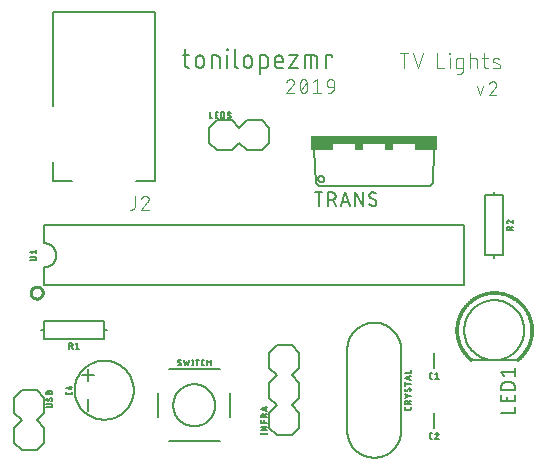
<source format=gbr>
G04 EAGLE Gerber RS-274X export*
G75*
%MOMM*%
%FSLAX34Y34*%
%LPD*%
%INSilkscreen Top*%
%IPPOS*%
%AMOC8*
5,1,8,0,0,1.08239X$1,22.5*%
G01*
%ADD10C,0.101600*%
%ADD11C,0.127000*%
%ADD12C,0.203200*%
%ADD13C,0.152400*%
%ADD14R,10.668000X0.762000*%
%ADD15R,1.905000X0.508000*%
%ADD16R,0.762000X0.508000*%
%ADD17C,0.254000*%
%ADD18C,0.025400*%


D10*
X262228Y336506D02*
X262226Y336613D01*
X262220Y336719D01*
X262210Y336825D01*
X262197Y336931D01*
X262179Y337037D01*
X262158Y337141D01*
X262133Y337245D01*
X262104Y337348D01*
X262072Y337449D01*
X262035Y337549D01*
X261995Y337648D01*
X261952Y337746D01*
X261905Y337842D01*
X261854Y337936D01*
X261800Y338028D01*
X261743Y338118D01*
X261683Y338206D01*
X261619Y338291D01*
X261552Y338374D01*
X261482Y338455D01*
X261410Y338533D01*
X261334Y338609D01*
X261256Y338681D01*
X261175Y338751D01*
X261092Y338818D01*
X261007Y338882D01*
X260919Y338942D01*
X260829Y338999D01*
X260737Y339053D01*
X260643Y339104D01*
X260547Y339151D01*
X260449Y339194D01*
X260350Y339234D01*
X260250Y339271D01*
X260149Y339303D01*
X260046Y339332D01*
X259942Y339357D01*
X259838Y339378D01*
X259732Y339396D01*
X259626Y339409D01*
X259520Y339419D01*
X259414Y339425D01*
X259307Y339427D01*
X259186Y339425D01*
X259065Y339419D01*
X258945Y339409D01*
X258824Y339396D01*
X258705Y339378D01*
X258585Y339357D01*
X258467Y339332D01*
X258350Y339303D01*
X258233Y339270D01*
X258118Y339234D01*
X258004Y339193D01*
X257891Y339150D01*
X257779Y339102D01*
X257670Y339051D01*
X257562Y338996D01*
X257455Y338938D01*
X257351Y338877D01*
X257249Y338812D01*
X257149Y338744D01*
X257051Y338673D01*
X256955Y338599D01*
X256862Y338522D01*
X256772Y338441D01*
X256684Y338358D01*
X256599Y338272D01*
X256516Y338183D01*
X256437Y338092D01*
X256360Y337998D01*
X256287Y337902D01*
X256217Y337804D01*
X256150Y337703D01*
X256086Y337600D01*
X256026Y337495D01*
X255969Y337388D01*
X255915Y337280D01*
X255865Y337170D01*
X255819Y337058D01*
X255776Y336945D01*
X255737Y336830D01*
X261255Y334234D02*
X261334Y334311D01*
X261410Y334392D01*
X261483Y334475D01*
X261553Y334560D01*
X261620Y334648D01*
X261684Y334738D01*
X261744Y334830D01*
X261801Y334925D01*
X261855Y335021D01*
X261906Y335119D01*
X261953Y335219D01*
X261997Y335321D01*
X262037Y335424D01*
X262073Y335528D01*
X262105Y335634D01*
X262134Y335740D01*
X262159Y335848D01*
X262181Y335956D01*
X262198Y336066D01*
X262212Y336175D01*
X262221Y336285D01*
X262227Y336396D01*
X262229Y336506D01*
X261255Y334234D02*
X255737Y327743D01*
X262228Y327743D01*
X267168Y333585D02*
X267171Y333815D01*
X267179Y334045D01*
X267193Y334274D01*
X267212Y334503D01*
X267237Y334732D01*
X267267Y334959D01*
X267302Y335187D01*
X267343Y335413D01*
X267389Y335638D01*
X267441Y335862D01*
X267498Y336084D01*
X267560Y336306D01*
X267628Y336525D01*
X267701Y336743D01*
X267779Y336960D01*
X267862Y337174D01*
X267950Y337386D01*
X268043Y337596D01*
X268142Y337804D01*
X268141Y337804D02*
X268174Y337894D01*
X268210Y337983D01*
X268250Y338071D01*
X268294Y338156D01*
X268341Y338240D01*
X268391Y338322D01*
X268445Y338402D01*
X268501Y338479D01*
X268561Y338555D01*
X268624Y338628D01*
X268689Y338698D01*
X268758Y338766D01*
X268829Y338830D01*
X268902Y338892D01*
X268978Y338951D01*
X269056Y339007D01*
X269137Y339060D01*
X269219Y339109D01*
X269303Y339155D01*
X269390Y339198D01*
X269477Y339237D01*
X269567Y339273D01*
X269657Y339305D01*
X269749Y339333D01*
X269842Y339358D01*
X269936Y339379D01*
X270030Y339396D01*
X270125Y339410D01*
X270221Y339419D01*
X270317Y339425D01*
X270413Y339427D01*
X270509Y339425D01*
X270605Y339419D01*
X270701Y339410D01*
X270796Y339396D01*
X270890Y339379D01*
X270984Y339358D01*
X271077Y339333D01*
X271169Y339305D01*
X271259Y339273D01*
X271349Y339237D01*
X271436Y339198D01*
X271523Y339155D01*
X271607Y339109D01*
X271689Y339060D01*
X271770Y339007D01*
X271848Y338951D01*
X271924Y338892D01*
X271997Y338830D01*
X272068Y338766D01*
X272137Y338698D01*
X272202Y338628D01*
X272265Y338555D01*
X272325Y338479D01*
X272381Y338402D01*
X272435Y338322D01*
X272485Y338240D01*
X272532Y338156D01*
X272576Y338071D01*
X272616Y337983D01*
X272652Y337894D01*
X272685Y337804D01*
X272784Y337597D01*
X272877Y337387D01*
X272965Y337174D01*
X273048Y336960D01*
X273126Y336744D01*
X273199Y336526D01*
X273267Y336306D01*
X273329Y336085D01*
X273386Y335862D01*
X273438Y335638D01*
X273484Y335413D01*
X273525Y335187D01*
X273560Y334960D01*
X273590Y334732D01*
X273615Y334503D01*
X273634Y334274D01*
X273648Y334045D01*
X273656Y333815D01*
X273659Y333585D01*
X267167Y333585D02*
X267170Y333355D01*
X267178Y333125D01*
X267192Y332896D01*
X267211Y332667D01*
X267236Y332438D01*
X267266Y332210D01*
X267301Y331983D01*
X267342Y331757D01*
X267388Y331532D01*
X267440Y331308D01*
X267497Y331085D01*
X267559Y330864D01*
X267627Y330644D01*
X267700Y330426D01*
X267778Y330210D01*
X267861Y329996D01*
X267949Y329784D01*
X268042Y329573D01*
X268141Y329366D01*
X268174Y329276D01*
X268210Y329187D01*
X268251Y329099D01*
X268294Y329014D01*
X268341Y328930D01*
X268391Y328848D01*
X268445Y328768D01*
X268501Y328691D01*
X268561Y328615D01*
X268624Y328542D01*
X268689Y328472D01*
X268758Y328404D01*
X268829Y328340D01*
X268902Y328278D01*
X268978Y328219D01*
X269056Y328163D01*
X269137Y328110D01*
X269219Y328061D01*
X269303Y328015D01*
X269390Y327972D01*
X269477Y327933D01*
X269567Y327897D01*
X269657Y327865D01*
X269749Y327837D01*
X269842Y327812D01*
X269936Y327791D01*
X270030Y327774D01*
X270125Y327760D01*
X270221Y327751D01*
X270317Y327745D01*
X270413Y327743D01*
X272684Y329366D02*
X272783Y329573D01*
X272876Y329784D01*
X272964Y329996D01*
X273047Y330210D01*
X273125Y330426D01*
X273198Y330644D01*
X273266Y330864D01*
X273328Y331085D01*
X273385Y331308D01*
X273437Y331532D01*
X273483Y331757D01*
X273524Y331983D01*
X273559Y332210D01*
X273589Y332438D01*
X273614Y332667D01*
X273633Y332896D01*
X273647Y333125D01*
X273655Y333355D01*
X273658Y333585D01*
X272685Y329366D02*
X272652Y329276D01*
X272616Y329187D01*
X272576Y329099D01*
X272532Y329014D01*
X272485Y328930D01*
X272435Y328848D01*
X272381Y328768D01*
X272325Y328691D01*
X272265Y328615D01*
X272202Y328542D01*
X272137Y328472D01*
X272068Y328404D01*
X271997Y328340D01*
X271924Y328278D01*
X271848Y328219D01*
X271770Y328163D01*
X271689Y328110D01*
X271607Y328061D01*
X271523Y328015D01*
X271436Y327972D01*
X271349Y327933D01*
X271259Y327897D01*
X271169Y327865D01*
X271077Y327837D01*
X270984Y327812D01*
X270890Y327791D01*
X270796Y327774D01*
X270701Y327760D01*
X270605Y327751D01*
X270509Y327745D01*
X270413Y327743D01*
X267816Y330339D02*
X273009Y336830D01*
X278597Y336830D02*
X281843Y339427D01*
X281843Y327743D01*
X285088Y327743D02*
X278597Y327743D01*
X292623Y332936D02*
X296518Y332936D01*
X292623Y332936D02*
X292524Y332938D01*
X292424Y332944D01*
X292325Y332953D01*
X292227Y332966D01*
X292129Y332983D01*
X292031Y333004D01*
X291935Y333029D01*
X291840Y333057D01*
X291746Y333089D01*
X291653Y333124D01*
X291561Y333163D01*
X291471Y333206D01*
X291383Y333251D01*
X291296Y333301D01*
X291212Y333353D01*
X291129Y333409D01*
X291049Y333467D01*
X290971Y333529D01*
X290896Y333594D01*
X290823Y333662D01*
X290753Y333732D01*
X290685Y333805D01*
X290620Y333880D01*
X290558Y333958D01*
X290500Y334038D01*
X290444Y334121D01*
X290392Y334205D01*
X290342Y334292D01*
X290297Y334380D01*
X290254Y334470D01*
X290215Y334562D01*
X290180Y334655D01*
X290148Y334749D01*
X290120Y334844D01*
X290095Y334940D01*
X290074Y335038D01*
X290057Y335136D01*
X290044Y335234D01*
X290035Y335333D01*
X290029Y335433D01*
X290027Y335532D01*
X290027Y336181D01*
X290029Y336294D01*
X290035Y336407D01*
X290045Y336520D01*
X290059Y336633D01*
X290076Y336745D01*
X290098Y336856D01*
X290123Y336966D01*
X290153Y337076D01*
X290186Y337184D01*
X290223Y337291D01*
X290263Y337397D01*
X290308Y337501D01*
X290356Y337604D01*
X290407Y337705D01*
X290462Y337804D01*
X290520Y337901D01*
X290582Y337996D01*
X290647Y338089D01*
X290715Y338179D01*
X290786Y338267D01*
X290861Y338353D01*
X290938Y338436D01*
X291018Y338516D01*
X291101Y338593D01*
X291187Y338668D01*
X291275Y338739D01*
X291365Y338807D01*
X291458Y338872D01*
X291553Y338934D01*
X291650Y338992D01*
X291749Y339047D01*
X291850Y339098D01*
X291953Y339146D01*
X292057Y339191D01*
X292163Y339231D01*
X292270Y339268D01*
X292378Y339301D01*
X292488Y339331D01*
X292598Y339356D01*
X292709Y339378D01*
X292821Y339395D01*
X292934Y339409D01*
X293047Y339419D01*
X293160Y339425D01*
X293273Y339427D01*
X293386Y339425D01*
X293499Y339419D01*
X293612Y339409D01*
X293725Y339395D01*
X293837Y339378D01*
X293948Y339356D01*
X294058Y339331D01*
X294168Y339301D01*
X294276Y339268D01*
X294383Y339231D01*
X294489Y339191D01*
X294593Y339146D01*
X294696Y339098D01*
X294797Y339047D01*
X294896Y338992D01*
X294993Y338934D01*
X295088Y338872D01*
X295181Y338807D01*
X295271Y338739D01*
X295359Y338668D01*
X295445Y338593D01*
X295528Y338516D01*
X295608Y338436D01*
X295685Y338353D01*
X295760Y338267D01*
X295831Y338179D01*
X295899Y338089D01*
X295964Y337996D01*
X296026Y337901D01*
X296084Y337804D01*
X296139Y337705D01*
X296190Y337604D01*
X296238Y337501D01*
X296283Y337397D01*
X296323Y337291D01*
X296360Y337184D01*
X296393Y337076D01*
X296423Y336966D01*
X296448Y336856D01*
X296470Y336745D01*
X296487Y336633D01*
X296501Y336520D01*
X296511Y336407D01*
X296517Y336294D01*
X296519Y336181D01*
X296518Y336181D02*
X296518Y332936D01*
X296516Y332793D01*
X296510Y332650D01*
X296500Y332507D01*
X296486Y332365D01*
X296469Y332223D01*
X296447Y332081D01*
X296422Y331940D01*
X296392Y331800D01*
X296359Y331661D01*
X296322Y331523D01*
X296281Y331386D01*
X296237Y331250D01*
X296188Y331115D01*
X296136Y330982D01*
X296081Y330850D01*
X296021Y330720D01*
X295958Y330591D01*
X295892Y330464D01*
X295822Y330339D01*
X295749Y330217D01*
X295672Y330096D01*
X295592Y329977D01*
X295509Y329861D01*
X295423Y329746D01*
X295334Y329635D01*
X295241Y329525D01*
X295146Y329419D01*
X295047Y329315D01*
X294946Y329214D01*
X294842Y329115D01*
X294736Y329020D01*
X294626Y328927D01*
X294515Y328838D01*
X294400Y328752D01*
X294284Y328669D01*
X294165Y328589D01*
X294044Y328512D01*
X293922Y328439D01*
X293797Y328369D01*
X293670Y328303D01*
X293541Y328240D01*
X293411Y328180D01*
X293279Y328125D01*
X293146Y328073D01*
X293011Y328024D01*
X292875Y327980D01*
X292738Y327939D01*
X292600Y327902D01*
X292461Y327869D01*
X292321Y327839D01*
X292180Y327814D01*
X292038Y327792D01*
X291896Y327775D01*
X291754Y327761D01*
X291611Y327751D01*
X291468Y327745D01*
X291325Y327743D01*
D11*
X173697Y359555D02*
X168533Y359555D01*
X170254Y364720D02*
X170254Y351808D01*
X170255Y351808D02*
X170257Y351709D01*
X170263Y351610D01*
X170272Y351512D01*
X170285Y351414D01*
X170302Y351316D01*
X170323Y351220D01*
X170347Y351124D01*
X170375Y351029D01*
X170407Y350935D01*
X170442Y350843D01*
X170481Y350752D01*
X170523Y350662D01*
X170569Y350575D01*
X170618Y350489D01*
X170670Y350404D01*
X170725Y350323D01*
X170784Y350243D01*
X170845Y350165D01*
X170909Y350090D01*
X170977Y350018D01*
X171047Y349948D01*
X171119Y349880D01*
X171194Y349816D01*
X171272Y349755D01*
X171352Y349696D01*
X171434Y349641D01*
X171518Y349589D01*
X171604Y349540D01*
X171691Y349494D01*
X171781Y349452D01*
X171872Y349413D01*
X171964Y349378D01*
X172058Y349346D01*
X172153Y349318D01*
X172249Y349294D01*
X172345Y349273D01*
X172443Y349256D01*
X172541Y349243D01*
X172639Y349234D01*
X172738Y349228D01*
X172837Y349226D01*
X173697Y349226D01*
X179177Y352669D02*
X179177Y356112D01*
X179179Y356228D01*
X179185Y356344D01*
X179195Y356460D01*
X179208Y356576D01*
X179226Y356691D01*
X179247Y356805D01*
X179273Y356919D01*
X179302Y357031D01*
X179335Y357143D01*
X179372Y357253D01*
X179412Y357362D01*
X179456Y357470D01*
X179504Y357576D01*
X179555Y357680D01*
X179610Y357783D01*
X179668Y357884D01*
X179729Y357982D01*
X179794Y358079D01*
X179862Y358173D01*
X179933Y358265D01*
X180008Y358355D01*
X180085Y358442D01*
X180165Y358526D01*
X180248Y358607D01*
X180334Y358686D01*
X180422Y358762D01*
X180513Y358835D01*
X180606Y358904D01*
X180701Y358971D01*
X180799Y359034D01*
X180899Y359094D01*
X181000Y359150D01*
X181104Y359203D01*
X181209Y359253D01*
X181316Y359298D01*
X181424Y359341D01*
X181534Y359379D01*
X181645Y359414D01*
X181757Y359445D01*
X181870Y359472D01*
X181984Y359496D01*
X182099Y359515D01*
X182214Y359531D01*
X182330Y359543D01*
X182446Y359551D01*
X182562Y359555D01*
X182678Y359555D01*
X182794Y359551D01*
X182910Y359543D01*
X183026Y359531D01*
X183141Y359515D01*
X183256Y359496D01*
X183370Y359472D01*
X183483Y359445D01*
X183595Y359414D01*
X183706Y359379D01*
X183816Y359341D01*
X183924Y359298D01*
X184031Y359253D01*
X184136Y359203D01*
X184240Y359150D01*
X184342Y359094D01*
X184441Y359034D01*
X184539Y358971D01*
X184634Y358904D01*
X184727Y358835D01*
X184818Y358762D01*
X184906Y358686D01*
X184992Y358607D01*
X185075Y358526D01*
X185155Y358442D01*
X185232Y358355D01*
X185307Y358265D01*
X185378Y358173D01*
X185446Y358079D01*
X185511Y357982D01*
X185572Y357884D01*
X185630Y357783D01*
X185685Y357680D01*
X185736Y357576D01*
X185784Y357470D01*
X185828Y357362D01*
X185868Y357253D01*
X185905Y357143D01*
X185938Y357031D01*
X185967Y356919D01*
X185993Y356805D01*
X186014Y356691D01*
X186032Y356576D01*
X186045Y356460D01*
X186055Y356344D01*
X186061Y356228D01*
X186063Y356112D01*
X186063Y352669D01*
X186061Y352553D01*
X186055Y352437D01*
X186045Y352321D01*
X186032Y352205D01*
X186014Y352090D01*
X185993Y351976D01*
X185967Y351862D01*
X185938Y351750D01*
X185905Y351638D01*
X185868Y351528D01*
X185828Y351419D01*
X185784Y351311D01*
X185736Y351205D01*
X185685Y351101D01*
X185630Y350998D01*
X185572Y350897D01*
X185511Y350799D01*
X185446Y350702D01*
X185378Y350608D01*
X185307Y350516D01*
X185232Y350426D01*
X185155Y350339D01*
X185075Y350255D01*
X184992Y350174D01*
X184906Y350095D01*
X184818Y350019D01*
X184727Y349946D01*
X184634Y349877D01*
X184539Y349810D01*
X184441Y349747D01*
X184341Y349687D01*
X184240Y349631D01*
X184136Y349578D01*
X184031Y349528D01*
X183924Y349483D01*
X183816Y349440D01*
X183706Y349402D01*
X183595Y349367D01*
X183483Y349336D01*
X183370Y349309D01*
X183256Y349285D01*
X183141Y349266D01*
X183026Y349250D01*
X182910Y349238D01*
X182794Y349230D01*
X182678Y349226D01*
X182562Y349226D01*
X182446Y349230D01*
X182330Y349238D01*
X182214Y349250D01*
X182099Y349266D01*
X181984Y349285D01*
X181870Y349309D01*
X181757Y349336D01*
X181645Y349367D01*
X181534Y349402D01*
X181424Y349440D01*
X181316Y349483D01*
X181209Y349528D01*
X181104Y349578D01*
X181000Y349631D01*
X180898Y349687D01*
X180799Y349747D01*
X180701Y349810D01*
X180606Y349877D01*
X180513Y349946D01*
X180422Y350019D01*
X180334Y350095D01*
X180248Y350174D01*
X180165Y350255D01*
X180085Y350339D01*
X180008Y350426D01*
X179933Y350516D01*
X179862Y350608D01*
X179794Y350702D01*
X179729Y350799D01*
X179668Y350897D01*
X179610Y350998D01*
X179555Y351101D01*
X179504Y351205D01*
X179456Y351311D01*
X179412Y351419D01*
X179372Y351528D01*
X179335Y351638D01*
X179302Y351750D01*
X179273Y351862D01*
X179247Y351976D01*
X179226Y352090D01*
X179208Y352205D01*
X179195Y352321D01*
X179185Y352437D01*
X179179Y352553D01*
X179177Y352669D01*
X192556Y349226D02*
X192556Y359555D01*
X196860Y359555D01*
X196961Y359553D01*
X197063Y359547D01*
X197163Y359537D01*
X197264Y359523D01*
X197364Y359505D01*
X197463Y359484D01*
X197561Y359458D01*
X197658Y359429D01*
X197754Y359395D01*
X197848Y359358D01*
X197941Y359318D01*
X198032Y359274D01*
X198122Y359226D01*
X198209Y359175D01*
X198294Y359120D01*
X198378Y359062D01*
X198458Y359001D01*
X198537Y358936D01*
X198613Y358869D01*
X198686Y358799D01*
X198756Y358726D01*
X198823Y358650D01*
X198888Y358572D01*
X198949Y358491D01*
X199007Y358407D01*
X199062Y358322D01*
X199113Y358235D01*
X199161Y358145D01*
X199205Y358054D01*
X199245Y357961D01*
X199282Y357867D01*
X199316Y357771D01*
X199345Y357674D01*
X199371Y357576D01*
X199392Y357477D01*
X199410Y357377D01*
X199424Y357277D01*
X199434Y357176D01*
X199440Y357074D01*
X199442Y356973D01*
X199442Y349226D01*
X205910Y349226D02*
X205910Y359555D01*
X205479Y363859D02*
X205479Y364720D01*
X206340Y364720D01*
X206340Y363859D01*
X205479Y363859D01*
X212111Y364720D02*
X212111Y351808D01*
X212113Y351709D01*
X212119Y351610D01*
X212128Y351512D01*
X212141Y351414D01*
X212158Y351316D01*
X212179Y351220D01*
X212203Y351124D01*
X212231Y351029D01*
X212263Y350935D01*
X212298Y350843D01*
X212337Y350752D01*
X212379Y350662D01*
X212425Y350575D01*
X212474Y350489D01*
X212526Y350405D01*
X212581Y350323D01*
X212640Y350243D01*
X212701Y350165D01*
X212765Y350090D01*
X212833Y350018D01*
X212903Y349948D01*
X212975Y349880D01*
X213050Y349816D01*
X213128Y349755D01*
X213208Y349696D01*
X213290Y349641D01*
X213374Y349589D01*
X213460Y349540D01*
X213547Y349494D01*
X213637Y349452D01*
X213728Y349413D01*
X213820Y349378D01*
X213914Y349346D01*
X214009Y349318D01*
X214105Y349294D01*
X214201Y349273D01*
X214299Y349256D01*
X214397Y349243D01*
X214495Y349234D01*
X214594Y349228D01*
X214693Y349226D01*
X219810Y352669D02*
X219810Y356112D01*
X219812Y356228D01*
X219818Y356344D01*
X219828Y356460D01*
X219841Y356576D01*
X219859Y356691D01*
X219880Y356805D01*
X219906Y356919D01*
X219935Y357031D01*
X219968Y357143D01*
X220005Y357253D01*
X220045Y357362D01*
X220089Y357470D01*
X220137Y357576D01*
X220188Y357680D01*
X220243Y357783D01*
X220301Y357884D01*
X220362Y357982D01*
X220427Y358079D01*
X220495Y358173D01*
X220566Y358265D01*
X220641Y358355D01*
X220718Y358442D01*
X220798Y358526D01*
X220881Y358607D01*
X220967Y358686D01*
X221055Y358762D01*
X221146Y358835D01*
X221239Y358904D01*
X221334Y358971D01*
X221432Y359034D01*
X221532Y359094D01*
X221633Y359150D01*
X221737Y359203D01*
X221842Y359253D01*
X221949Y359298D01*
X222057Y359341D01*
X222167Y359379D01*
X222278Y359414D01*
X222390Y359445D01*
X222503Y359472D01*
X222617Y359496D01*
X222732Y359515D01*
X222847Y359531D01*
X222963Y359543D01*
X223079Y359551D01*
X223195Y359555D01*
X223311Y359555D01*
X223427Y359551D01*
X223543Y359543D01*
X223659Y359531D01*
X223774Y359515D01*
X223889Y359496D01*
X224003Y359472D01*
X224116Y359445D01*
X224228Y359414D01*
X224339Y359379D01*
X224449Y359341D01*
X224557Y359298D01*
X224664Y359253D01*
X224769Y359203D01*
X224873Y359150D01*
X224975Y359094D01*
X225074Y359034D01*
X225172Y358971D01*
X225267Y358904D01*
X225360Y358835D01*
X225451Y358762D01*
X225539Y358686D01*
X225625Y358607D01*
X225708Y358526D01*
X225788Y358442D01*
X225865Y358355D01*
X225940Y358265D01*
X226011Y358173D01*
X226079Y358079D01*
X226144Y357982D01*
X226205Y357884D01*
X226263Y357783D01*
X226318Y357680D01*
X226369Y357576D01*
X226417Y357470D01*
X226461Y357362D01*
X226501Y357253D01*
X226538Y357143D01*
X226571Y357031D01*
X226600Y356919D01*
X226626Y356805D01*
X226647Y356691D01*
X226665Y356576D01*
X226678Y356460D01*
X226688Y356344D01*
X226694Y356228D01*
X226696Y356112D01*
X226696Y352669D01*
X226694Y352553D01*
X226688Y352437D01*
X226678Y352321D01*
X226665Y352205D01*
X226647Y352090D01*
X226626Y351976D01*
X226600Y351862D01*
X226571Y351750D01*
X226538Y351638D01*
X226501Y351528D01*
X226461Y351419D01*
X226417Y351311D01*
X226369Y351205D01*
X226318Y351101D01*
X226263Y350998D01*
X226205Y350897D01*
X226144Y350799D01*
X226079Y350702D01*
X226011Y350608D01*
X225940Y350516D01*
X225865Y350426D01*
X225788Y350339D01*
X225708Y350255D01*
X225625Y350174D01*
X225539Y350095D01*
X225451Y350019D01*
X225360Y349946D01*
X225267Y349877D01*
X225172Y349810D01*
X225074Y349747D01*
X224974Y349687D01*
X224873Y349631D01*
X224769Y349578D01*
X224664Y349528D01*
X224557Y349483D01*
X224449Y349440D01*
X224339Y349402D01*
X224228Y349367D01*
X224116Y349336D01*
X224003Y349309D01*
X223889Y349285D01*
X223774Y349266D01*
X223659Y349250D01*
X223543Y349238D01*
X223427Y349230D01*
X223311Y349226D01*
X223195Y349226D01*
X223079Y349230D01*
X222963Y349238D01*
X222847Y349250D01*
X222732Y349266D01*
X222617Y349285D01*
X222503Y349309D01*
X222390Y349336D01*
X222278Y349367D01*
X222167Y349402D01*
X222057Y349440D01*
X221949Y349483D01*
X221842Y349528D01*
X221737Y349578D01*
X221633Y349631D01*
X221531Y349687D01*
X221432Y349747D01*
X221334Y349810D01*
X221239Y349877D01*
X221146Y349946D01*
X221055Y350019D01*
X220967Y350095D01*
X220881Y350174D01*
X220798Y350255D01*
X220718Y350339D01*
X220641Y350426D01*
X220566Y350516D01*
X220495Y350608D01*
X220427Y350702D01*
X220362Y350799D01*
X220301Y350897D01*
X220243Y350998D01*
X220188Y351101D01*
X220137Y351205D01*
X220089Y351311D01*
X220045Y351419D01*
X220005Y351528D01*
X219968Y351638D01*
X219935Y351750D01*
X219906Y351862D01*
X219880Y351976D01*
X219859Y352090D01*
X219841Y352205D01*
X219828Y352321D01*
X219818Y352437D01*
X219812Y352553D01*
X219810Y352669D01*
X233258Y359555D02*
X233258Y344061D01*
X233258Y359555D02*
X237562Y359555D01*
X237663Y359553D01*
X237765Y359547D01*
X237865Y359537D01*
X237966Y359523D01*
X238066Y359505D01*
X238165Y359484D01*
X238263Y359458D01*
X238360Y359429D01*
X238456Y359395D01*
X238550Y359358D01*
X238643Y359318D01*
X238734Y359274D01*
X238824Y359226D01*
X238911Y359175D01*
X238996Y359120D01*
X239080Y359062D01*
X239160Y359001D01*
X239239Y358936D01*
X239315Y358869D01*
X239388Y358799D01*
X239458Y358726D01*
X239525Y358650D01*
X239590Y358572D01*
X239651Y358491D01*
X239709Y358407D01*
X239764Y358322D01*
X239815Y358235D01*
X239863Y358145D01*
X239907Y358054D01*
X239947Y357961D01*
X239984Y357867D01*
X240018Y357771D01*
X240047Y357674D01*
X240073Y357576D01*
X240094Y357477D01*
X240112Y357377D01*
X240126Y357277D01*
X240136Y357176D01*
X240142Y357074D01*
X240144Y356973D01*
X240144Y351808D01*
X240142Y351709D01*
X240136Y351610D01*
X240127Y351512D01*
X240114Y351414D01*
X240097Y351316D01*
X240076Y351220D01*
X240052Y351124D01*
X240024Y351029D01*
X239992Y350935D01*
X239957Y350843D01*
X239918Y350752D01*
X239876Y350662D01*
X239830Y350575D01*
X239781Y350489D01*
X239729Y350405D01*
X239674Y350323D01*
X239615Y350243D01*
X239554Y350165D01*
X239490Y350090D01*
X239422Y350018D01*
X239352Y349948D01*
X239280Y349880D01*
X239205Y349816D01*
X239127Y349755D01*
X239047Y349696D01*
X238965Y349641D01*
X238881Y349589D01*
X238795Y349540D01*
X238708Y349494D01*
X238618Y349452D01*
X238527Y349413D01*
X238435Y349378D01*
X238341Y349346D01*
X238246Y349318D01*
X238150Y349294D01*
X238054Y349273D01*
X237956Y349256D01*
X237858Y349243D01*
X237760Y349234D01*
X237661Y349228D01*
X237562Y349226D01*
X233258Y349226D01*
X248655Y349226D02*
X252959Y349226D01*
X248655Y349226D02*
X248556Y349228D01*
X248457Y349234D01*
X248359Y349243D01*
X248261Y349256D01*
X248163Y349273D01*
X248067Y349294D01*
X247971Y349318D01*
X247876Y349346D01*
X247782Y349378D01*
X247690Y349413D01*
X247599Y349452D01*
X247509Y349494D01*
X247422Y349540D01*
X247336Y349589D01*
X247252Y349641D01*
X247170Y349696D01*
X247090Y349755D01*
X247012Y349816D01*
X246937Y349880D01*
X246865Y349948D01*
X246795Y350018D01*
X246727Y350090D01*
X246663Y350165D01*
X246602Y350243D01*
X246543Y350323D01*
X246488Y350405D01*
X246436Y350489D01*
X246387Y350575D01*
X246341Y350662D01*
X246299Y350752D01*
X246260Y350843D01*
X246225Y350935D01*
X246193Y351029D01*
X246165Y351124D01*
X246141Y351220D01*
X246120Y351316D01*
X246103Y351414D01*
X246090Y351512D01*
X246081Y351610D01*
X246075Y351709D01*
X246073Y351808D01*
X246073Y356112D01*
X246075Y356228D01*
X246081Y356344D01*
X246091Y356460D01*
X246104Y356576D01*
X246122Y356691D01*
X246143Y356805D01*
X246169Y356919D01*
X246198Y357031D01*
X246231Y357143D01*
X246268Y357253D01*
X246308Y357362D01*
X246352Y357470D01*
X246400Y357576D01*
X246451Y357680D01*
X246506Y357783D01*
X246564Y357884D01*
X246625Y357982D01*
X246690Y358079D01*
X246758Y358173D01*
X246829Y358265D01*
X246904Y358355D01*
X246981Y358442D01*
X247061Y358526D01*
X247144Y358607D01*
X247230Y358686D01*
X247318Y358762D01*
X247409Y358835D01*
X247502Y358904D01*
X247597Y358971D01*
X247695Y359034D01*
X247795Y359094D01*
X247896Y359150D01*
X248000Y359203D01*
X248105Y359253D01*
X248212Y359298D01*
X248320Y359341D01*
X248430Y359379D01*
X248541Y359414D01*
X248653Y359445D01*
X248766Y359472D01*
X248880Y359496D01*
X248995Y359515D01*
X249110Y359531D01*
X249226Y359543D01*
X249342Y359551D01*
X249458Y359555D01*
X249574Y359555D01*
X249690Y359551D01*
X249806Y359543D01*
X249922Y359531D01*
X250037Y359515D01*
X250152Y359496D01*
X250266Y359472D01*
X250379Y359445D01*
X250491Y359414D01*
X250602Y359379D01*
X250712Y359341D01*
X250820Y359298D01*
X250927Y359253D01*
X251032Y359203D01*
X251136Y359150D01*
X251238Y359094D01*
X251337Y359034D01*
X251435Y358971D01*
X251530Y358904D01*
X251623Y358835D01*
X251714Y358762D01*
X251802Y358686D01*
X251888Y358607D01*
X251971Y358526D01*
X252051Y358442D01*
X252128Y358355D01*
X252203Y358265D01*
X252274Y358173D01*
X252342Y358079D01*
X252407Y357982D01*
X252468Y357884D01*
X252526Y357783D01*
X252581Y357680D01*
X252632Y357576D01*
X252680Y357470D01*
X252724Y357362D01*
X252764Y357253D01*
X252801Y357143D01*
X252834Y357031D01*
X252863Y356919D01*
X252889Y356805D01*
X252910Y356691D01*
X252928Y356576D01*
X252941Y356460D01*
X252951Y356344D01*
X252957Y356228D01*
X252959Y356112D01*
X252959Y354390D01*
X246073Y354390D01*
X258461Y359555D02*
X265347Y359555D01*
X258461Y349226D01*
X265347Y349226D01*
X271605Y349226D02*
X271605Y359555D01*
X279352Y359555D01*
X279451Y359553D01*
X279550Y359547D01*
X279648Y359538D01*
X279746Y359525D01*
X279844Y359508D01*
X279940Y359487D01*
X280036Y359463D01*
X280131Y359435D01*
X280225Y359403D01*
X280317Y359368D01*
X280408Y359329D01*
X280498Y359287D01*
X280585Y359241D01*
X280671Y359192D01*
X280755Y359140D01*
X280837Y359085D01*
X280917Y359026D01*
X280995Y358965D01*
X281070Y358901D01*
X281142Y358833D01*
X281212Y358763D01*
X281280Y358691D01*
X281344Y358616D01*
X281405Y358538D01*
X281464Y358458D01*
X281519Y358376D01*
X281571Y358292D01*
X281620Y358206D01*
X281666Y358119D01*
X281708Y358029D01*
X281747Y357938D01*
X281782Y357846D01*
X281814Y357752D01*
X281842Y357657D01*
X281866Y357561D01*
X281887Y357465D01*
X281904Y357367D01*
X281917Y357269D01*
X281926Y357171D01*
X281932Y357072D01*
X281934Y356973D01*
X281935Y356973D02*
X281935Y349226D01*
X276770Y349226D02*
X276770Y359555D01*
X289262Y359555D02*
X289262Y349226D01*
X289262Y359555D02*
X294427Y359555D01*
X294427Y357833D01*
D10*
X355347Y361730D02*
X355347Y348522D01*
X351679Y361730D02*
X359016Y361730D01*
X362893Y361730D02*
X367296Y348522D01*
X371698Y361730D01*
X383706Y361730D02*
X383706Y348522D01*
X389577Y348522D01*
X394179Y348522D02*
X394179Y357328D01*
X393812Y360997D02*
X393812Y361730D01*
X394546Y361730D01*
X394546Y360997D01*
X393812Y360997D01*
X401490Y348522D02*
X405159Y348522D01*
X401490Y348523D02*
X401399Y348525D01*
X401308Y348531D01*
X401218Y348540D01*
X401128Y348553D01*
X401038Y348570D01*
X400950Y348590D01*
X400862Y348615D01*
X400775Y348642D01*
X400690Y348674D01*
X400606Y348708D01*
X400523Y348747D01*
X400442Y348788D01*
X400363Y348833D01*
X400286Y348881D01*
X400211Y348933D01*
X400138Y348987D01*
X400067Y349044D01*
X399999Y349105D01*
X399934Y349168D01*
X399871Y349233D01*
X399810Y349301D01*
X399753Y349372D01*
X399699Y349445D01*
X399647Y349520D01*
X399599Y349597D01*
X399554Y349676D01*
X399513Y349757D01*
X399474Y349840D01*
X399440Y349924D01*
X399408Y350009D01*
X399381Y350096D01*
X399356Y350184D01*
X399336Y350272D01*
X399319Y350362D01*
X399306Y350452D01*
X399297Y350542D01*
X399291Y350633D01*
X399289Y350724D01*
X399289Y355126D01*
X399291Y355217D01*
X399297Y355308D01*
X399306Y355398D01*
X399319Y355488D01*
X399336Y355578D01*
X399356Y355666D01*
X399381Y355754D01*
X399408Y355841D01*
X399440Y355926D01*
X399474Y356010D01*
X399513Y356093D01*
X399554Y356174D01*
X399599Y356253D01*
X399647Y356330D01*
X399699Y356405D01*
X399753Y356478D01*
X399810Y356549D01*
X399871Y356617D01*
X399934Y356682D01*
X399999Y356745D01*
X400067Y356806D01*
X400138Y356863D01*
X400211Y356917D01*
X400286Y356969D01*
X400363Y357017D01*
X400442Y357062D01*
X400523Y357103D01*
X400606Y357142D01*
X400690Y357176D01*
X400775Y357208D01*
X400862Y357235D01*
X400950Y357260D01*
X401038Y357280D01*
X401128Y357297D01*
X401218Y357310D01*
X401308Y357319D01*
X401399Y357325D01*
X401490Y357327D01*
X401490Y357328D02*
X405159Y357328D01*
X405159Y346321D01*
X405157Y346228D01*
X405151Y346134D01*
X405141Y346041D01*
X405127Y345949D01*
X405110Y345857D01*
X405088Y345766D01*
X405063Y345677D01*
X405033Y345588D01*
X405000Y345500D01*
X404964Y345414D01*
X404923Y345330D01*
X404880Y345248D01*
X404832Y345167D01*
X404782Y345089D01*
X404728Y345012D01*
X404670Y344938D01*
X404610Y344867D01*
X404547Y344798D01*
X404481Y344732D01*
X404412Y344669D01*
X404341Y344609D01*
X404267Y344551D01*
X404191Y344497D01*
X404112Y344447D01*
X404031Y344400D01*
X403949Y344356D01*
X403865Y344315D01*
X403779Y344279D01*
X403691Y344246D01*
X403603Y344216D01*
X403513Y344191D01*
X403422Y344169D01*
X403330Y344152D01*
X403238Y344138D01*
X403145Y344128D01*
X403051Y344122D01*
X402958Y344120D01*
X400023Y344120D01*
X411300Y348522D02*
X411300Y361730D01*
X411300Y357328D02*
X414969Y357328D01*
X414969Y357327D02*
X415062Y357325D01*
X415156Y357319D01*
X415249Y357309D01*
X415341Y357295D01*
X415433Y357278D01*
X415524Y357256D01*
X415613Y357231D01*
X415702Y357201D01*
X415790Y357168D01*
X415876Y357132D01*
X415960Y357091D01*
X416042Y357048D01*
X416123Y357000D01*
X416201Y356950D01*
X416278Y356896D01*
X416352Y356838D01*
X416423Y356778D01*
X416492Y356715D01*
X416558Y356649D01*
X416621Y356580D01*
X416681Y356509D01*
X416739Y356435D01*
X416793Y356359D01*
X416843Y356280D01*
X416890Y356199D01*
X416934Y356117D01*
X416975Y356033D01*
X417011Y355947D01*
X417044Y355859D01*
X417074Y355771D01*
X417099Y355681D01*
X417121Y355590D01*
X417138Y355498D01*
X417152Y355406D01*
X417162Y355313D01*
X417168Y355219D01*
X417170Y355126D01*
X417170Y348522D01*
X421750Y357328D02*
X426153Y357328D01*
X423218Y361730D02*
X423218Y350724D01*
X423220Y350633D01*
X423226Y350542D01*
X423235Y350452D01*
X423248Y350362D01*
X423265Y350272D01*
X423285Y350184D01*
X423310Y350096D01*
X423337Y350009D01*
X423369Y349924D01*
X423403Y349840D01*
X423442Y349757D01*
X423483Y349676D01*
X423528Y349597D01*
X423576Y349520D01*
X423628Y349445D01*
X423682Y349372D01*
X423739Y349301D01*
X423800Y349233D01*
X423863Y349168D01*
X423928Y349105D01*
X423997Y349044D01*
X424067Y348987D01*
X424140Y348933D01*
X424215Y348881D01*
X424292Y348833D01*
X424371Y348788D01*
X424452Y348747D01*
X424535Y348708D01*
X424619Y348674D01*
X424704Y348642D01*
X424791Y348614D01*
X424879Y348590D01*
X424967Y348570D01*
X425057Y348553D01*
X425147Y348540D01*
X425237Y348531D01*
X425328Y348525D01*
X425419Y348523D01*
X425419Y348522D02*
X426153Y348522D01*
X432029Y353659D02*
X435698Y352191D01*
X432029Y353658D02*
X431950Y353692D01*
X431872Y353730D01*
X431795Y353771D01*
X431721Y353815D01*
X431649Y353863D01*
X431579Y353914D01*
X431512Y353968D01*
X431447Y354025D01*
X431384Y354086D01*
X431325Y354148D01*
X431268Y354214D01*
X431215Y354282D01*
X431164Y354352D01*
X431117Y354425D01*
X431073Y354500D01*
X431033Y354576D01*
X430996Y354655D01*
X430963Y354734D01*
X430933Y354816D01*
X430907Y354898D01*
X430885Y354982D01*
X430867Y355067D01*
X430853Y355152D01*
X430842Y355238D01*
X430836Y355324D01*
X430833Y355411D01*
X430834Y355498D01*
X430840Y355584D01*
X430849Y355670D01*
X430862Y355756D01*
X430879Y355841D01*
X430900Y355925D01*
X430924Y356008D01*
X430953Y356089D01*
X430985Y356170D01*
X431020Y356249D01*
X431060Y356326D01*
X431102Y356401D01*
X431149Y356474D01*
X431198Y356546D01*
X431250Y356614D01*
X431306Y356681D01*
X431365Y356744D01*
X431426Y356805D01*
X431490Y356864D01*
X431557Y356919D01*
X431626Y356971D01*
X431698Y357020D01*
X431771Y357065D01*
X431847Y357107D01*
X431924Y357146D01*
X432003Y357181D01*
X432084Y357213D01*
X432166Y357241D01*
X432249Y357265D01*
X432333Y357285D01*
X432418Y357301D01*
X432504Y357314D01*
X432590Y357322D01*
X432677Y357327D01*
X432763Y357328D01*
X432763Y357327D02*
X432963Y357322D01*
X433163Y357312D01*
X433363Y357297D01*
X433563Y357277D01*
X433762Y357253D01*
X433960Y357223D01*
X434157Y357189D01*
X434354Y357151D01*
X434549Y357107D01*
X434744Y357059D01*
X434937Y357006D01*
X435129Y356949D01*
X435320Y356887D01*
X435509Y356820D01*
X435696Y356749D01*
X435881Y356673D01*
X436065Y356593D01*
X435699Y352192D02*
X435778Y352158D01*
X435856Y352120D01*
X435933Y352079D01*
X436007Y352035D01*
X436079Y351987D01*
X436149Y351936D01*
X436216Y351882D01*
X436281Y351825D01*
X436344Y351764D01*
X436403Y351702D01*
X436460Y351636D01*
X436513Y351568D01*
X436564Y351498D01*
X436611Y351425D01*
X436655Y351350D01*
X436695Y351274D01*
X436732Y351195D01*
X436765Y351116D01*
X436795Y351034D01*
X436821Y350952D01*
X436843Y350868D01*
X436861Y350783D01*
X436875Y350698D01*
X436886Y350612D01*
X436892Y350526D01*
X436895Y350439D01*
X436894Y350352D01*
X436888Y350266D01*
X436879Y350180D01*
X436866Y350094D01*
X436849Y350009D01*
X436828Y349925D01*
X436804Y349842D01*
X436775Y349761D01*
X436743Y349680D01*
X436708Y349601D01*
X436668Y349524D01*
X436626Y349449D01*
X436579Y349376D01*
X436530Y349304D01*
X436478Y349236D01*
X436422Y349169D01*
X436363Y349106D01*
X436302Y349045D01*
X436238Y348986D01*
X436171Y348931D01*
X436102Y348879D01*
X436030Y348830D01*
X435957Y348785D01*
X435881Y348743D01*
X435804Y348704D01*
X435725Y348669D01*
X435644Y348637D01*
X435562Y348609D01*
X435479Y348585D01*
X435395Y348565D01*
X435310Y348549D01*
X435224Y348536D01*
X435138Y348528D01*
X435051Y348523D01*
X434965Y348522D01*
X434964Y348522D02*
X434670Y348530D01*
X434376Y348545D01*
X434082Y348566D01*
X433789Y348595D01*
X433497Y348630D01*
X433206Y348673D01*
X432916Y348722D01*
X432627Y348778D01*
X432339Y348841D01*
X432053Y348910D01*
X431769Y348987D01*
X431487Y349070D01*
X431207Y349160D01*
X430928Y349256D01*
X417485Y333686D02*
X420081Y325896D01*
X422678Y333686D01*
X430693Y337580D02*
X430800Y337578D01*
X430906Y337572D01*
X431012Y337562D01*
X431118Y337549D01*
X431224Y337531D01*
X431328Y337510D01*
X431432Y337485D01*
X431535Y337456D01*
X431636Y337424D01*
X431736Y337387D01*
X431835Y337347D01*
X431933Y337304D01*
X432029Y337257D01*
X432123Y337206D01*
X432215Y337152D01*
X432305Y337095D01*
X432393Y337035D01*
X432478Y336971D01*
X432561Y336904D01*
X432642Y336834D01*
X432720Y336762D01*
X432796Y336686D01*
X432868Y336608D01*
X432938Y336527D01*
X433005Y336444D01*
X433069Y336359D01*
X433129Y336271D01*
X433186Y336181D01*
X433240Y336089D01*
X433291Y335995D01*
X433338Y335899D01*
X433381Y335801D01*
X433421Y335702D01*
X433458Y335602D01*
X433490Y335501D01*
X433519Y335398D01*
X433544Y335294D01*
X433565Y335190D01*
X433583Y335084D01*
X433596Y334978D01*
X433606Y334872D01*
X433612Y334766D01*
X433614Y334659D01*
X430693Y337581D02*
X430572Y337579D01*
X430451Y337573D01*
X430331Y337563D01*
X430210Y337550D01*
X430091Y337532D01*
X429971Y337511D01*
X429853Y337486D01*
X429736Y337457D01*
X429619Y337424D01*
X429504Y337388D01*
X429390Y337347D01*
X429277Y337304D01*
X429165Y337256D01*
X429056Y337205D01*
X428948Y337150D01*
X428841Y337092D01*
X428737Y337031D01*
X428635Y336966D01*
X428535Y336898D01*
X428437Y336827D01*
X428341Y336753D01*
X428248Y336676D01*
X428158Y336595D01*
X428070Y336512D01*
X427985Y336426D01*
X427902Y336337D01*
X427823Y336246D01*
X427746Y336152D01*
X427673Y336056D01*
X427603Y335958D01*
X427536Y335857D01*
X427472Y335754D01*
X427412Y335649D01*
X427355Y335542D01*
X427301Y335434D01*
X427251Y335324D01*
X427205Y335212D01*
X427162Y335099D01*
X427123Y334984D01*
X432640Y332387D02*
X432719Y332464D01*
X432795Y332545D01*
X432868Y332628D01*
X432938Y332713D01*
X433005Y332801D01*
X433069Y332891D01*
X433129Y332983D01*
X433186Y333078D01*
X433240Y333174D01*
X433291Y333272D01*
X433338Y333372D01*
X433382Y333474D01*
X433422Y333577D01*
X433458Y333681D01*
X433490Y333787D01*
X433519Y333893D01*
X433544Y334001D01*
X433566Y334109D01*
X433583Y334219D01*
X433597Y334328D01*
X433606Y334438D01*
X433612Y334549D01*
X433614Y334659D01*
X432640Y332388D02*
X427123Y325896D01*
X433614Y325896D01*
D12*
X381000Y107950D02*
X381000Y95250D01*
D11*
X379504Y85979D02*
X378432Y85979D01*
X378367Y85981D01*
X378303Y85987D01*
X378239Y85997D01*
X378175Y86010D01*
X378113Y86028D01*
X378052Y86049D01*
X377992Y86073D01*
X377934Y86102D01*
X377877Y86134D01*
X377823Y86169D01*
X377771Y86207D01*
X377721Y86249D01*
X377674Y86293D01*
X377630Y86340D01*
X377588Y86390D01*
X377550Y86442D01*
X377515Y86496D01*
X377483Y86553D01*
X377454Y86611D01*
X377430Y86671D01*
X377409Y86732D01*
X377391Y86794D01*
X377378Y86858D01*
X377368Y86922D01*
X377362Y86986D01*
X377360Y87051D01*
X377359Y87051D02*
X377359Y89733D01*
X377360Y89733D02*
X377362Y89798D01*
X377368Y89862D01*
X377378Y89926D01*
X377391Y89990D01*
X377409Y90052D01*
X377430Y90113D01*
X377454Y90173D01*
X377483Y90231D01*
X377515Y90288D01*
X377550Y90342D01*
X377588Y90394D01*
X377630Y90444D01*
X377674Y90491D01*
X377721Y90535D01*
X377771Y90577D01*
X377823Y90615D01*
X377877Y90650D01*
X377934Y90682D01*
X377992Y90711D01*
X378052Y90735D01*
X378113Y90756D01*
X378175Y90774D01*
X378239Y90787D01*
X378303Y90797D01*
X378367Y90803D01*
X378432Y90805D01*
X379504Y90805D01*
X381960Y89733D02*
X383300Y90805D01*
X383300Y85979D01*
X381960Y85979D02*
X384641Y85979D01*
D12*
X381000Y57150D02*
X381000Y44450D01*
D11*
X379504Y35179D02*
X378432Y35179D01*
X378367Y35181D01*
X378303Y35187D01*
X378239Y35197D01*
X378175Y35210D01*
X378113Y35228D01*
X378052Y35249D01*
X377992Y35273D01*
X377934Y35302D01*
X377877Y35334D01*
X377823Y35369D01*
X377771Y35407D01*
X377721Y35449D01*
X377674Y35493D01*
X377630Y35540D01*
X377588Y35590D01*
X377550Y35642D01*
X377515Y35696D01*
X377483Y35753D01*
X377454Y35811D01*
X377430Y35871D01*
X377409Y35932D01*
X377391Y35994D01*
X377378Y36058D01*
X377368Y36122D01*
X377362Y36186D01*
X377360Y36251D01*
X377359Y36251D02*
X377359Y38933D01*
X377360Y38933D02*
X377362Y38998D01*
X377368Y39062D01*
X377378Y39126D01*
X377391Y39190D01*
X377409Y39252D01*
X377430Y39313D01*
X377454Y39373D01*
X377483Y39431D01*
X377515Y39488D01*
X377550Y39542D01*
X377588Y39594D01*
X377630Y39644D01*
X377674Y39691D01*
X377721Y39735D01*
X377771Y39777D01*
X377823Y39815D01*
X377877Y39850D01*
X377934Y39882D01*
X377992Y39911D01*
X378052Y39935D01*
X378113Y39956D01*
X378175Y39974D01*
X378239Y39987D01*
X378303Y39997D01*
X378367Y40003D01*
X378432Y40005D01*
X379504Y40005D01*
X383434Y40005D02*
X383502Y40003D01*
X383569Y39997D01*
X383636Y39988D01*
X383703Y39975D01*
X383768Y39958D01*
X383833Y39937D01*
X383896Y39913D01*
X383958Y39885D01*
X384018Y39854D01*
X384076Y39820D01*
X384132Y39782D01*
X384187Y39742D01*
X384238Y39698D01*
X384287Y39651D01*
X384334Y39602D01*
X384378Y39551D01*
X384418Y39496D01*
X384456Y39440D01*
X384490Y39382D01*
X384521Y39322D01*
X384549Y39260D01*
X384573Y39197D01*
X384594Y39132D01*
X384611Y39067D01*
X384624Y39000D01*
X384633Y38933D01*
X384639Y38866D01*
X384641Y38798D01*
X383434Y40005D02*
X383356Y40003D01*
X383278Y39997D01*
X383201Y39987D01*
X383124Y39974D01*
X383048Y39956D01*
X382973Y39935D01*
X382899Y39910D01*
X382827Y39881D01*
X382756Y39849D01*
X382687Y39813D01*
X382619Y39774D01*
X382554Y39731D01*
X382491Y39685D01*
X382430Y39636D01*
X382372Y39584D01*
X382317Y39529D01*
X382264Y39472D01*
X382215Y39412D01*
X382168Y39349D01*
X382125Y39285D01*
X382085Y39218D01*
X382048Y39149D01*
X382015Y39078D01*
X381985Y39006D01*
X381959Y38933D01*
X384239Y37860D02*
X384288Y37909D01*
X384335Y37961D01*
X384378Y38016D01*
X384419Y38073D01*
X384457Y38132D01*
X384491Y38193D01*
X384522Y38256D01*
X384550Y38320D01*
X384574Y38386D01*
X384594Y38452D01*
X384611Y38520D01*
X384624Y38589D01*
X384633Y38658D01*
X384639Y38728D01*
X384641Y38798D01*
X384239Y37860D02*
X381960Y35179D01*
X384641Y35179D01*
D12*
X76600Y76200D02*
X76608Y76814D01*
X76630Y77427D01*
X76668Y78039D01*
X76720Y78650D01*
X76788Y79260D01*
X76871Y79868D01*
X76968Y80474D01*
X77080Y81077D01*
X77207Y81678D01*
X77349Y82275D01*
X77506Y82868D01*
X77676Y83457D01*
X77862Y84042D01*
X78061Y84622D01*
X78275Y85197D01*
X78503Y85767D01*
X78745Y86331D01*
X79000Y86889D01*
X79269Y87440D01*
X79552Y87985D01*
X79848Y88522D01*
X80157Y89053D01*
X80479Y89575D01*
X80813Y90089D01*
X81160Y90595D01*
X81520Y91092D01*
X81891Y91581D01*
X82275Y92060D01*
X82670Y92529D01*
X83076Y92989D01*
X83494Y93439D01*
X83922Y93878D01*
X84361Y94306D01*
X84811Y94724D01*
X85271Y95130D01*
X85740Y95525D01*
X86219Y95909D01*
X86708Y96280D01*
X87205Y96640D01*
X87711Y96987D01*
X88225Y97321D01*
X88747Y97643D01*
X89278Y97952D01*
X89815Y98248D01*
X90360Y98531D01*
X90911Y98800D01*
X91469Y99055D01*
X92033Y99297D01*
X92603Y99525D01*
X93178Y99739D01*
X93758Y99938D01*
X94343Y100124D01*
X94932Y100294D01*
X95525Y100451D01*
X96122Y100593D01*
X96723Y100720D01*
X97326Y100832D01*
X97932Y100929D01*
X98540Y101012D01*
X99150Y101080D01*
X99761Y101132D01*
X100373Y101170D01*
X100986Y101192D01*
X101600Y101200D01*
X102214Y101192D01*
X102827Y101170D01*
X103439Y101132D01*
X104050Y101080D01*
X104660Y101012D01*
X105268Y100929D01*
X105874Y100832D01*
X106477Y100720D01*
X107078Y100593D01*
X107675Y100451D01*
X108268Y100294D01*
X108857Y100124D01*
X109442Y99938D01*
X110022Y99739D01*
X110597Y99525D01*
X111167Y99297D01*
X111731Y99055D01*
X112289Y98800D01*
X112840Y98531D01*
X113385Y98248D01*
X113922Y97952D01*
X114453Y97643D01*
X114975Y97321D01*
X115489Y96987D01*
X115995Y96640D01*
X116492Y96280D01*
X116981Y95909D01*
X117460Y95525D01*
X117929Y95130D01*
X118389Y94724D01*
X118839Y94306D01*
X119278Y93878D01*
X119706Y93439D01*
X120124Y92989D01*
X120530Y92529D01*
X120925Y92060D01*
X121309Y91581D01*
X121680Y91092D01*
X122040Y90595D01*
X122387Y90089D01*
X122721Y89575D01*
X123043Y89053D01*
X123352Y88522D01*
X123648Y87985D01*
X123931Y87440D01*
X124200Y86889D01*
X124455Y86331D01*
X124697Y85767D01*
X124925Y85197D01*
X125139Y84622D01*
X125338Y84042D01*
X125524Y83457D01*
X125694Y82868D01*
X125851Y82275D01*
X125993Y81678D01*
X126120Y81077D01*
X126232Y80474D01*
X126329Y79868D01*
X126412Y79260D01*
X126480Y78650D01*
X126532Y78039D01*
X126570Y77427D01*
X126592Y76814D01*
X126600Y76200D01*
X126592Y75586D01*
X126570Y74973D01*
X126532Y74361D01*
X126480Y73750D01*
X126412Y73140D01*
X126329Y72532D01*
X126232Y71926D01*
X126120Y71323D01*
X125993Y70722D01*
X125851Y70125D01*
X125694Y69532D01*
X125524Y68943D01*
X125338Y68358D01*
X125139Y67778D01*
X124925Y67203D01*
X124697Y66633D01*
X124455Y66069D01*
X124200Y65511D01*
X123931Y64960D01*
X123648Y64415D01*
X123352Y63878D01*
X123043Y63347D01*
X122721Y62825D01*
X122387Y62311D01*
X122040Y61805D01*
X121680Y61308D01*
X121309Y60819D01*
X120925Y60340D01*
X120530Y59871D01*
X120124Y59411D01*
X119706Y58961D01*
X119278Y58522D01*
X118839Y58094D01*
X118389Y57676D01*
X117929Y57270D01*
X117460Y56875D01*
X116981Y56491D01*
X116492Y56120D01*
X115995Y55760D01*
X115489Y55413D01*
X114975Y55079D01*
X114453Y54757D01*
X113922Y54448D01*
X113385Y54152D01*
X112840Y53869D01*
X112289Y53600D01*
X111731Y53345D01*
X111167Y53103D01*
X110597Y52875D01*
X110022Y52661D01*
X109442Y52462D01*
X108857Y52276D01*
X108268Y52106D01*
X107675Y51949D01*
X107078Y51807D01*
X106477Y51680D01*
X105874Y51568D01*
X105268Y51471D01*
X104660Y51388D01*
X104050Y51320D01*
X103439Y51268D01*
X102827Y51230D01*
X102214Y51208D01*
X101600Y51200D01*
X100986Y51208D01*
X100373Y51230D01*
X99761Y51268D01*
X99150Y51320D01*
X98540Y51388D01*
X97932Y51471D01*
X97326Y51568D01*
X96723Y51680D01*
X96122Y51807D01*
X95525Y51949D01*
X94932Y52106D01*
X94343Y52276D01*
X93758Y52462D01*
X93178Y52661D01*
X92603Y52875D01*
X92033Y53103D01*
X91469Y53345D01*
X90911Y53600D01*
X90360Y53869D01*
X89815Y54152D01*
X89278Y54448D01*
X88747Y54757D01*
X88225Y55079D01*
X87711Y55413D01*
X87205Y55760D01*
X86708Y56120D01*
X86219Y56491D01*
X85740Y56875D01*
X85271Y57270D01*
X84811Y57676D01*
X84361Y58094D01*
X83922Y58522D01*
X83494Y58961D01*
X83076Y59411D01*
X82670Y59871D01*
X82275Y60340D01*
X81891Y60819D01*
X81520Y61308D01*
X81160Y61805D01*
X80813Y62311D01*
X80479Y62825D01*
X80157Y63347D01*
X79848Y63878D01*
X79552Y64415D01*
X79269Y64960D01*
X79000Y65511D01*
X78745Y66069D01*
X78503Y66633D01*
X78275Y67203D01*
X78061Y67778D01*
X77862Y68358D01*
X77676Y68943D01*
X77506Y69532D01*
X77349Y70125D01*
X77207Y70722D01*
X77080Y71323D01*
X76968Y71926D01*
X76871Y72532D01*
X76788Y73140D01*
X76720Y73750D01*
X76668Y74361D01*
X76630Y74973D01*
X76608Y75586D01*
X76600Y76200D01*
X87630Y68780D02*
X87630Y58620D01*
X87630Y83620D02*
X87630Y93780D01*
X82550Y88700D02*
X92710Y88700D01*
D11*
X74295Y74704D02*
X74295Y73632D01*
X74293Y73567D01*
X74287Y73503D01*
X74277Y73439D01*
X74264Y73375D01*
X74246Y73313D01*
X74225Y73252D01*
X74201Y73192D01*
X74172Y73134D01*
X74140Y73077D01*
X74105Y73023D01*
X74067Y72971D01*
X74025Y72921D01*
X73981Y72874D01*
X73934Y72830D01*
X73884Y72788D01*
X73832Y72750D01*
X73778Y72715D01*
X73721Y72683D01*
X73663Y72654D01*
X73603Y72630D01*
X73542Y72609D01*
X73480Y72591D01*
X73416Y72578D01*
X73352Y72568D01*
X73288Y72562D01*
X73223Y72560D01*
X73223Y72559D02*
X70541Y72559D01*
X70476Y72561D01*
X70412Y72567D01*
X70348Y72577D01*
X70284Y72590D01*
X70222Y72608D01*
X70161Y72629D01*
X70101Y72654D01*
X70042Y72682D01*
X69986Y72714D01*
X69931Y72749D01*
X69879Y72787D01*
X69829Y72829D01*
X69782Y72873D01*
X69738Y72920D01*
X69696Y72970D01*
X69658Y73022D01*
X69623Y73077D01*
X69591Y73133D01*
X69563Y73192D01*
X69538Y73251D01*
X69517Y73313D01*
X69499Y73375D01*
X69486Y73439D01*
X69476Y73503D01*
X69470Y73567D01*
X69468Y73632D01*
X69469Y73632D02*
X69469Y74704D01*
X69469Y78232D02*
X73223Y77160D01*
X73223Y79841D01*
X72150Y79037D02*
X74295Y79037D01*
D12*
X307340Y110490D02*
X307340Y41910D01*
X353060Y41910D02*
X353060Y110490D01*
X353060Y41910D02*
X353053Y41353D01*
X353033Y40797D01*
X352999Y40241D01*
X352952Y39687D01*
X352891Y39133D01*
X352816Y38582D01*
X352729Y38032D01*
X352628Y37484D01*
X352513Y36940D01*
X352385Y36398D01*
X352245Y35859D01*
X352091Y35324D01*
X351924Y34793D01*
X351744Y34266D01*
X351552Y33744D01*
X351346Y33226D01*
X351129Y32714D01*
X350899Y32207D01*
X350656Y31706D01*
X350402Y31211D01*
X350135Y30722D01*
X349857Y30240D01*
X349567Y29765D01*
X349265Y29297D01*
X348952Y28836D01*
X348628Y28383D01*
X348294Y27939D01*
X347948Y27502D01*
X347592Y27074D01*
X347225Y26655D01*
X346849Y26245D01*
X346463Y25844D01*
X346067Y25453D01*
X345661Y25072D01*
X345246Y24700D01*
X344823Y24339D01*
X344391Y23988D01*
X343950Y23648D01*
X343501Y23318D01*
X343045Y23000D01*
X342580Y22693D01*
X342109Y22397D01*
X341630Y22113D01*
X341145Y21840D01*
X340653Y21580D01*
X340154Y21331D01*
X339650Y21095D01*
X339141Y20871D01*
X338626Y20659D01*
X338106Y20461D01*
X337581Y20274D01*
X337052Y20101D01*
X336519Y19941D01*
X335982Y19793D01*
X335442Y19659D01*
X334898Y19538D01*
X334352Y19430D01*
X333804Y19336D01*
X333253Y19255D01*
X332700Y19187D01*
X332146Y19133D01*
X331591Y19092D01*
X331035Y19065D01*
X330478Y19052D01*
X329922Y19052D01*
X329365Y19065D01*
X328809Y19092D01*
X328254Y19133D01*
X327700Y19187D01*
X327147Y19255D01*
X326596Y19336D01*
X326048Y19430D01*
X325502Y19538D01*
X324958Y19659D01*
X324418Y19793D01*
X323881Y19941D01*
X323348Y20101D01*
X322819Y20274D01*
X322294Y20461D01*
X321774Y20659D01*
X321259Y20871D01*
X320750Y21095D01*
X320246Y21331D01*
X319747Y21580D01*
X319255Y21840D01*
X318770Y22113D01*
X318291Y22397D01*
X317820Y22693D01*
X317355Y23000D01*
X316899Y23318D01*
X316450Y23648D01*
X316009Y23988D01*
X315577Y24339D01*
X315154Y24700D01*
X314739Y25072D01*
X314333Y25453D01*
X313937Y25844D01*
X313551Y26245D01*
X313175Y26655D01*
X312808Y27074D01*
X312452Y27502D01*
X312106Y27939D01*
X311772Y28383D01*
X311448Y28836D01*
X311135Y29297D01*
X310833Y29765D01*
X310543Y30240D01*
X310265Y30722D01*
X309998Y31211D01*
X309744Y31706D01*
X309501Y32207D01*
X309271Y32714D01*
X309054Y33226D01*
X308848Y33744D01*
X308656Y34266D01*
X308476Y34793D01*
X308309Y35324D01*
X308155Y35859D01*
X308015Y36398D01*
X307887Y36940D01*
X307772Y37484D01*
X307671Y38032D01*
X307584Y38582D01*
X307509Y39133D01*
X307448Y39687D01*
X307401Y40241D01*
X307367Y40797D01*
X307347Y41353D01*
X307340Y41910D01*
X307340Y110490D02*
X307347Y111047D01*
X307367Y111603D01*
X307401Y112159D01*
X307448Y112713D01*
X307509Y113267D01*
X307584Y113818D01*
X307671Y114368D01*
X307772Y114916D01*
X307887Y115460D01*
X308015Y116002D01*
X308155Y116541D01*
X308309Y117076D01*
X308476Y117607D01*
X308656Y118134D01*
X308848Y118656D01*
X309054Y119174D01*
X309271Y119686D01*
X309501Y120193D01*
X309744Y120694D01*
X309998Y121189D01*
X310265Y121678D01*
X310543Y122160D01*
X310833Y122635D01*
X311135Y123103D01*
X311448Y123564D01*
X311772Y124017D01*
X312106Y124461D01*
X312452Y124898D01*
X312808Y125326D01*
X313175Y125745D01*
X313551Y126155D01*
X313937Y126556D01*
X314333Y126947D01*
X314739Y127328D01*
X315154Y127700D01*
X315577Y128061D01*
X316009Y128412D01*
X316450Y128752D01*
X316899Y129082D01*
X317355Y129400D01*
X317820Y129707D01*
X318291Y130003D01*
X318770Y130287D01*
X319255Y130560D01*
X319747Y130820D01*
X320246Y131069D01*
X320750Y131305D01*
X321259Y131529D01*
X321774Y131741D01*
X322294Y131939D01*
X322819Y132126D01*
X323348Y132299D01*
X323881Y132459D01*
X324418Y132607D01*
X324958Y132741D01*
X325502Y132862D01*
X326048Y132970D01*
X326596Y133064D01*
X327147Y133145D01*
X327700Y133213D01*
X328254Y133267D01*
X328809Y133308D01*
X329365Y133335D01*
X329922Y133348D01*
X330478Y133348D01*
X331035Y133335D01*
X331591Y133308D01*
X332146Y133267D01*
X332700Y133213D01*
X333253Y133145D01*
X333804Y133064D01*
X334352Y132970D01*
X334898Y132862D01*
X335442Y132741D01*
X335982Y132607D01*
X336519Y132459D01*
X337052Y132299D01*
X337581Y132126D01*
X338106Y131939D01*
X338626Y131741D01*
X339141Y131529D01*
X339650Y131305D01*
X340154Y131069D01*
X340653Y130820D01*
X341145Y130560D01*
X341630Y130287D01*
X342109Y130003D01*
X342580Y129707D01*
X343045Y129400D01*
X343501Y129082D01*
X343950Y128752D01*
X344391Y128412D01*
X344823Y128061D01*
X345246Y127700D01*
X345661Y127328D01*
X346067Y126947D01*
X346463Y126556D01*
X346849Y126155D01*
X347225Y125745D01*
X347592Y125326D01*
X347948Y124898D01*
X348294Y124461D01*
X348628Y124017D01*
X348952Y123564D01*
X349265Y123103D01*
X349567Y122635D01*
X349857Y122160D01*
X350135Y121678D01*
X350402Y121189D01*
X350656Y120694D01*
X350899Y120193D01*
X351129Y119686D01*
X351346Y119174D01*
X351552Y118656D01*
X351744Y118134D01*
X351924Y117607D01*
X352091Y117076D01*
X352245Y116541D01*
X352385Y116002D01*
X352513Y115460D01*
X352628Y114916D01*
X352729Y114368D01*
X352816Y113818D01*
X352891Y113267D01*
X352952Y112713D01*
X352999Y112159D01*
X353033Y111603D01*
X353053Y111047D01*
X353060Y110490D01*
D11*
X361061Y61612D02*
X361061Y60540D01*
X361059Y60475D01*
X361053Y60411D01*
X361043Y60347D01*
X361030Y60283D01*
X361012Y60221D01*
X360991Y60160D01*
X360967Y60100D01*
X360938Y60042D01*
X360906Y59985D01*
X360871Y59931D01*
X360833Y59879D01*
X360791Y59829D01*
X360747Y59782D01*
X360700Y59738D01*
X360650Y59696D01*
X360598Y59658D01*
X360544Y59623D01*
X360487Y59591D01*
X360429Y59562D01*
X360369Y59538D01*
X360308Y59517D01*
X360246Y59499D01*
X360182Y59486D01*
X360118Y59476D01*
X360054Y59470D01*
X359989Y59468D01*
X359989Y59467D02*
X357307Y59467D01*
X357242Y59469D01*
X357178Y59475D01*
X357114Y59485D01*
X357050Y59498D01*
X356988Y59516D01*
X356927Y59537D01*
X356867Y59562D01*
X356808Y59590D01*
X356752Y59622D01*
X356697Y59657D01*
X356645Y59695D01*
X356595Y59737D01*
X356548Y59781D01*
X356504Y59828D01*
X356462Y59878D01*
X356424Y59930D01*
X356389Y59985D01*
X356357Y60041D01*
X356329Y60100D01*
X356304Y60159D01*
X356283Y60221D01*
X356265Y60283D01*
X356252Y60347D01*
X356242Y60411D01*
X356236Y60475D01*
X356234Y60540D01*
X356235Y60540D02*
X356235Y61612D01*
X356235Y64315D02*
X361061Y64315D01*
X356235Y64315D02*
X356235Y65655D01*
X356237Y65726D01*
X356243Y65798D01*
X356252Y65868D01*
X356265Y65938D01*
X356282Y66008D01*
X356303Y66076D01*
X356327Y66143D01*
X356355Y66209D01*
X356386Y66273D01*
X356421Y66336D01*
X356459Y66396D01*
X356500Y66455D01*
X356544Y66511D01*
X356591Y66565D01*
X356640Y66616D01*
X356693Y66664D01*
X356748Y66710D01*
X356805Y66752D01*
X356865Y66792D01*
X356926Y66828D01*
X356990Y66861D01*
X357055Y66890D01*
X357121Y66916D01*
X357189Y66939D01*
X357258Y66958D01*
X357328Y66973D01*
X357398Y66984D01*
X357469Y66992D01*
X357540Y66996D01*
X357612Y66996D01*
X357683Y66992D01*
X357754Y66984D01*
X357824Y66973D01*
X357894Y66958D01*
X357963Y66939D01*
X358031Y66916D01*
X358097Y66890D01*
X358162Y66861D01*
X358226Y66828D01*
X358287Y66792D01*
X358347Y66752D01*
X358404Y66710D01*
X358459Y66664D01*
X358512Y66616D01*
X358561Y66565D01*
X358608Y66511D01*
X358652Y66455D01*
X358693Y66396D01*
X358731Y66336D01*
X358766Y66273D01*
X358797Y66209D01*
X358825Y66143D01*
X358849Y66076D01*
X358870Y66008D01*
X358887Y65938D01*
X358900Y65868D01*
X358909Y65798D01*
X358915Y65726D01*
X358917Y65655D01*
X358916Y65655D02*
X358916Y64315D01*
X358916Y65923D02*
X361061Y66996D01*
X358514Y71078D02*
X356235Y69469D01*
X358514Y71078D02*
X356235Y72686D01*
X358514Y71078D02*
X361061Y71078D01*
X361061Y76649D02*
X361059Y76714D01*
X361053Y76778D01*
X361043Y76842D01*
X361030Y76906D01*
X361012Y76968D01*
X360991Y77029D01*
X360967Y77089D01*
X360938Y77147D01*
X360906Y77204D01*
X360871Y77258D01*
X360833Y77310D01*
X360791Y77360D01*
X360747Y77407D01*
X360700Y77451D01*
X360650Y77493D01*
X360598Y77531D01*
X360544Y77566D01*
X360487Y77598D01*
X360429Y77627D01*
X360369Y77651D01*
X360308Y77672D01*
X360246Y77690D01*
X360182Y77703D01*
X360118Y77713D01*
X360054Y77719D01*
X359989Y77721D01*
X361061Y76649D02*
X361059Y76555D01*
X361053Y76461D01*
X361043Y76367D01*
X361030Y76274D01*
X361012Y76182D01*
X360991Y76090D01*
X360966Y75999D01*
X360937Y75909D01*
X360904Y75821D01*
X360868Y75734D01*
X360828Y75649D01*
X360785Y75565D01*
X360738Y75484D01*
X360688Y75404D01*
X360635Y75326D01*
X360578Y75251D01*
X360519Y75178D01*
X360456Y75108D01*
X360391Y75040D01*
X357307Y75175D02*
X357242Y75177D01*
X357178Y75183D01*
X357114Y75193D01*
X357050Y75206D01*
X356988Y75224D01*
X356927Y75245D01*
X356867Y75269D01*
X356809Y75298D01*
X356752Y75330D01*
X356698Y75365D01*
X356646Y75403D01*
X356596Y75445D01*
X356549Y75489D01*
X356505Y75536D01*
X356463Y75586D01*
X356425Y75638D01*
X356390Y75692D01*
X356358Y75749D01*
X356329Y75807D01*
X356305Y75867D01*
X356284Y75928D01*
X356266Y75990D01*
X356253Y76054D01*
X356243Y76118D01*
X356237Y76182D01*
X356235Y76247D01*
X356237Y76333D01*
X356242Y76419D01*
X356252Y76505D01*
X356265Y76590D01*
X356281Y76675D01*
X356301Y76759D01*
X356325Y76842D01*
X356352Y76924D01*
X356383Y77004D01*
X356417Y77084D01*
X356455Y77161D01*
X356496Y77237D01*
X356540Y77311D01*
X356587Y77384D01*
X356637Y77454D01*
X358245Y75711D02*
X358212Y75658D01*
X358175Y75607D01*
X358136Y75558D01*
X358094Y75511D01*
X358049Y75467D01*
X358002Y75426D01*
X357953Y75387D01*
X357901Y75351D01*
X357847Y75318D01*
X357792Y75289D01*
X357735Y75263D01*
X357676Y75240D01*
X357617Y75220D01*
X357556Y75204D01*
X357495Y75191D01*
X357432Y75182D01*
X357370Y75177D01*
X357307Y75175D01*
X359051Y77186D02*
X359084Y77239D01*
X359121Y77290D01*
X359160Y77339D01*
X359202Y77386D01*
X359247Y77430D01*
X359294Y77471D01*
X359343Y77510D01*
X359395Y77546D01*
X359449Y77579D01*
X359504Y77608D01*
X359561Y77634D01*
X359620Y77657D01*
X359679Y77677D01*
X359740Y77693D01*
X359801Y77706D01*
X359864Y77715D01*
X359926Y77720D01*
X359989Y77722D01*
X359050Y77186D02*
X358246Y75711D01*
X356235Y81319D02*
X361061Y81319D01*
X356235Y79978D02*
X356235Y82660D01*
X356235Y86440D02*
X361061Y84831D01*
X361061Y88048D02*
X356235Y86440D01*
X359855Y87646D02*
X359855Y85233D01*
X361061Y90788D02*
X356235Y90788D01*
X361061Y90788D02*
X361061Y92933D01*
D12*
X247650Y88900D02*
X241300Y95250D01*
X241300Y107950D01*
X247650Y114300D01*
X260350Y114300D02*
X266700Y107950D01*
X266700Y95250D01*
X260350Y88900D01*
X241300Y57150D02*
X241300Y44450D01*
X241300Y57150D02*
X247650Y63500D01*
X260350Y63500D02*
X266700Y57150D01*
X247650Y63500D02*
X241300Y69850D01*
X241300Y82550D01*
X247650Y88900D01*
X260350Y88900D02*
X266700Y82550D01*
X266700Y69850D01*
X260350Y63500D01*
X260350Y38100D02*
X247650Y38100D01*
X241300Y44450D01*
X260350Y38100D02*
X266700Y44450D01*
X266700Y57150D01*
X260350Y114300D02*
X247650Y114300D01*
D11*
X239395Y39271D02*
X234569Y39271D01*
X239395Y38735D02*
X239395Y39807D01*
X234569Y39807D02*
X234569Y38735D01*
X234569Y42503D02*
X239395Y42503D01*
X239395Y45184D02*
X234569Y42503D01*
X234569Y45184D02*
X239395Y45184D01*
X239395Y48374D02*
X234569Y48374D01*
X234569Y50519D01*
X236714Y50519D02*
X236714Y48374D01*
X234569Y53173D02*
X239395Y53173D01*
X234569Y53173D02*
X234569Y54514D01*
X234571Y54585D01*
X234577Y54657D01*
X234586Y54727D01*
X234599Y54797D01*
X234616Y54867D01*
X234637Y54935D01*
X234661Y55002D01*
X234689Y55068D01*
X234720Y55132D01*
X234755Y55195D01*
X234793Y55255D01*
X234834Y55314D01*
X234878Y55370D01*
X234925Y55424D01*
X234974Y55475D01*
X235027Y55523D01*
X235082Y55569D01*
X235139Y55611D01*
X235199Y55651D01*
X235260Y55687D01*
X235324Y55720D01*
X235389Y55749D01*
X235455Y55775D01*
X235523Y55798D01*
X235592Y55817D01*
X235662Y55832D01*
X235732Y55843D01*
X235803Y55851D01*
X235874Y55855D01*
X235946Y55855D01*
X236017Y55851D01*
X236088Y55843D01*
X236158Y55832D01*
X236228Y55817D01*
X236297Y55798D01*
X236365Y55775D01*
X236431Y55749D01*
X236496Y55720D01*
X236560Y55687D01*
X236621Y55651D01*
X236681Y55611D01*
X236738Y55569D01*
X236793Y55523D01*
X236846Y55475D01*
X236895Y55424D01*
X236942Y55370D01*
X236986Y55314D01*
X237027Y55255D01*
X237065Y55195D01*
X237100Y55132D01*
X237131Y55068D01*
X237159Y55002D01*
X237183Y54935D01*
X237204Y54867D01*
X237221Y54797D01*
X237234Y54727D01*
X237243Y54657D01*
X237249Y54585D01*
X237251Y54514D01*
X237250Y54514D02*
X237250Y53173D01*
X237250Y54782D02*
X239395Y55854D01*
X239395Y58328D02*
X234569Y59937D01*
X239395Y61545D01*
X238189Y61143D02*
X238189Y58730D01*
D12*
X144600Y396100D02*
X58600Y396100D01*
X144600Y396100D02*
X144600Y253100D01*
X128600Y253100D01*
X74600Y253100D02*
X58600Y253100D01*
X58600Y316600D02*
X58600Y396100D01*
X58600Y269100D02*
X58600Y253100D01*
D10*
X127428Y240792D02*
X127428Y231704D01*
X127427Y231704D02*
X127425Y231605D01*
X127419Y231505D01*
X127410Y231406D01*
X127397Y231308D01*
X127380Y231210D01*
X127359Y231112D01*
X127334Y231016D01*
X127306Y230921D01*
X127274Y230827D01*
X127239Y230734D01*
X127200Y230642D01*
X127157Y230552D01*
X127112Y230464D01*
X127062Y230377D01*
X127010Y230293D01*
X126954Y230210D01*
X126896Y230130D01*
X126834Y230052D01*
X126769Y229977D01*
X126701Y229904D01*
X126631Y229834D01*
X126558Y229766D01*
X126483Y229701D01*
X126405Y229639D01*
X126325Y229581D01*
X126242Y229525D01*
X126158Y229473D01*
X126071Y229423D01*
X125983Y229378D01*
X125893Y229335D01*
X125801Y229296D01*
X125708Y229261D01*
X125614Y229229D01*
X125519Y229201D01*
X125423Y229176D01*
X125325Y229155D01*
X125227Y229138D01*
X125129Y229125D01*
X125030Y229116D01*
X124930Y229110D01*
X124831Y229108D01*
X123533Y229108D01*
X136271Y240792D02*
X136378Y240790D01*
X136484Y240784D01*
X136590Y240774D01*
X136696Y240761D01*
X136802Y240743D01*
X136906Y240722D01*
X137010Y240697D01*
X137113Y240668D01*
X137214Y240636D01*
X137314Y240599D01*
X137413Y240559D01*
X137511Y240516D01*
X137607Y240469D01*
X137701Y240418D01*
X137793Y240364D01*
X137883Y240307D01*
X137971Y240247D01*
X138056Y240183D01*
X138139Y240116D01*
X138220Y240046D01*
X138298Y239974D01*
X138374Y239898D01*
X138446Y239820D01*
X138516Y239739D01*
X138583Y239656D01*
X138647Y239571D01*
X138707Y239483D01*
X138764Y239393D01*
X138818Y239301D01*
X138869Y239207D01*
X138916Y239111D01*
X138959Y239013D01*
X138999Y238914D01*
X139036Y238814D01*
X139068Y238713D01*
X139097Y238610D01*
X139122Y238506D01*
X139143Y238402D01*
X139161Y238296D01*
X139174Y238190D01*
X139184Y238084D01*
X139190Y237978D01*
X139192Y237871D01*
X136271Y240792D02*
X136150Y240790D01*
X136029Y240784D01*
X135909Y240774D01*
X135788Y240761D01*
X135669Y240743D01*
X135549Y240722D01*
X135431Y240697D01*
X135314Y240668D01*
X135197Y240635D01*
X135082Y240599D01*
X134968Y240558D01*
X134855Y240515D01*
X134743Y240467D01*
X134634Y240416D01*
X134526Y240361D01*
X134419Y240303D01*
X134315Y240242D01*
X134213Y240177D01*
X134113Y240109D01*
X134015Y240038D01*
X133919Y239964D01*
X133826Y239887D01*
X133736Y239806D01*
X133648Y239723D01*
X133563Y239637D01*
X133480Y239548D01*
X133401Y239457D01*
X133324Y239363D01*
X133251Y239267D01*
X133181Y239169D01*
X133114Y239068D01*
X133050Y238965D01*
X132990Y238860D01*
X132933Y238753D01*
X132879Y238645D01*
X132829Y238535D01*
X132783Y238423D01*
X132740Y238310D01*
X132701Y238195D01*
X138219Y235599D02*
X138298Y235676D01*
X138374Y235757D01*
X138447Y235840D01*
X138517Y235925D01*
X138584Y236013D01*
X138648Y236103D01*
X138708Y236195D01*
X138765Y236290D01*
X138819Y236386D01*
X138870Y236484D01*
X138917Y236584D01*
X138961Y236686D01*
X139001Y236789D01*
X139037Y236893D01*
X139069Y236999D01*
X139098Y237105D01*
X139123Y237213D01*
X139145Y237321D01*
X139162Y237431D01*
X139176Y237540D01*
X139185Y237650D01*
X139191Y237761D01*
X139193Y237871D01*
X138218Y235599D02*
X132701Y229108D01*
X139192Y229108D01*
D12*
X196850Y304800D02*
X209550Y304800D01*
X215900Y298450D01*
X215900Y285750D02*
X209550Y279400D01*
X215900Y298450D02*
X222250Y304800D01*
X234950Y304800D01*
X241300Y298450D01*
X241300Y285750D02*
X234950Y279400D01*
X222250Y279400D01*
X215900Y285750D01*
X190500Y285750D02*
X190500Y298450D01*
X196850Y304800D01*
X190500Y285750D02*
X196850Y279400D01*
X209550Y279400D01*
X241300Y285750D02*
X241300Y298450D01*
D11*
X191135Y306705D02*
X191135Y311531D01*
X191135Y306705D02*
X193280Y306705D01*
X195890Y306705D02*
X198035Y306705D01*
X195890Y306705D02*
X195890Y311531D01*
X198035Y311531D01*
X197498Y309386D02*
X195890Y309386D01*
X200625Y311531D02*
X200625Y306705D01*
X200625Y311531D02*
X201966Y311531D01*
X202036Y311529D01*
X202106Y311524D01*
X202176Y311514D01*
X202245Y311502D01*
X202313Y311485D01*
X202380Y311465D01*
X202447Y311442D01*
X202511Y311415D01*
X202575Y311385D01*
X202637Y311351D01*
X202696Y311315D01*
X202754Y311275D01*
X202810Y311232D01*
X202863Y311187D01*
X202914Y311138D01*
X202963Y311087D01*
X203008Y311034D01*
X203051Y310978D01*
X203091Y310920D01*
X203127Y310861D01*
X203161Y310799D01*
X203191Y310735D01*
X203218Y310671D01*
X203241Y310604D01*
X203261Y310537D01*
X203278Y310469D01*
X203290Y310400D01*
X203300Y310330D01*
X203305Y310260D01*
X203307Y310190D01*
X203306Y310190D02*
X203306Y308046D01*
X203307Y308046D02*
X203305Y307976D01*
X203300Y307906D01*
X203290Y307836D01*
X203278Y307767D01*
X203261Y307699D01*
X203241Y307632D01*
X203218Y307565D01*
X203191Y307501D01*
X203161Y307437D01*
X203127Y307375D01*
X203091Y307316D01*
X203051Y307258D01*
X203008Y307202D01*
X202963Y307149D01*
X202914Y307098D01*
X202863Y307049D01*
X202810Y307004D01*
X202754Y306961D01*
X202696Y306921D01*
X202636Y306885D01*
X202575Y306851D01*
X202511Y306821D01*
X202447Y306794D01*
X202380Y306771D01*
X202313Y306751D01*
X202245Y306734D01*
X202176Y306722D01*
X202106Y306712D01*
X202036Y306707D01*
X201966Y306705D01*
X200625Y306705D01*
X207720Y306705D02*
X207785Y306707D01*
X207849Y306713D01*
X207913Y306723D01*
X207977Y306736D01*
X208039Y306754D01*
X208100Y306775D01*
X208160Y306799D01*
X208218Y306828D01*
X208275Y306860D01*
X208329Y306895D01*
X208381Y306933D01*
X208431Y306975D01*
X208478Y307019D01*
X208522Y307066D01*
X208564Y307116D01*
X208602Y307168D01*
X208637Y307222D01*
X208669Y307279D01*
X208698Y307337D01*
X208722Y307397D01*
X208743Y307458D01*
X208761Y307520D01*
X208774Y307584D01*
X208784Y307648D01*
X208790Y307712D01*
X208792Y307777D01*
X207720Y306705D02*
X207626Y306707D01*
X207532Y306713D01*
X207438Y306723D01*
X207345Y306736D01*
X207253Y306754D01*
X207161Y306775D01*
X207070Y306800D01*
X206980Y306829D01*
X206892Y306862D01*
X206805Y306898D01*
X206720Y306938D01*
X206636Y306981D01*
X206555Y307028D01*
X206475Y307078D01*
X206397Y307131D01*
X206322Y307188D01*
X206249Y307247D01*
X206179Y307310D01*
X206111Y307375D01*
X206246Y310459D02*
X206248Y310524D01*
X206254Y310588D01*
X206264Y310652D01*
X206277Y310716D01*
X206295Y310778D01*
X206316Y310839D01*
X206340Y310899D01*
X206369Y310957D01*
X206401Y311014D01*
X206436Y311068D01*
X206474Y311120D01*
X206516Y311170D01*
X206560Y311217D01*
X206607Y311261D01*
X206657Y311303D01*
X206709Y311341D01*
X206763Y311376D01*
X206820Y311408D01*
X206878Y311437D01*
X206938Y311461D01*
X206999Y311482D01*
X207061Y311500D01*
X207125Y311513D01*
X207189Y311523D01*
X207253Y311529D01*
X207318Y311531D01*
X207404Y311529D01*
X207490Y311524D01*
X207576Y311514D01*
X207661Y311501D01*
X207746Y311485D01*
X207830Y311465D01*
X207913Y311441D01*
X207995Y311414D01*
X208075Y311383D01*
X208155Y311349D01*
X208232Y311311D01*
X208308Y311270D01*
X208382Y311226D01*
X208454Y311179D01*
X208525Y311129D01*
X206782Y309521D02*
X206729Y309554D01*
X206678Y309591D01*
X206629Y309630D01*
X206582Y309672D01*
X206538Y309717D01*
X206497Y309764D01*
X206458Y309813D01*
X206422Y309865D01*
X206389Y309919D01*
X206360Y309974D01*
X206334Y310031D01*
X206311Y310090D01*
X206291Y310149D01*
X206275Y310210D01*
X206262Y310271D01*
X206253Y310334D01*
X206248Y310396D01*
X206246Y310459D01*
X208256Y308715D02*
X208309Y308682D01*
X208360Y308645D01*
X208409Y308606D01*
X208456Y308564D01*
X208500Y308519D01*
X208541Y308472D01*
X208580Y308423D01*
X208616Y308371D01*
X208649Y308317D01*
X208678Y308262D01*
X208704Y308205D01*
X208727Y308146D01*
X208747Y308087D01*
X208763Y308026D01*
X208776Y307965D01*
X208785Y307902D01*
X208790Y307840D01*
X208792Y307777D01*
X208256Y308716D02*
X206782Y309520D01*
D12*
X101600Y119380D02*
X50800Y119380D01*
X50800Y127000D01*
X50800Y134620D01*
X101600Y134620D01*
X101600Y127000D01*
X101600Y119380D01*
X50800Y127000D02*
X48260Y127000D01*
X101600Y127000D02*
X104140Y127000D01*
D11*
X72148Y116205D02*
X72148Y111379D01*
X72148Y116205D02*
X73489Y116205D01*
X73560Y116203D01*
X73632Y116197D01*
X73702Y116188D01*
X73772Y116175D01*
X73842Y116158D01*
X73910Y116137D01*
X73977Y116113D01*
X74043Y116085D01*
X74107Y116054D01*
X74170Y116019D01*
X74230Y115981D01*
X74289Y115940D01*
X74345Y115896D01*
X74399Y115849D01*
X74450Y115800D01*
X74498Y115747D01*
X74544Y115692D01*
X74586Y115635D01*
X74626Y115575D01*
X74662Y115514D01*
X74695Y115450D01*
X74724Y115385D01*
X74750Y115319D01*
X74773Y115251D01*
X74792Y115182D01*
X74807Y115112D01*
X74818Y115042D01*
X74826Y114971D01*
X74830Y114900D01*
X74830Y114828D01*
X74826Y114757D01*
X74818Y114686D01*
X74807Y114616D01*
X74792Y114546D01*
X74773Y114477D01*
X74750Y114409D01*
X74724Y114343D01*
X74695Y114278D01*
X74662Y114214D01*
X74626Y114153D01*
X74586Y114093D01*
X74544Y114036D01*
X74498Y113981D01*
X74450Y113928D01*
X74399Y113879D01*
X74345Y113832D01*
X74289Y113788D01*
X74230Y113747D01*
X74170Y113709D01*
X74107Y113674D01*
X74043Y113643D01*
X73977Y113615D01*
X73910Y113591D01*
X73842Y113570D01*
X73772Y113553D01*
X73702Y113540D01*
X73632Y113531D01*
X73560Y113525D01*
X73489Y113523D01*
X73489Y113524D02*
X72148Y113524D01*
X73757Y113524D02*
X74829Y111379D01*
X77571Y115133D02*
X78911Y116205D01*
X78911Y111379D01*
X77571Y111379D02*
X80252Y111379D01*
D12*
X156210Y93980D02*
X199390Y93980D01*
X199390Y33020D02*
X156210Y33020D01*
X208280Y53340D02*
X208280Y73480D01*
X147320Y73780D02*
X147320Y53340D01*
X160020Y63500D02*
X160025Y63936D01*
X160041Y64372D01*
X160068Y64808D01*
X160106Y65243D01*
X160154Y65676D01*
X160212Y66109D01*
X160282Y66540D01*
X160362Y66969D01*
X160452Y67396D01*
X160553Y67820D01*
X160664Y68242D01*
X160786Y68661D01*
X160917Y69077D01*
X161059Y69490D01*
X161211Y69899D01*
X161373Y70304D01*
X161545Y70705D01*
X161727Y71102D01*
X161918Y71494D01*
X162119Y71881D01*
X162330Y72264D01*
X162550Y72641D01*
X162779Y73012D01*
X163016Y73378D01*
X163263Y73738D01*
X163519Y74092D01*
X163783Y74439D01*
X164056Y74780D01*
X164337Y75113D01*
X164626Y75440D01*
X164923Y75760D01*
X165228Y76072D01*
X165540Y76377D01*
X165860Y76674D01*
X166187Y76963D01*
X166520Y77244D01*
X166861Y77517D01*
X167208Y77781D01*
X167562Y78037D01*
X167922Y78284D01*
X168288Y78521D01*
X168659Y78750D01*
X169036Y78970D01*
X169419Y79181D01*
X169806Y79382D01*
X170198Y79573D01*
X170595Y79755D01*
X170996Y79927D01*
X171401Y80089D01*
X171810Y80241D01*
X172223Y80383D01*
X172639Y80514D01*
X173058Y80636D01*
X173480Y80747D01*
X173904Y80848D01*
X174331Y80938D01*
X174760Y81018D01*
X175191Y81088D01*
X175624Y81146D01*
X176057Y81194D01*
X176492Y81232D01*
X176928Y81259D01*
X177364Y81275D01*
X177800Y81280D01*
X178236Y81275D01*
X178672Y81259D01*
X179108Y81232D01*
X179543Y81194D01*
X179976Y81146D01*
X180409Y81088D01*
X180840Y81018D01*
X181269Y80938D01*
X181696Y80848D01*
X182120Y80747D01*
X182542Y80636D01*
X182961Y80514D01*
X183377Y80383D01*
X183790Y80241D01*
X184199Y80089D01*
X184604Y79927D01*
X185005Y79755D01*
X185402Y79573D01*
X185794Y79382D01*
X186181Y79181D01*
X186564Y78970D01*
X186941Y78750D01*
X187312Y78521D01*
X187678Y78284D01*
X188038Y78037D01*
X188392Y77781D01*
X188739Y77517D01*
X189080Y77244D01*
X189413Y76963D01*
X189740Y76674D01*
X190060Y76377D01*
X190372Y76072D01*
X190677Y75760D01*
X190974Y75440D01*
X191263Y75113D01*
X191544Y74780D01*
X191817Y74439D01*
X192081Y74092D01*
X192337Y73738D01*
X192584Y73378D01*
X192821Y73012D01*
X193050Y72641D01*
X193270Y72264D01*
X193481Y71881D01*
X193682Y71494D01*
X193873Y71102D01*
X194055Y70705D01*
X194227Y70304D01*
X194389Y69899D01*
X194541Y69490D01*
X194683Y69077D01*
X194814Y68661D01*
X194936Y68242D01*
X195047Y67820D01*
X195148Y67396D01*
X195238Y66969D01*
X195318Y66540D01*
X195388Y66109D01*
X195446Y65676D01*
X195494Y65243D01*
X195532Y64808D01*
X195559Y64372D01*
X195575Y63936D01*
X195580Y63500D01*
X195575Y63064D01*
X195559Y62628D01*
X195532Y62192D01*
X195494Y61757D01*
X195446Y61324D01*
X195388Y60891D01*
X195318Y60460D01*
X195238Y60031D01*
X195148Y59604D01*
X195047Y59180D01*
X194936Y58758D01*
X194814Y58339D01*
X194683Y57923D01*
X194541Y57510D01*
X194389Y57101D01*
X194227Y56696D01*
X194055Y56295D01*
X193873Y55898D01*
X193682Y55506D01*
X193481Y55119D01*
X193270Y54736D01*
X193050Y54359D01*
X192821Y53988D01*
X192584Y53622D01*
X192337Y53262D01*
X192081Y52908D01*
X191817Y52561D01*
X191544Y52220D01*
X191263Y51887D01*
X190974Y51560D01*
X190677Y51240D01*
X190372Y50928D01*
X190060Y50623D01*
X189740Y50326D01*
X189413Y50037D01*
X189080Y49756D01*
X188739Y49483D01*
X188392Y49219D01*
X188038Y48963D01*
X187678Y48716D01*
X187312Y48479D01*
X186941Y48250D01*
X186564Y48030D01*
X186181Y47819D01*
X185794Y47618D01*
X185402Y47427D01*
X185005Y47245D01*
X184604Y47073D01*
X184199Y46911D01*
X183790Y46759D01*
X183377Y46617D01*
X182961Y46486D01*
X182542Y46364D01*
X182120Y46253D01*
X181696Y46152D01*
X181269Y46062D01*
X180840Y45982D01*
X180409Y45912D01*
X179976Y45854D01*
X179543Y45806D01*
X179108Y45768D01*
X178672Y45741D01*
X178236Y45725D01*
X177800Y45720D01*
X177364Y45725D01*
X176928Y45741D01*
X176492Y45768D01*
X176057Y45806D01*
X175624Y45854D01*
X175191Y45912D01*
X174760Y45982D01*
X174331Y46062D01*
X173904Y46152D01*
X173480Y46253D01*
X173058Y46364D01*
X172639Y46486D01*
X172223Y46617D01*
X171810Y46759D01*
X171401Y46911D01*
X170996Y47073D01*
X170595Y47245D01*
X170198Y47427D01*
X169806Y47618D01*
X169419Y47819D01*
X169036Y48030D01*
X168659Y48250D01*
X168288Y48479D01*
X167922Y48716D01*
X167562Y48963D01*
X167208Y49219D01*
X166861Y49483D01*
X166520Y49756D01*
X166187Y50037D01*
X165860Y50326D01*
X165540Y50623D01*
X165228Y50928D01*
X164923Y51240D01*
X164626Y51560D01*
X164337Y51887D01*
X164056Y52220D01*
X163783Y52561D01*
X163519Y52908D01*
X163263Y53262D01*
X163016Y53622D01*
X162779Y53988D01*
X162550Y54359D01*
X162330Y54736D01*
X162119Y55119D01*
X161918Y55506D01*
X161727Y55898D01*
X161545Y56295D01*
X161373Y56696D01*
X161211Y57101D01*
X161059Y57510D01*
X160917Y57923D01*
X160786Y58339D01*
X160664Y58758D01*
X160553Y59180D01*
X160452Y59604D01*
X160362Y60031D01*
X160282Y60460D01*
X160212Y60891D01*
X160154Y61324D01*
X160106Y61757D01*
X160068Y62192D01*
X160041Y62628D01*
X160025Y63064D01*
X160020Y63500D01*
D11*
X165541Y97155D02*
X165606Y97157D01*
X165670Y97163D01*
X165734Y97173D01*
X165798Y97186D01*
X165860Y97204D01*
X165921Y97225D01*
X165981Y97249D01*
X166039Y97278D01*
X166096Y97310D01*
X166150Y97345D01*
X166202Y97383D01*
X166252Y97425D01*
X166299Y97469D01*
X166343Y97516D01*
X166385Y97566D01*
X166423Y97618D01*
X166458Y97672D01*
X166490Y97729D01*
X166519Y97787D01*
X166543Y97847D01*
X166564Y97908D01*
X166582Y97970D01*
X166595Y98034D01*
X166605Y98098D01*
X166611Y98162D01*
X166613Y98227D01*
X165541Y97155D02*
X165447Y97157D01*
X165353Y97163D01*
X165259Y97173D01*
X165166Y97186D01*
X165074Y97204D01*
X164982Y97225D01*
X164891Y97250D01*
X164801Y97279D01*
X164713Y97312D01*
X164626Y97348D01*
X164541Y97388D01*
X164457Y97431D01*
X164376Y97478D01*
X164296Y97528D01*
X164218Y97581D01*
X164143Y97638D01*
X164070Y97697D01*
X164000Y97760D01*
X163932Y97825D01*
X164067Y100909D02*
X164069Y100974D01*
X164075Y101038D01*
X164085Y101102D01*
X164098Y101166D01*
X164116Y101228D01*
X164137Y101289D01*
X164161Y101349D01*
X164190Y101407D01*
X164222Y101464D01*
X164257Y101518D01*
X164295Y101570D01*
X164337Y101620D01*
X164381Y101667D01*
X164428Y101711D01*
X164478Y101753D01*
X164530Y101791D01*
X164584Y101826D01*
X164641Y101858D01*
X164699Y101887D01*
X164759Y101911D01*
X164820Y101932D01*
X164882Y101950D01*
X164946Y101963D01*
X165010Y101973D01*
X165074Y101979D01*
X165139Y101981D01*
X165225Y101979D01*
X165311Y101974D01*
X165397Y101964D01*
X165482Y101951D01*
X165567Y101935D01*
X165651Y101915D01*
X165734Y101891D01*
X165816Y101864D01*
X165896Y101833D01*
X165976Y101799D01*
X166053Y101761D01*
X166129Y101720D01*
X166203Y101676D01*
X166275Y101629D01*
X166346Y101579D01*
X164602Y99971D02*
X164549Y100004D01*
X164498Y100041D01*
X164449Y100080D01*
X164402Y100122D01*
X164358Y100167D01*
X164317Y100214D01*
X164278Y100263D01*
X164242Y100315D01*
X164209Y100369D01*
X164180Y100424D01*
X164154Y100481D01*
X164131Y100540D01*
X164111Y100599D01*
X164095Y100660D01*
X164082Y100721D01*
X164073Y100784D01*
X164068Y100846D01*
X164066Y100909D01*
X166077Y99165D02*
X166130Y99132D01*
X166181Y99095D01*
X166230Y99056D01*
X166277Y99014D01*
X166321Y98969D01*
X166362Y98922D01*
X166401Y98873D01*
X166437Y98821D01*
X166470Y98767D01*
X166499Y98712D01*
X166525Y98655D01*
X166548Y98596D01*
X166568Y98537D01*
X166584Y98476D01*
X166597Y98415D01*
X166606Y98352D01*
X166611Y98290D01*
X166613Y98227D01*
X166077Y99166D02*
X164603Y99970D01*
X169163Y101981D02*
X170235Y97155D01*
X171308Y100372D01*
X172380Y97155D01*
X173453Y101981D01*
X176428Y101981D02*
X176428Y97155D01*
X175892Y97155D02*
X176965Y97155D01*
X176965Y101981D02*
X175892Y101981D01*
X180452Y101981D02*
X180452Y97155D01*
X179111Y101981D02*
X181792Y101981D01*
X185276Y97155D02*
X186348Y97155D01*
X185276Y97155D02*
X185211Y97157D01*
X185147Y97163D01*
X185083Y97173D01*
X185019Y97186D01*
X184957Y97204D01*
X184896Y97225D01*
X184836Y97249D01*
X184778Y97278D01*
X184721Y97310D01*
X184667Y97345D01*
X184615Y97383D01*
X184565Y97425D01*
X184518Y97469D01*
X184474Y97516D01*
X184432Y97566D01*
X184394Y97618D01*
X184359Y97672D01*
X184327Y97729D01*
X184298Y97787D01*
X184274Y97847D01*
X184253Y97908D01*
X184235Y97970D01*
X184222Y98034D01*
X184212Y98098D01*
X184206Y98162D01*
X184204Y98227D01*
X184203Y98227D02*
X184203Y100909D01*
X184204Y100909D02*
X184206Y100974D01*
X184212Y101038D01*
X184222Y101102D01*
X184235Y101166D01*
X184253Y101228D01*
X184274Y101289D01*
X184298Y101349D01*
X184327Y101407D01*
X184359Y101464D01*
X184394Y101518D01*
X184432Y101570D01*
X184474Y101620D01*
X184518Y101667D01*
X184565Y101711D01*
X184615Y101753D01*
X184667Y101791D01*
X184721Y101826D01*
X184778Y101858D01*
X184836Y101887D01*
X184896Y101911D01*
X184957Y101932D01*
X185019Y101950D01*
X185083Y101963D01*
X185147Y101973D01*
X185211Y101979D01*
X185276Y101981D01*
X186348Y101981D01*
X188987Y101981D02*
X188987Y97155D01*
X188987Y99836D02*
X191668Y99836D01*
X191668Y101981D02*
X191668Y97155D01*
D13*
X379730Y251460D02*
X381000Y280670D01*
X379730Y251460D02*
X377190Y248920D01*
X283210Y248920D01*
X280670Y251460D01*
X279400Y280670D01*
X282702Y255016D02*
X282704Y255116D01*
X282710Y255217D01*
X282720Y255316D01*
X282734Y255416D01*
X282751Y255515D01*
X282773Y255613D01*
X282799Y255710D01*
X282828Y255806D01*
X282861Y255900D01*
X282898Y255994D01*
X282938Y256086D01*
X282982Y256176D01*
X283030Y256264D01*
X283081Y256351D01*
X283135Y256435D01*
X283193Y256517D01*
X283254Y256597D01*
X283318Y256674D01*
X283385Y256749D01*
X283455Y256821D01*
X283528Y256890D01*
X283603Y256956D01*
X283681Y257020D01*
X283761Y257080D01*
X283844Y257137D01*
X283929Y257190D01*
X284016Y257240D01*
X284105Y257287D01*
X284195Y257330D01*
X284287Y257370D01*
X284381Y257406D01*
X284476Y257438D01*
X284572Y257466D01*
X284670Y257491D01*
X284768Y257511D01*
X284867Y257528D01*
X284967Y257541D01*
X285066Y257550D01*
X285167Y257555D01*
X285267Y257556D01*
X285367Y257553D01*
X285468Y257546D01*
X285567Y257535D01*
X285667Y257520D01*
X285765Y257502D01*
X285863Y257479D01*
X285960Y257452D01*
X286055Y257422D01*
X286150Y257388D01*
X286243Y257350D01*
X286334Y257309D01*
X286424Y257264D01*
X286512Y257216D01*
X286598Y257164D01*
X286682Y257109D01*
X286763Y257050D01*
X286842Y256988D01*
X286919Y256924D01*
X286993Y256856D01*
X287064Y256785D01*
X287133Y256712D01*
X287198Y256636D01*
X287261Y256557D01*
X287320Y256476D01*
X287376Y256393D01*
X287429Y256308D01*
X287478Y256220D01*
X287524Y256131D01*
X287566Y256040D01*
X287605Y255947D01*
X287640Y255853D01*
X287671Y255758D01*
X287699Y255661D01*
X287722Y255564D01*
X287742Y255465D01*
X287758Y255366D01*
X287770Y255267D01*
X287778Y255166D01*
X287782Y255066D01*
X287782Y254966D01*
X287778Y254866D01*
X287770Y254765D01*
X287758Y254666D01*
X287742Y254567D01*
X287722Y254468D01*
X287699Y254371D01*
X287671Y254274D01*
X287640Y254179D01*
X287605Y254085D01*
X287566Y253992D01*
X287524Y253901D01*
X287478Y253812D01*
X287429Y253724D01*
X287376Y253639D01*
X287320Y253556D01*
X287261Y253475D01*
X287198Y253396D01*
X287133Y253320D01*
X287064Y253247D01*
X286993Y253176D01*
X286919Y253108D01*
X286842Y253044D01*
X286763Y252982D01*
X286682Y252923D01*
X286598Y252868D01*
X286512Y252816D01*
X286424Y252768D01*
X286334Y252723D01*
X286243Y252682D01*
X286150Y252644D01*
X286055Y252610D01*
X285960Y252580D01*
X285863Y252553D01*
X285765Y252530D01*
X285667Y252512D01*
X285567Y252497D01*
X285468Y252486D01*
X285367Y252479D01*
X285267Y252476D01*
X285167Y252477D01*
X285066Y252482D01*
X284967Y252491D01*
X284867Y252504D01*
X284768Y252521D01*
X284670Y252541D01*
X284572Y252566D01*
X284476Y252594D01*
X284381Y252626D01*
X284287Y252662D01*
X284195Y252702D01*
X284105Y252745D01*
X284016Y252792D01*
X283929Y252842D01*
X283844Y252895D01*
X283761Y252952D01*
X283681Y253012D01*
X283603Y253076D01*
X283528Y253142D01*
X283455Y253211D01*
X283385Y253283D01*
X283318Y253358D01*
X283254Y253435D01*
X283193Y253515D01*
X283135Y253597D01*
X283081Y253681D01*
X283030Y253768D01*
X282982Y253856D01*
X282938Y253946D01*
X282898Y254038D01*
X282861Y254132D01*
X282828Y254226D01*
X282799Y254322D01*
X282773Y254419D01*
X282751Y254517D01*
X282734Y254616D01*
X282720Y254716D01*
X282710Y254815D01*
X282704Y254916D01*
X282702Y255016D01*
D14*
X330200Y288290D03*
D15*
X286385Y281940D03*
D16*
X317500Y281940D03*
X342900Y281940D03*
D15*
X374015Y281940D03*
D11*
X283210Y243713D02*
X283210Y232283D01*
X280035Y243713D02*
X286385Y243713D01*
X291167Y243713D02*
X291167Y232283D01*
X291167Y243713D02*
X294342Y243713D01*
X294453Y243711D01*
X294563Y243705D01*
X294674Y243696D01*
X294784Y243682D01*
X294893Y243665D01*
X295002Y243644D01*
X295110Y243619D01*
X295217Y243590D01*
X295323Y243558D01*
X295428Y243522D01*
X295531Y243482D01*
X295633Y243439D01*
X295734Y243392D01*
X295833Y243341D01*
X295930Y243288D01*
X296024Y243231D01*
X296117Y243170D01*
X296208Y243107D01*
X296297Y243040D01*
X296383Y242970D01*
X296466Y242897D01*
X296548Y242822D01*
X296626Y242744D01*
X296701Y242662D01*
X296774Y242579D01*
X296844Y242493D01*
X296911Y242404D01*
X296974Y242313D01*
X297035Y242220D01*
X297092Y242125D01*
X297145Y242029D01*
X297196Y241930D01*
X297243Y241829D01*
X297286Y241727D01*
X297326Y241624D01*
X297362Y241519D01*
X297394Y241413D01*
X297423Y241306D01*
X297448Y241198D01*
X297469Y241089D01*
X297486Y240980D01*
X297500Y240870D01*
X297509Y240759D01*
X297515Y240649D01*
X297517Y240538D01*
X297515Y240427D01*
X297509Y240317D01*
X297500Y240206D01*
X297486Y240096D01*
X297469Y239987D01*
X297448Y239878D01*
X297423Y239770D01*
X297394Y239663D01*
X297362Y239557D01*
X297326Y239452D01*
X297286Y239349D01*
X297243Y239247D01*
X297196Y239146D01*
X297145Y239047D01*
X297092Y238950D01*
X297035Y238856D01*
X296974Y238763D01*
X296911Y238672D01*
X296844Y238583D01*
X296774Y238497D01*
X296701Y238414D01*
X296626Y238332D01*
X296548Y238254D01*
X296466Y238179D01*
X296383Y238106D01*
X296297Y238036D01*
X296208Y237969D01*
X296117Y237906D01*
X296024Y237845D01*
X295930Y237788D01*
X295833Y237735D01*
X295734Y237684D01*
X295633Y237637D01*
X295531Y237594D01*
X295428Y237554D01*
X295323Y237518D01*
X295217Y237486D01*
X295110Y237457D01*
X295002Y237432D01*
X294893Y237411D01*
X294784Y237394D01*
X294674Y237380D01*
X294563Y237371D01*
X294453Y237365D01*
X294342Y237363D01*
X291167Y237363D01*
X294977Y237363D02*
X297517Y232283D01*
X301879Y232283D02*
X305689Y243713D01*
X309499Y232283D01*
X308546Y235141D02*
X302831Y235141D01*
X314325Y232283D02*
X314325Y243713D01*
X320675Y232283D01*
X320675Y243713D01*
X329565Y232283D02*
X329665Y232285D01*
X329764Y232291D01*
X329864Y232301D01*
X329962Y232314D01*
X330061Y232332D01*
X330158Y232353D01*
X330254Y232378D01*
X330350Y232407D01*
X330444Y232440D01*
X330537Y232476D01*
X330628Y232516D01*
X330718Y232560D01*
X330806Y232607D01*
X330892Y232657D01*
X330976Y232711D01*
X331058Y232768D01*
X331137Y232828D01*
X331215Y232892D01*
X331289Y232958D01*
X331361Y233027D01*
X331430Y233099D01*
X331496Y233173D01*
X331560Y233251D01*
X331620Y233330D01*
X331677Y233412D01*
X331731Y233496D01*
X331781Y233582D01*
X331828Y233670D01*
X331872Y233760D01*
X331912Y233851D01*
X331948Y233944D01*
X331981Y234038D01*
X332010Y234134D01*
X332035Y234230D01*
X332056Y234327D01*
X332074Y234426D01*
X332087Y234524D01*
X332097Y234624D01*
X332103Y234723D01*
X332105Y234823D01*
X329565Y232283D02*
X329424Y232285D01*
X329283Y232290D01*
X329142Y232300D01*
X329001Y232313D01*
X328861Y232329D01*
X328721Y232350D01*
X328582Y232374D01*
X328443Y232402D01*
X328306Y232433D01*
X328169Y232468D01*
X328033Y232506D01*
X327898Y232548D01*
X327765Y232594D01*
X327632Y232643D01*
X327501Y232696D01*
X327372Y232752D01*
X327243Y232811D01*
X327117Y232874D01*
X326992Y232940D01*
X326869Y233009D01*
X326748Y233082D01*
X326629Y233158D01*
X326511Y233237D01*
X326396Y233318D01*
X326284Y233403D01*
X326173Y233491D01*
X326065Y233582D01*
X325959Y233675D01*
X325856Y233772D01*
X325755Y233871D01*
X326072Y241173D02*
X326074Y241273D01*
X326080Y241372D01*
X326090Y241472D01*
X326103Y241570D01*
X326121Y241669D01*
X326142Y241766D01*
X326167Y241862D01*
X326196Y241958D01*
X326229Y242052D01*
X326265Y242145D01*
X326305Y242236D01*
X326349Y242326D01*
X326396Y242414D01*
X326446Y242500D01*
X326500Y242584D01*
X326557Y242666D01*
X326617Y242745D01*
X326681Y242823D01*
X326747Y242897D01*
X326816Y242969D01*
X326888Y243038D01*
X326962Y243104D01*
X327040Y243168D01*
X327119Y243228D01*
X327201Y243285D01*
X327285Y243339D01*
X327371Y243389D01*
X327459Y243436D01*
X327549Y243480D01*
X327640Y243520D01*
X327733Y243556D01*
X327827Y243589D01*
X327923Y243618D01*
X328019Y243643D01*
X328116Y243664D01*
X328215Y243682D01*
X328313Y243695D01*
X328413Y243705D01*
X328512Y243711D01*
X328612Y243713D01*
X328612Y243714D02*
X328745Y243712D01*
X328878Y243707D01*
X329011Y243697D01*
X329144Y243684D01*
X329276Y243667D01*
X329408Y243647D01*
X329539Y243623D01*
X329669Y243595D01*
X329799Y243564D01*
X329927Y243529D01*
X330055Y243490D01*
X330181Y243448D01*
X330306Y243402D01*
X330430Y243353D01*
X330553Y243301D01*
X330674Y243245D01*
X330793Y243185D01*
X330911Y243123D01*
X331026Y243057D01*
X331140Y242988D01*
X331252Y242915D01*
X331362Y242840D01*
X331470Y242761D01*
X327342Y238950D02*
X327258Y239002D01*
X327175Y239057D01*
X327095Y239116D01*
X327017Y239177D01*
X326942Y239241D01*
X326869Y239309D01*
X326798Y239379D01*
X326731Y239451D01*
X326666Y239526D01*
X326604Y239604D01*
X326545Y239684D01*
X326489Y239766D01*
X326437Y239850D01*
X326388Y239936D01*
X326342Y240024D01*
X326299Y240114D01*
X326260Y240205D01*
X326225Y240298D01*
X326193Y240392D01*
X326165Y240487D01*
X326140Y240583D01*
X326120Y240680D01*
X326102Y240778D01*
X326089Y240876D01*
X326080Y240975D01*
X326074Y241074D01*
X326072Y241173D01*
X330835Y237046D02*
X330919Y236994D01*
X331002Y236939D01*
X331082Y236880D01*
X331160Y236819D01*
X331235Y236755D01*
X331308Y236687D01*
X331379Y236617D01*
X331446Y236545D01*
X331511Y236470D01*
X331573Y236392D01*
X331632Y236312D01*
X331688Y236230D01*
X331740Y236146D01*
X331789Y236060D01*
X331835Y235972D01*
X331878Y235882D01*
X331917Y235791D01*
X331952Y235698D01*
X331984Y235604D01*
X332012Y235509D01*
X332037Y235413D01*
X332057Y235316D01*
X332075Y235218D01*
X332088Y235120D01*
X332097Y235021D01*
X332103Y234922D01*
X332105Y234823D01*
X330835Y237046D02*
X327342Y238951D01*
D12*
X406400Y215900D02*
X50800Y215900D01*
X50800Y165100D02*
X406400Y165100D01*
X406400Y215900D01*
X50800Y215900D02*
X50800Y200660D01*
X50800Y180340D02*
X50800Y165100D01*
X50800Y180340D02*
X51047Y180343D01*
X51295Y180352D01*
X51542Y180367D01*
X51788Y180388D01*
X52034Y180415D01*
X52279Y180448D01*
X52524Y180487D01*
X52767Y180532D01*
X53009Y180583D01*
X53250Y180640D01*
X53489Y180702D01*
X53727Y180771D01*
X53963Y180845D01*
X54197Y180925D01*
X54429Y181010D01*
X54659Y181102D01*
X54887Y181198D01*
X55112Y181301D01*
X55335Y181408D01*
X55555Y181522D01*
X55772Y181640D01*
X55987Y181764D01*
X56198Y181893D01*
X56406Y182027D01*
X56611Y182166D01*
X56812Y182310D01*
X57010Y182458D01*
X57204Y182612D01*
X57394Y182770D01*
X57580Y182933D01*
X57762Y183100D01*
X57940Y183272D01*
X58114Y183448D01*
X58284Y183628D01*
X58449Y183813D01*
X58609Y184001D01*
X58765Y184193D01*
X58917Y184389D01*
X59063Y184588D01*
X59205Y184791D01*
X59341Y184998D01*
X59473Y185207D01*
X59599Y185420D01*
X59720Y185636D01*
X59836Y185854D01*
X59946Y186076D01*
X60051Y186300D01*
X60151Y186526D01*
X60245Y186755D01*
X60333Y186986D01*
X60416Y187220D01*
X60493Y187455D01*
X60564Y187692D01*
X60630Y187930D01*
X60689Y188170D01*
X60743Y188412D01*
X60791Y188655D01*
X60833Y188898D01*
X60869Y189143D01*
X60899Y189389D01*
X60923Y189635D01*
X60941Y189882D01*
X60953Y190129D01*
X60959Y190376D01*
X60959Y190624D01*
X60953Y190871D01*
X60941Y191118D01*
X60923Y191365D01*
X60899Y191611D01*
X60869Y191857D01*
X60833Y192102D01*
X60791Y192345D01*
X60743Y192588D01*
X60689Y192830D01*
X60630Y193070D01*
X60564Y193308D01*
X60493Y193545D01*
X60416Y193780D01*
X60333Y194014D01*
X60245Y194245D01*
X60151Y194474D01*
X60051Y194700D01*
X59946Y194924D01*
X59836Y195146D01*
X59720Y195364D01*
X59599Y195580D01*
X59473Y195793D01*
X59341Y196002D01*
X59205Y196209D01*
X59063Y196412D01*
X58917Y196611D01*
X58765Y196807D01*
X58609Y196999D01*
X58449Y197187D01*
X58284Y197372D01*
X58114Y197552D01*
X57940Y197728D01*
X57762Y197900D01*
X57580Y198067D01*
X57394Y198230D01*
X57204Y198388D01*
X57010Y198542D01*
X56812Y198690D01*
X56611Y198834D01*
X56406Y198973D01*
X56198Y199107D01*
X55987Y199236D01*
X55772Y199360D01*
X55555Y199478D01*
X55335Y199592D01*
X55112Y199699D01*
X54887Y199802D01*
X54659Y199898D01*
X54429Y199990D01*
X54197Y200075D01*
X53963Y200155D01*
X53727Y200229D01*
X53489Y200298D01*
X53250Y200360D01*
X53009Y200417D01*
X52767Y200468D01*
X52524Y200513D01*
X52279Y200552D01*
X52034Y200585D01*
X51788Y200612D01*
X51542Y200633D01*
X51295Y200648D01*
X51047Y200657D01*
X50800Y200660D01*
D17*
X39370Y158750D02*
X39372Y158892D01*
X39378Y159035D01*
X39388Y159177D01*
X39402Y159319D01*
X39420Y159460D01*
X39442Y159601D01*
X39468Y159741D01*
X39497Y159880D01*
X39531Y160019D01*
X39569Y160156D01*
X39610Y160293D01*
X39655Y160428D01*
X39704Y160562D01*
X39757Y160694D01*
X39813Y160825D01*
X39873Y160954D01*
X39937Y161082D01*
X40004Y161207D01*
X40075Y161331D01*
X40149Y161453D01*
X40226Y161572D01*
X40307Y161690D01*
X40391Y161805D01*
X40478Y161917D01*
X40569Y162027D01*
X40662Y162135D01*
X40759Y162240D01*
X40858Y162342D01*
X40960Y162441D01*
X41065Y162538D01*
X41173Y162631D01*
X41283Y162722D01*
X41395Y162809D01*
X41510Y162893D01*
X41628Y162974D01*
X41747Y163051D01*
X41869Y163125D01*
X41993Y163196D01*
X42118Y163263D01*
X42246Y163327D01*
X42375Y163387D01*
X42506Y163443D01*
X42638Y163496D01*
X42772Y163545D01*
X42907Y163590D01*
X43044Y163631D01*
X43181Y163669D01*
X43320Y163703D01*
X43459Y163732D01*
X43599Y163758D01*
X43740Y163780D01*
X43881Y163798D01*
X44023Y163812D01*
X44165Y163822D01*
X44308Y163828D01*
X44450Y163830D01*
X44592Y163828D01*
X44735Y163822D01*
X44877Y163812D01*
X45019Y163798D01*
X45160Y163780D01*
X45301Y163758D01*
X45441Y163732D01*
X45580Y163703D01*
X45719Y163669D01*
X45856Y163631D01*
X45993Y163590D01*
X46128Y163545D01*
X46262Y163496D01*
X46394Y163443D01*
X46525Y163387D01*
X46654Y163327D01*
X46782Y163263D01*
X46907Y163196D01*
X47031Y163125D01*
X47153Y163051D01*
X47272Y162974D01*
X47390Y162893D01*
X47505Y162809D01*
X47617Y162722D01*
X47727Y162631D01*
X47835Y162538D01*
X47940Y162441D01*
X48042Y162342D01*
X48141Y162240D01*
X48238Y162135D01*
X48331Y162027D01*
X48422Y161917D01*
X48509Y161805D01*
X48593Y161690D01*
X48674Y161572D01*
X48751Y161453D01*
X48825Y161331D01*
X48896Y161207D01*
X48963Y161082D01*
X49027Y160954D01*
X49087Y160825D01*
X49143Y160694D01*
X49196Y160562D01*
X49245Y160428D01*
X49290Y160293D01*
X49331Y160156D01*
X49369Y160019D01*
X49403Y159880D01*
X49432Y159741D01*
X49458Y159601D01*
X49480Y159460D01*
X49498Y159319D01*
X49512Y159177D01*
X49522Y159035D01*
X49528Y158892D01*
X49530Y158750D01*
X49528Y158608D01*
X49522Y158465D01*
X49512Y158323D01*
X49498Y158181D01*
X49480Y158040D01*
X49458Y157899D01*
X49432Y157759D01*
X49403Y157620D01*
X49369Y157481D01*
X49331Y157344D01*
X49290Y157207D01*
X49245Y157072D01*
X49196Y156938D01*
X49143Y156806D01*
X49087Y156675D01*
X49027Y156546D01*
X48963Y156418D01*
X48896Y156293D01*
X48825Y156169D01*
X48751Y156047D01*
X48674Y155928D01*
X48593Y155810D01*
X48509Y155695D01*
X48422Y155583D01*
X48331Y155473D01*
X48238Y155365D01*
X48141Y155260D01*
X48042Y155158D01*
X47940Y155059D01*
X47835Y154962D01*
X47727Y154869D01*
X47617Y154778D01*
X47505Y154691D01*
X47390Y154607D01*
X47272Y154526D01*
X47153Y154449D01*
X47031Y154375D01*
X46907Y154304D01*
X46782Y154237D01*
X46654Y154173D01*
X46525Y154113D01*
X46394Y154057D01*
X46262Y154004D01*
X46128Y153955D01*
X45993Y153910D01*
X45856Y153869D01*
X45719Y153831D01*
X45580Y153797D01*
X45441Y153768D01*
X45301Y153742D01*
X45160Y153720D01*
X45019Y153702D01*
X44877Y153688D01*
X44735Y153678D01*
X44592Y153672D01*
X44450Y153670D01*
X44308Y153672D01*
X44165Y153678D01*
X44023Y153688D01*
X43881Y153702D01*
X43740Y153720D01*
X43599Y153742D01*
X43459Y153768D01*
X43320Y153797D01*
X43181Y153831D01*
X43044Y153869D01*
X42907Y153910D01*
X42772Y153955D01*
X42638Y154004D01*
X42506Y154057D01*
X42375Y154113D01*
X42246Y154173D01*
X42118Y154237D01*
X41993Y154304D01*
X41869Y154375D01*
X41747Y154449D01*
X41628Y154526D01*
X41510Y154607D01*
X41395Y154691D01*
X41283Y154778D01*
X41173Y154869D01*
X41065Y154962D01*
X40960Y155059D01*
X40858Y155158D01*
X40759Y155260D01*
X40662Y155365D01*
X40569Y155473D01*
X40478Y155583D01*
X40391Y155695D01*
X40307Y155810D01*
X40226Y155928D01*
X40149Y156047D01*
X40075Y156169D01*
X40004Y156293D01*
X39937Y156418D01*
X39873Y156546D01*
X39813Y156675D01*
X39757Y156806D01*
X39704Y156938D01*
X39655Y157072D01*
X39610Y157207D01*
X39569Y157344D01*
X39531Y157481D01*
X39497Y157620D01*
X39468Y157759D01*
X39442Y157899D01*
X39420Y158040D01*
X39402Y158181D01*
X39388Y158323D01*
X39378Y158465D01*
X39372Y158608D01*
X39370Y158750D01*
D11*
X38989Y186325D02*
X42474Y186325D01*
X42474Y186324D02*
X42545Y186326D01*
X42617Y186332D01*
X42687Y186341D01*
X42757Y186354D01*
X42827Y186371D01*
X42895Y186392D01*
X42962Y186416D01*
X43028Y186444D01*
X43092Y186475D01*
X43155Y186510D01*
X43215Y186548D01*
X43274Y186589D01*
X43330Y186633D01*
X43384Y186680D01*
X43435Y186729D01*
X43483Y186782D01*
X43529Y186837D01*
X43571Y186894D01*
X43611Y186954D01*
X43647Y187015D01*
X43680Y187079D01*
X43709Y187144D01*
X43735Y187210D01*
X43758Y187278D01*
X43777Y187347D01*
X43792Y187417D01*
X43803Y187487D01*
X43811Y187558D01*
X43815Y187629D01*
X43815Y187701D01*
X43811Y187772D01*
X43803Y187843D01*
X43792Y187913D01*
X43777Y187983D01*
X43758Y188052D01*
X43735Y188120D01*
X43709Y188186D01*
X43680Y188251D01*
X43647Y188315D01*
X43611Y188376D01*
X43571Y188436D01*
X43529Y188493D01*
X43483Y188548D01*
X43435Y188601D01*
X43384Y188650D01*
X43330Y188697D01*
X43274Y188741D01*
X43215Y188782D01*
X43155Y188820D01*
X43092Y188855D01*
X43028Y188886D01*
X42962Y188914D01*
X42895Y188938D01*
X42827Y188959D01*
X42757Y188976D01*
X42687Y188989D01*
X42617Y188998D01*
X42545Y189004D01*
X42474Y189006D01*
X38989Y189006D01*
X40061Y191994D02*
X38989Y193335D01*
X43815Y193335D01*
X43815Y194675D02*
X43815Y191994D01*
D12*
X50800Y69850D02*
X50800Y57150D01*
X44450Y50800D01*
X31750Y50800D02*
X25400Y57150D01*
X44450Y50800D02*
X50800Y44450D01*
X50800Y31750D01*
X44450Y25400D01*
X31750Y25400D02*
X25400Y31750D01*
X25400Y44450D01*
X31750Y50800D01*
X31750Y76200D02*
X44450Y76200D01*
X50800Y69850D01*
X31750Y76200D02*
X25400Y69850D01*
X25400Y57150D01*
X31750Y25400D02*
X44450Y25400D01*
D11*
X52705Y61765D02*
X56190Y61765D01*
X56190Y61764D02*
X56261Y61766D01*
X56333Y61772D01*
X56403Y61781D01*
X56473Y61794D01*
X56543Y61811D01*
X56611Y61832D01*
X56678Y61856D01*
X56744Y61884D01*
X56808Y61915D01*
X56871Y61950D01*
X56931Y61988D01*
X56990Y62029D01*
X57046Y62073D01*
X57100Y62120D01*
X57151Y62169D01*
X57199Y62222D01*
X57245Y62277D01*
X57287Y62334D01*
X57327Y62394D01*
X57363Y62455D01*
X57396Y62519D01*
X57425Y62584D01*
X57451Y62650D01*
X57474Y62718D01*
X57493Y62787D01*
X57508Y62857D01*
X57519Y62927D01*
X57527Y62998D01*
X57531Y63069D01*
X57531Y63141D01*
X57527Y63212D01*
X57519Y63283D01*
X57508Y63353D01*
X57493Y63423D01*
X57474Y63492D01*
X57451Y63560D01*
X57425Y63626D01*
X57396Y63691D01*
X57363Y63755D01*
X57327Y63816D01*
X57287Y63876D01*
X57245Y63933D01*
X57199Y63988D01*
X57151Y64041D01*
X57100Y64090D01*
X57046Y64137D01*
X56990Y64181D01*
X56931Y64222D01*
X56871Y64260D01*
X56808Y64295D01*
X56744Y64326D01*
X56678Y64354D01*
X56611Y64378D01*
X56543Y64399D01*
X56473Y64416D01*
X56403Y64429D01*
X56333Y64438D01*
X56261Y64444D01*
X56190Y64446D01*
X52705Y64446D01*
X57531Y68860D02*
X57529Y68925D01*
X57523Y68989D01*
X57513Y69053D01*
X57500Y69117D01*
X57482Y69179D01*
X57461Y69240D01*
X57437Y69300D01*
X57408Y69358D01*
X57376Y69415D01*
X57341Y69469D01*
X57303Y69521D01*
X57261Y69571D01*
X57217Y69618D01*
X57170Y69662D01*
X57120Y69704D01*
X57068Y69742D01*
X57014Y69777D01*
X56957Y69809D01*
X56899Y69838D01*
X56839Y69862D01*
X56778Y69883D01*
X56716Y69901D01*
X56652Y69914D01*
X56588Y69924D01*
X56524Y69930D01*
X56459Y69932D01*
X57531Y68860D02*
X57529Y68766D01*
X57523Y68672D01*
X57513Y68578D01*
X57500Y68485D01*
X57482Y68393D01*
X57461Y68301D01*
X57436Y68210D01*
X57407Y68120D01*
X57374Y68032D01*
X57338Y67945D01*
X57298Y67860D01*
X57255Y67776D01*
X57208Y67695D01*
X57158Y67615D01*
X57105Y67537D01*
X57048Y67462D01*
X56989Y67389D01*
X56926Y67319D01*
X56861Y67251D01*
X53777Y67386D02*
X53712Y67388D01*
X53648Y67394D01*
X53584Y67404D01*
X53520Y67417D01*
X53458Y67435D01*
X53397Y67456D01*
X53337Y67480D01*
X53279Y67509D01*
X53222Y67541D01*
X53168Y67576D01*
X53116Y67614D01*
X53066Y67656D01*
X53019Y67700D01*
X52975Y67747D01*
X52933Y67797D01*
X52895Y67849D01*
X52860Y67903D01*
X52828Y67960D01*
X52799Y68018D01*
X52775Y68078D01*
X52754Y68139D01*
X52736Y68201D01*
X52723Y68265D01*
X52713Y68329D01*
X52707Y68393D01*
X52705Y68458D01*
X52707Y68544D01*
X52712Y68630D01*
X52722Y68716D01*
X52735Y68801D01*
X52751Y68886D01*
X52771Y68970D01*
X52795Y69053D01*
X52822Y69135D01*
X52853Y69215D01*
X52887Y69295D01*
X52925Y69372D01*
X52966Y69448D01*
X53010Y69522D01*
X53057Y69595D01*
X53107Y69665D01*
X54715Y67921D02*
X54682Y67868D01*
X54645Y67817D01*
X54606Y67768D01*
X54564Y67721D01*
X54519Y67677D01*
X54472Y67636D01*
X54423Y67597D01*
X54371Y67561D01*
X54317Y67528D01*
X54262Y67499D01*
X54205Y67473D01*
X54146Y67450D01*
X54087Y67430D01*
X54026Y67414D01*
X53965Y67401D01*
X53902Y67392D01*
X53840Y67387D01*
X53777Y67385D01*
X55521Y69396D02*
X55554Y69449D01*
X55591Y69500D01*
X55630Y69549D01*
X55672Y69596D01*
X55717Y69640D01*
X55764Y69681D01*
X55813Y69720D01*
X55865Y69756D01*
X55919Y69789D01*
X55974Y69818D01*
X56031Y69844D01*
X56090Y69867D01*
X56149Y69887D01*
X56210Y69903D01*
X56271Y69916D01*
X56334Y69925D01*
X56396Y69930D01*
X56459Y69932D01*
X55520Y69396D02*
X54716Y67921D01*
X54850Y72884D02*
X54850Y74224D01*
X54849Y74224D02*
X54851Y74295D01*
X54857Y74367D01*
X54866Y74437D01*
X54879Y74507D01*
X54896Y74577D01*
X54917Y74645D01*
X54941Y74712D01*
X54969Y74778D01*
X55000Y74842D01*
X55035Y74905D01*
X55073Y74965D01*
X55114Y75024D01*
X55158Y75080D01*
X55205Y75134D01*
X55254Y75185D01*
X55307Y75233D01*
X55362Y75279D01*
X55419Y75321D01*
X55479Y75361D01*
X55540Y75397D01*
X55604Y75430D01*
X55669Y75459D01*
X55735Y75485D01*
X55803Y75508D01*
X55872Y75527D01*
X55942Y75542D01*
X56012Y75553D01*
X56083Y75561D01*
X56154Y75565D01*
X56226Y75565D01*
X56297Y75561D01*
X56368Y75553D01*
X56438Y75542D01*
X56508Y75527D01*
X56577Y75508D01*
X56645Y75485D01*
X56711Y75459D01*
X56776Y75430D01*
X56840Y75397D01*
X56901Y75361D01*
X56961Y75321D01*
X57018Y75279D01*
X57073Y75233D01*
X57126Y75185D01*
X57175Y75134D01*
X57222Y75080D01*
X57266Y75024D01*
X57307Y74965D01*
X57345Y74905D01*
X57380Y74842D01*
X57411Y74778D01*
X57439Y74712D01*
X57463Y74645D01*
X57484Y74577D01*
X57501Y74507D01*
X57514Y74437D01*
X57523Y74367D01*
X57529Y74295D01*
X57531Y74224D01*
X57531Y72884D01*
X52705Y72884D01*
X52705Y74224D01*
X52707Y74289D01*
X52713Y74353D01*
X52723Y74417D01*
X52736Y74481D01*
X52754Y74543D01*
X52775Y74604D01*
X52799Y74664D01*
X52828Y74722D01*
X52860Y74779D01*
X52895Y74833D01*
X52933Y74885D01*
X52975Y74935D01*
X53019Y74982D01*
X53066Y75026D01*
X53116Y75068D01*
X53168Y75106D01*
X53222Y75141D01*
X53279Y75173D01*
X53337Y75202D01*
X53397Y75226D01*
X53458Y75247D01*
X53520Y75265D01*
X53584Y75278D01*
X53648Y75288D01*
X53712Y75294D01*
X53777Y75296D01*
X53842Y75294D01*
X53906Y75288D01*
X53970Y75278D01*
X54034Y75265D01*
X54096Y75247D01*
X54157Y75226D01*
X54217Y75202D01*
X54275Y75173D01*
X54332Y75141D01*
X54386Y75106D01*
X54438Y75068D01*
X54488Y75026D01*
X54535Y74982D01*
X54579Y74935D01*
X54621Y74885D01*
X54659Y74833D01*
X54694Y74779D01*
X54726Y74722D01*
X54755Y74664D01*
X54779Y74604D01*
X54800Y74543D01*
X54818Y74481D01*
X54831Y74417D01*
X54841Y74353D01*
X54847Y74289D01*
X54849Y74224D01*
D12*
X412750Y101600D02*
X450850Y101600D01*
D18*
X451637Y100762D02*
X450265Y102591D01*
X450266Y102591D02*
X450857Y103050D01*
X451437Y103523D01*
X452005Y104010D01*
X452561Y104511D01*
X453104Y105025D01*
X453635Y105552D01*
X454153Y106092D01*
X454658Y106645D01*
X455148Y107210D01*
X455625Y107787D01*
X456088Y108375D01*
X456536Y108974D01*
X456969Y109585D01*
X457388Y110205D01*
X457790Y110836D01*
X458178Y111476D01*
X458550Y112125D01*
X458905Y112784D01*
X459245Y113451D01*
X459568Y114126D01*
X459874Y114809D01*
X460164Y115499D01*
X460437Y116195D01*
X460692Y116899D01*
X460930Y117608D01*
X461151Y118323D01*
X461355Y119043D01*
X461540Y119768D01*
X461708Y120497D01*
X461858Y121231D01*
X461990Y121967D01*
X462104Y122707D01*
X462200Y123449D01*
X462278Y124193D01*
X462338Y124939D01*
X462379Y125686D01*
X462402Y126434D01*
X462406Y127183D01*
X462393Y127931D01*
X462361Y128679D01*
X462311Y129425D01*
X462242Y130170D01*
X462156Y130914D01*
X462051Y131655D01*
X461928Y132393D01*
X461787Y133128D01*
X461629Y133859D01*
X461452Y134586D01*
X461258Y135309D01*
X461046Y136027D01*
X460816Y136739D01*
X460569Y137445D01*
X460305Y138146D01*
X460024Y138839D01*
X459727Y139526D01*
X459412Y140205D01*
X459081Y140876D01*
X458734Y141539D01*
X458370Y142193D01*
X457991Y142838D01*
X457596Y143473D01*
X457185Y144099D01*
X456760Y144715D01*
X456319Y145320D01*
X455864Y145914D01*
X455394Y146496D01*
X454910Y147067D01*
X454413Y147626D01*
X453902Y148173D01*
X453378Y148707D01*
X452841Y149228D01*
X452291Y149736D01*
X451729Y150230D01*
X451155Y150710D01*
X450570Y151176D01*
X449973Y151628D01*
X449365Y152065D01*
X448747Y152487D01*
X448119Y152894D01*
X447481Y153285D01*
X446834Y153660D01*
X446178Y154020D01*
X445513Y154363D01*
X444840Y154690D01*
X444159Y155001D01*
X443471Y155295D01*
X442775Y155571D01*
X442074Y155831D01*
X441366Y156074D01*
X440652Y156299D01*
X439933Y156507D01*
X439209Y156697D01*
X438481Y156869D01*
X437749Y157023D01*
X437013Y157160D01*
X436274Y157278D01*
X435532Y157379D01*
X434789Y157461D01*
X434043Y157525D01*
X433296Y157570D01*
X432548Y157598D01*
X431800Y157607D01*
X431052Y157598D01*
X430304Y157570D01*
X429557Y157525D01*
X428811Y157461D01*
X428068Y157379D01*
X427326Y157278D01*
X426587Y157160D01*
X425851Y157023D01*
X425119Y156869D01*
X424391Y156697D01*
X423667Y156507D01*
X422948Y156299D01*
X422234Y156074D01*
X421526Y155831D01*
X420825Y155571D01*
X420129Y155295D01*
X419441Y155001D01*
X418760Y154690D01*
X418087Y154363D01*
X417422Y154020D01*
X416766Y153660D01*
X416119Y153285D01*
X415481Y152894D01*
X414853Y152487D01*
X414235Y152065D01*
X413627Y151628D01*
X413030Y151176D01*
X412445Y150710D01*
X411871Y150230D01*
X411309Y149736D01*
X410759Y149228D01*
X410222Y148707D01*
X409698Y148173D01*
X409187Y147626D01*
X408690Y147067D01*
X408206Y146496D01*
X407736Y145914D01*
X407281Y145320D01*
X406840Y144715D01*
X406415Y144099D01*
X406004Y143473D01*
X405609Y142838D01*
X405230Y142193D01*
X404866Y141539D01*
X404519Y140876D01*
X404188Y140205D01*
X403873Y139526D01*
X403576Y138839D01*
X403295Y138146D01*
X403031Y137445D01*
X402784Y136739D01*
X402554Y136027D01*
X402342Y135309D01*
X402148Y134586D01*
X401971Y133859D01*
X401813Y133128D01*
X401672Y132393D01*
X401549Y131655D01*
X401444Y130914D01*
X401358Y130170D01*
X401289Y129425D01*
X401239Y128679D01*
X401207Y127931D01*
X401194Y127183D01*
X401198Y126434D01*
X401221Y125686D01*
X401262Y124939D01*
X401322Y124193D01*
X401400Y123449D01*
X401496Y122707D01*
X401610Y121967D01*
X401742Y121231D01*
X401892Y120497D01*
X402060Y119768D01*
X402245Y119043D01*
X402449Y118323D01*
X402670Y117608D01*
X402908Y116899D01*
X403163Y116195D01*
X403436Y115499D01*
X403726Y114809D01*
X404032Y114126D01*
X404355Y113451D01*
X404695Y112784D01*
X405050Y112125D01*
X405422Y111476D01*
X405810Y110836D01*
X406212Y110205D01*
X406631Y109585D01*
X407064Y108974D01*
X407512Y108375D01*
X407975Y107787D01*
X408452Y107210D01*
X408942Y106645D01*
X409447Y106092D01*
X409965Y105552D01*
X410496Y105025D01*
X411039Y104511D01*
X411595Y104010D01*
X412163Y103523D01*
X412743Y103050D01*
X413334Y102591D01*
X411963Y100762D01*
X411327Y101255D01*
X410704Y101763D01*
X410093Y102287D01*
X409495Y102825D01*
X408911Y103377D01*
X408340Y103944D01*
X407783Y104524D01*
X407241Y105118D01*
X406713Y105725D01*
X406201Y106345D01*
X405703Y106977D01*
X405221Y107621D01*
X404756Y108277D01*
X404306Y108944D01*
X403873Y109622D01*
X403456Y110310D01*
X403056Y111008D01*
X402674Y111715D01*
X402309Y112432D01*
X401962Y113157D01*
X401632Y113891D01*
X401321Y114633D01*
X401027Y115382D01*
X400752Y116137D01*
X400496Y116900D01*
X400258Y117668D01*
X400040Y118442D01*
X399840Y119221D01*
X399659Y120005D01*
X399498Y120793D01*
X399356Y121585D01*
X399233Y122380D01*
X399130Y123177D01*
X399046Y123977D01*
X398982Y124779D01*
X398938Y125582D01*
X398913Y126386D01*
X398908Y127190D01*
X398922Y127995D01*
X398956Y128798D01*
X399010Y129601D01*
X399083Y130402D01*
X399176Y131201D01*
X399289Y131997D01*
X399421Y132790D01*
X399572Y133580D01*
X399742Y134366D01*
X399932Y135148D01*
X400141Y135925D01*
X400369Y136696D01*
X400615Y137462D01*
X400880Y138221D01*
X401164Y138974D01*
X401466Y139719D01*
X401786Y140457D01*
X402124Y141187D01*
X402480Y141909D01*
X402853Y142621D01*
X403244Y143324D01*
X403651Y144017D01*
X404076Y144701D01*
X404517Y145373D01*
X404974Y146035D01*
X405448Y146685D01*
X405937Y147323D01*
X406441Y147950D01*
X406961Y148564D01*
X407496Y149164D01*
X408045Y149752D01*
X408609Y150326D01*
X409186Y150886D01*
X409777Y151432D01*
X410381Y151963D01*
X410997Y152479D01*
X411627Y152980D01*
X412268Y153466D01*
X412921Y153936D01*
X413585Y154389D01*
X414260Y154826D01*
X414946Y155247D01*
X415641Y155651D01*
X416347Y156037D01*
X417061Y156406D01*
X417785Y156758D01*
X418517Y157092D01*
X419256Y157407D01*
X420004Y157705D01*
X420758Y157984D01*
X421519Y158245D01*
X422286Y158487D01*
X423059Y158710D01*
X423837Y158914D01*
X424619Y159100D01*
X425406Y159266D01*
X426197Y159412D01*
X426991Y159540D01*
X427788Y159647D01*
X428588Y159736D01*
X429389Y159805D01*
X430192Y159854D01*
X430996Y159883D01*
X431800Y159893D01*
X432604Y159883D01*
X433408Y159854D01*
X434211Y159805D01*
X435012Y159736D01*
X435812Y159647D01*
X436609Y159540D01*
X437403Y159412D01*
X438194Y159266D01*
X438981Y159100D01*
X439763Y158914D01*
X440541Y158710D01*
X441314Y158487D01*
X442081Y158245D01*
X442842Y157984D01*
X443596Y157705D01*
X444344Y157407D01*
X445083Y157092D01*
X445815Y156758D01*
X446539Y156406D01*
X447253Y156037D01*
X447959Y155651D01*
X448654Y155247D01*
X449340Y154826D01*
X450015Y154389D01*
X450679Y153936D01*
X451332Y153466D01*
X451973Y152980D01*
X452603Y152479D01*
X453219Y151963D01*
X453823Y151432D01*
X454414Y150886D01*
X454991Y150326D01*
X455555Y149752D01*
X456104Y149164D01*
X456639Y148564D01*
X457159Y147950D01*
X457663Y147323D01*
X458152Y146685D01*
X458626Y146035D01*
X459083Y145373D01*
X459524Y144701D01*
X459949Y144017D01*
X460356Y143324D01*
X460747Y142621D01*
X461120Y141909D01*
X461476Y141187D01*
X461814Y140457D01*
X462134Y139719D01*
X462436Y138974D01*
X462720Y138221D01*
X462985Y137462D01*
X463231Y136696D01*
X463459Y135925D01*
X463668Y135148D01*
X463858Y134366D01*
X464028Y133580D01*
X464179Y132790D01*
X464311Y131997D01*
X464424Y131201D01*
X464517Y130402D01*
X464590Y129601D01*
X464644Y128798D01*
X464678Y127995D01*
X464692Y127190D01*
X464687Y126386D01*
X464662Y125582D01*
X464618Y124779D01*
X464554Y123977D01*
X464470Y123177D01*
X464367Y122380D01*
X464244Y121585D01*
X464102Y120793D01*
X463941Y120005D01*
X463760Y119221D01*
X463560Y118442D01*
X463342Y117668D01*
X463104Y116900D01*
X462848Y116137D01*
X462573Y115382D01*
X462279Y114633D01*
X461968Y113891D01*
X461638Y113157D01*
X461291Y112432D01*
X460926Y111715D01*
X460544Y111008D01*
X460144Y110310D01*
X459727Y109622D01*
X459294Y108944D01*
X458844Y108277D01*
X458379Y107621D01*
X457897Y106977D01*
X457399Y106345D01*
X456887Y105725D01*
X456359Y105118D01*
X455817Y104524D01*
X455260Y103944D01*
X454689Y103377D01*
X454105Y102825D01*
X453507Y102287D01*
X452896Y101763D01*
X452273Y101255D01*
X451637Y100762D01*
X451493Y100954D01*
X452124Y101443D01*
X452743Y101948D01*
X453349Y102467D01*
X453943Y103002D01*
X454523Y103550D01*
X455089Y104113D01*
X455642Y104689D01*
X456180Y105279D01*
X456704Y105881D01*
X457213Y106497D01*
X457707Y107124D01*
X458185Y107763D01*
X458648Y108414D01*
X459094Y109076D01*
X459524Y109749D01*
X459938Y110432D01*
X460334Y111125D01*
X460714Y111827D01*
X461076Y112539D01*
X461421Y113259D01*
X461748Y113987D01*
X462057Y114724D01*
X462348Y115467D01*
X462621Y116217D01*
X462876Y116974D01*
X463112Y117737D01*
X463329Y118505D01*
X463527Y119279D01*
X463706Y120057D01*
X463867Y120839D01*
X464008Y121625D01*
X464129Y122414D01*
X464232Y123206D01*
X464315Y124000D01*
X464379Y124796D01*
X464423Y125593D01*
X464447Y126391D01*
X464452Y127190D01*
X464438Y127988D01*
X464404Y128786D01*
X464351Y129582D01*
X464278Y130377D01*
X464186Y131170D01*
X464074Y131961D01*
X463943Y132749D01*
X463793Y133533D01*
X463624Y134313D01*
X463435Y135089D01*
X463228Y135860D01*
X463002Y136626D01*
X462757Y137386D01*
X462494Y138140D01*
X462212Y138887D01*
X461913Y139627D01*
X461595Y140360D01*
X461259Y141084D01*
X460906Y141800D01*
X460536Y142507D01*
X460148Y143205D01*
X459743Y143894D01*
X459322Y144572D01*
X458884Y145239D01*
X458430Y145896D01*
X457960Y146542D01*
X457474Y147175D01*
X456973Y147797D01*
X456457Y148406D01*
X455927Y149003D01*
X455381Y149586D01*
X454822Y150156D01*
X454249Y150712D01*
X453662Y151254D01*
X453063Y151781D01*
X452451Y152294D01*
X451826Y152791D01*
X451189Y153273D01*
X450541Y153739D01*
X449882Y154189D01*
X449212Y154623D01*
X448531Y155041D01*
X447840Y155442D01*
X447140Y155825D01*
X446431Y156192D01*
X445713Y156541D01*
X444986Y156872D01*
X444252Y157186D01*
X443510Y157481D01*
X442761Y157758D01*
X442006Y158017D01*
X441245Y158257D01*
X440478Y158479D01*
X439705Y158682D01*
X438928Y158865D01*
X438147Y159030D01*
X437362Y159176D01*
X436574Y159302D01*
X435782Y159409D01*
X434989Y159497D01*
X434193Y159565D01*
X433396Y159614D01*
X432598Y159643D01*
X431800Y159653D01*
X431002Y159643D01*
X430204Y159614D01*
X429407Y159565D01*
X428611Y159497D01*
X427818Y159409D01*
X427026Y159302D01*
X426238Y159176D01*
X425453Y159030D01*
X424672Y158865D01*
X423895Y158682D01*
X423122Y158479D01*
X422355Y158257D01*
X421594Y158017D01*
X420839Y157758D01*
X420090Y157481D01*
X419348Y157186D01*
X418614Y156872D01*
X417887Y156541D01*
X417169Y156192D01*
X416460Y155825D01*
X415760Y155442D01*
X415069Y155041D01*
X414388Y154623D01*
X413718Y154189D01*
X413059Y153739D01*
X412411Y153273D01*
X411774Y152791D01*
X411149Y152294D01*
X410537Y151781D01*
X409938Y151254D01*
X409351Y150712D01*
X408778Y150156D01*
X408219Y149586D01*
X407673Y149003D01*
X407143Y148406D01*
X406627Y147797D01*
X406126Y147175D01*
X405640Y146542D01*
X405170Y145896D01*
X404716Y145239D01*
X404278Y144572D01*
X403857Y143894D01*
X403452Y143205D01*
X403064Y142507D01*
X402694Y141800D01*
X402341Y141084D01*
X402005Y140360D01*
X401687Y139627D01*
X401388Y138887D01*
X401106Y138140D01*
X400843Y137386D01*
X400598Y136626D01*
X400372Y135860D01*
X400165Y135089D01*
X399976Y134313D01*
X399807Y133533D01*
X399657Y132749D01*
X399526Y131961D01*
X399414Y131170D01*
X399322Y130377D01*
X399249Y129582D01*
X399196Y128786D01*
X399162Y127988D01*
X399148Y127190D01*
X399153Y126391D01*
X399177Y125593D01*
X399221Y124796D01*
X399285Y124000D01*
X399368Y123206D01*
X399471Y122414D01*
X399592Y121625D01*
X399733Y120839D01*
X399894Y120057D01*
X400073Y119279D01*
X400271Y118505D01*
X400488Y117737D01*
X400724Y116974D01*
X400979Y116217D01*
X401252Y115467D01*
X401543Y114724D01*
X401852Y113987D01*
X402179Y113259D01*
X402524Y112539D01*
X402886Y111827D01*
X403266Y111125D01*
X403662Y110432D01*
X404076Y109749D01*
X404506Y109076D01*
X404952Y108414D01*
X405415Y107763D01*
X405893Y107124D01*
X406387Y106497D01*
X406896Y105881D01*
X407420Y105279D01*
X407958Y104689D01*
X408511Y104113D01*
X409077Y103550D01*
X409657Y103002D01*
X410251Y102467D01*
X410857Y101948D01*
X411476Y101443D01*
X412107Y100954D01*
X412251Y101146D01*
X411624Y101632D01*
X411010Y102133D01*
X410408Y102648D01*
X409819Y103179D01*
X409244Y103723D01*
X408681Y104282D01*
X408133Y104854D01*
X407598Y105439D01*
X407078Y106037D01*
X406573Y106648D01*
X406083Y107271D01*
X405608Y107905D01*
X405149Y108552D01*
X404706Y109209D01*
X404279Y109876D01*
X403869Y110555D01*
X403475Y111242D01*
X403098Y111940D01*
X402739Y112646D01*
X402396Y113361D01*
X402072Y114084D01*
X401765Y114814D01*
X401476Y115552D01*
X401205Y116297D01*
X400952Y117049D01*
X400718Y117806D01*
X400503Y118568D01*
X400306Y119336D01*
X400128Y120109D01*
X399969Y120885D01*
X399829Y121665D01*
X399708Y122448D01*
X399606Y123234D01*
X399524Y124023D01*
X399461Y124813D01*
X399417Y125604D01*
X399393Y126396D01*
X399388Y127189D01*
X399402Y127981D01*
X399436Y128773D01*
X399489Y129564D01*
X399561Y130353D01*
X399653Y131140D01*
X399763Y131925D01*
X399893Y132707D01*
X400042Y133485D01*
X400211Y134260D01*
X400397Y135030D01*
X400603Y135796D01*
X400828Y136556D01*
X401070Y137310D01*
X401332Y138058D01*
X401611Y138800D01*
X401909Y139535D01*
X402224Y140262D01*
X402557Y140981D01*
X402908Y141692D01*
X403276Y142394D01*
X403661Y143087D01*
X404062Y143770D01*
X404481Y144443D01*
X404915Y145106D01*
X405366Y145758D01*
X405833Y146398D01*
X406315Y147027D01*
X406812Y147645D01*
X407324Y148249D01*
X407851Y148841D01*
X408392Y149420D01*
X408947Y149986D01*
X409516Y150538D01*
X410098Y151076D01*
X410694Y151599D01*
X411301Y152108D01*
X411921Y152602D01*
X412553Y153080D01*
X413197Y153543D01*
X413851Y153990D01*
X414516Y154420D01*
X415192Y154835D01*
X415878Y155233D01*
X416573Y155613D01*
X417277Y155977D01*
X417990Y156324D01*
X418711Y156653D01*
X419440Y156964D01*
X420176Y157257D01*
X420919Y157532D01*
X421669Y157789D01*
X422425Y158028D01*
X423186Y158248D01*
X423953Y158449D01*
X424724Y158631D01*
X425500Y158795D01*
X426279Y158939D01*
X427062Y159065D01*
X427847Y159171D01*
X428635Y159258D01*
X429424Y159326D01*
X430215Y159374D01*
X431007Y159403D01*
X431800Y159413D01*
X432593Y159403D01*
X433385Y159374D01*
X434176Y159326D01*
X434965Y159258D01*
X435753Y159171D01*
X436538Y159065D01*
X437321Y158939D01*
X438100Y158795D01*
X438876Y158631D01*
X439647Y158449D01*
X440414Y158248D01*
X441175Y158028D01*
X441931Y157789D01*
X442681Y157532D01*
X443424Y157257D01*
X444160Y156964D01*
X444889Y156653D01*
X445610Y156324D01*
X446323Y155977D01*
X447027Y155613D01*
X447722Y155233D01*
X448408Y154835D01*
X449084Y154420D01*
X449749Y153990D01*
X450403Y153543D01*
X451047Y153080D01*
X451679Y152602D01*
X452299Y152108D01*
X452906Y151599D01*
X453502Y151076D01*
X454084Y150538D01*
X454653Y149986D01*
X455208Y149420D01*
X455749Y148841D01*
X456276Y148249D01*
X456788Y147645D01*
X457285Y147027D01*
X457767Y146398D01*
X458234Y145758D01*
X458685Y145106D01*
X459119Y144443D01*
X459538Y143770D01*
X459939Y143087D01*
X460324Y142394D01*
X460692Y141692D01*
X461043Y140981D01*
X461376Y140262D01*
X461691Y139535D01*
X461989Y138800D01*
X462268Y138058D01*
X462530Y137310D01*
X462772Y136556D01*
X462997Y135796D01*
X463203Y135030D01*
X463389Y134260D01*
X463558Y133485D01*
X463707Y132707D01*
X463837Y131925D01*
X463947Y131140D01*
X464039Y130353D01*
X464111Y129564D01*
X464164Y128773D01*
X464198Y127981D01*
X464212Y127189D01*
X464207Y126396D01*
X464183Y125604D01*
X464139Y124813D01*
X464076Y124023D01*
X463994Y123234D01*
X463892Y122448D01*
X463771Y121665D01*
X463631Y120885D01*
X463472Y120109D01*
X463294Y119336D01*
X463097Y118568D01*
X462882Y117806D01*
X462648Y117049D01*
X462395Y116297D01*
X462124Y115552D01*
X461835Y114814D01*
X461528Y114084D01*
X461204Y113361D01*
X460861Y112646D01*
X460502Y111940D01*
X460125Y111242D01*
X459731Y110555D01*
X459321Y109876D01*
X458894Y109209D01*
X458451Y108552D01*
X457992Y107905D01*
X457517Y107271D01*
X457027Y106648D01*
X456522Y106037D01*
X456002Y105439D01*
X455467Y104854D01*
X454919Y104282D01*
X454356Y103723D01*
X453781Y103179D01*
X453192Y102648D01*
X452590Y102133D01*
X451976Y101632D01*
X451349Y101146D01*
X451205Y101338D01*
X451827Y101820D01*
X452437Y102317D01*
X453034Y102829D01*
X453618Y103356D01*
X454190Y103896D01*
X454748Y104451D01*
X455293Y105018D01*
X455823Y105599D01*
X456339Y106193D01*
X456841Y106799D01*
X457327Y107418D01*
X457798Y108048D01*
X458254Y108689D01*
X458694Y109341D01*
X459117Y110004D01*
X459525Y110677D01*
X459916Y111360D01*
X460290Y112052D01*
X460646Y112753D01*
X460986Y113462D01*
X461308Y114180D01*
X461613Y114905D01*
X461900Y115638D01*
X462169Y116377D01*
X462419Y117123D01*
X462652Y117875D01*
X462866Y118632D01*
X463061Y119394D01*
X463238Y120160D01*
X463395Y120931D01*
X463534Y121705D01*
X463654Y122483D01*
X463755Y123263D01*
X463837Y124045D01*
X463900Y124830D01*
X463943Y125615D01*
X463967Y126401D01*
X463972Y127188D01*
X463958Y127975D01*
X463925Y128761D01*
X463872Y129545D01*
X463800Y130329D01*
X463709Y131110D01*
X463599Y131889D01*
X463470Y132665D01*
X463322Y133438D01*
X463155Y134207D01*
X462970Y134971D01*
X462766Y135731D01*
X462543Y136485D01*
X462302Y137234D01*
X462043Y137977D01*
X461765Y138713D01*
X461470Y139442D01*
X461157Y140164D01*
X460826Y140878D01*
X460478Y141583D01*
X460113Y142280D01*
X459731Y142968D01*
X459332Y143646D01*
X458917Y144314D01*
X458485Y144972D01*
X458038Y145619D01*
X457575Y146255D01*
X457096Y146879D01*
X456603Y147492D01*
X456094Y148092D01*
X455571Y148680D01*
X455034Y149255D01*
X454483Y149816D01*
X453919Y150364D01*
X453341Y150898D01*
X452750Y151417D01*
X452147Y151922D01*
X451531Y152412D01*
X450904Y152887D01*
X450265Y153346D01*
X449616Y153790D01*
X448955Y154218D01*
X448285Y154629D01*
X447604Y155024D01*
X446914Y155402D01*
X446215Y155763D01*
X445508Y156107D01*
X444792Y156433D01*
X444069Y156742D01*
X443338Y157033D01*
X442600Y157306D01*
X441856Y157561D01*
X441106Y157798D01*
X440350Y158016D01*
X439589Y158216D01*
X438823Y158397D01*
X438054Y158559D01*
X437280Y158703D01*
X436503Y158827D01*
X435724Y158933D01*
X434942Y159019D01*
X434158Y159086D01*
X433373Y159135D01*
X432587Y159163D01*
X431800Y159173D01*
X431013Y159163D01*
X430227Y159135D01*
X429442Y159086D01*
X428658Y159019D01*
X427876Y158933D01*
X427097Y158827D01*
X426320Y158703D01*
X425546Y158559D01*
X424777Y158397D01*
X424011Y158216D01*
X423250Y158016D01*
X422494Y157798D01*
X421744Y157561D01*
X421000Y157306D01*
X420262Y157033D01*
X419531Y156742D01*
X418808Y156433D01*
X418092Y156107D01*
X417385Y155763D01*
X416686Y155402D01*
X415996Y155024D01*
X415315Y154629D01*
X414645Y154218D01*
X413984Y153790D01*
X413335Y153346D01*
X412696Y152887D01*
X412069Y152412D01*
X411453Y151922D01*
X410850Y151417D01*
X410259Y150898D01*
X409681Y150364D01*
X409117Y149816D01*
X408566Y149255D01*
X408029Y148680D01*
X407506Y148092D01*
X406997Y147492D01*
X406504Y146879D01*
X406025Y146255D01*
X405562Y145619D01*
X405115Y144972D01*
X404683Y144314D01*
X404268Y143646D01*
X403869Y142968D01*
X403487Y142280D01*
X403122Y141583D01*
X402774Y140878D01*
X402443Y140164D01*
X402130Y139442D01*
X401835Y138713D01*
X401557Y137977D01*
X401298Y137234D01*
X401057Y136485D01*
X400834Y135731D01*
X400630Y134971D01*
X400445Y134207D01*
X400278Y133438D01*
X400130Y132665D01*
X400001Y131889D01*
X399891Y131110D01*
X399800Y130329D01*
X399728Y129545D01*
X399675Y128761D01*
X399642Y127975D01*
X399628Y127188D01*
X399633Y126401D01*
X399657Y125615D01*
X399700Y124830D01*
X399763Y124045D01*
X399845Y123263D01*
X399946Y122483D01*
X400066Y121705D01*
X400205Y120931D01*
X400362Y120160D01*
X400539Y119394D01*
X400734Y118632D01*
X400948Y117875D01*
X401181Y117123D01*
X401431Y116377D01*
X401700Y115638D01*
X401987Y114905D01*
X402292Y114180D01*
X402614Y113462D01*
X402954Y112753D01*
X403310Y112052D01*
X403684Y111360D01*
X404075Y110677D01*
X404483Y110004D01*
X404906Y109341D01*
X405346Y108689D01*
X405802Y108048D01*
X406273Y107418D01*
X406759Y106799D01*
X407261Y106193D01*
X407777Y105599D01*
X408307Y105018D01*
X408852Y104451D01*
X409410Y103896D01*
X409982Y103356D01*
X410566Y102829D01*
X411163Y102317D01*
X411773Y101820D01*
X412395Y101338D01*
X412539Y101530D01*
X411922Y102009D01*
X411317Y102502D01*
X410724Y103010D01*
X410144Y103533D01*
X409576Y104069D01*
X409022Y104619D01*
X408482Y105183D01*
X407955Y105760D01*
X407443Y106349D01*
X406946Y106951D01*
X406463Y107564D01*
X405995Y108190D01*
X405543Y108826D01*
X405107Y109474D01*
X404686Y110131D01*
X404282Y110799D01*
X403894Y111477D01*
X403523Y112164D01*
X403168Y112860D01*
X402831Y113564D01*
X402511Y114276D01*
X402209Y114996D01*
X401924Y115723D01*
X401658Y116457D01*
X401409Y117197D01*
X401178Y117943D01*
X400966Y118695D01*
X400772Y119451D01*
X400597Y120212D01*
X400440Y120977D01*
X400302Y121745D01*
X400183Y122517D01*
X400083Y123291D01*
X400002Y124068D01*
X399940Y124846D01*
X399897Y125626D01*
X399873Y126406D01*
X399868Y127187D01*
X399882Y127968D01*
X399915Y128748D01*
X399967Y129527D01*
X400038Y130305D01*
X400129Y131080D01*
X400238Y131853D01*
X400366Y132624D01*
X400513Y133390D01*
X400679Y134153D01*
X400863Y134912D01*
X401065Y135666D01*
X401287Y136415D01*
X401526Y137158D01*
X401783Y137895D01*
X402059Y138626D01*
X402352Y139350D01*
X402663Y140066D01*
X402991Y140775D01*
X403336Y141475D01*
X403699Y142166D01*
X404078Y142849D01*
X404474Y143522D01*
X404886Y144185D01*
X405314Y144838D01*
X405758Y145480D01*
X406218Y146112D01*
X406692Y146731D01*
X407182Y147339D01*
X407687Y147935D01*
X408206Y148518D01*
X408739Y149089D01*
X409286Y149646D01*
X409847Y150190D01*
X410420Y150720D01*
X411007Y151235D01*
X411605Y151736D01*
X412216Y152223D01*
X412839Y152694D01*
X413473Y153150D01*
X414117Y153590D01*
X414773Y154015D01*
X415438Y154423D01*
X416114Y154815D01*
X416799Y155190D01*
X417492Y155548D01*
X418194Y155890D01*
X418905Y156214D01*
X419623Y156520D01*
X420348Y156809D01*
X421081Y157080D01*
X421819Y157333D01*
X422564Y157568D01*
X423314Y157785D01*
X424069Y157983D01*
X424829Y158163D01*
X425593Y158324D01*
X426361Y158466D01*
X427132Y158590D01*
X427906Y158695D01*
X428682Y158780D01*
X429460Y158847D01*
X430239Y158895D01*
X431019Y158923D01*
X431800Y158933D01*
X432581Y158923D01*
X433361Y158895D01*
X434140Y158847D01*
X434918Y158780D01*
X435694Y158695D01*
X436468Y158590D01*
X437239Y158466D01*
X438007Y158324D01*
X438771Y158163D01*
X439531Y157983D01*
X440286Y157785D01*
X441036Y157568D01*
X441781Y157333D01*
X442519Y157080D01*
X443252Y156809D01*
X443977Y156520D01*
X444695Y156214D01*
X445406Y155890D01*
X446108Y155548D01*
X446801Y155190D01*
X447486Y154815D01*
X448162Y154423D01*
X448827Y154015D01*
X449483Y153590D01*
X450127Y153150D01*
X450761Y152694D01*
X451384Y152223D01*
X451995Y151736D01*
X452593Y151235D01*
X453180Y150720D01*
X453753Y150190D01*
X454314Y149646D01*
X454861Y149089D01*
X455394Y148518D01*
X455913Y147935D01*
X456418Y147339D01*
X456908Y146731D01*
X457382Y146112D01*
X457842Y145480D01*
X458286Y144838D01*
X458714Y144185D01*
X459126Y143522D01*
X459522Y142849D01*
X459901Y142166D01*
X460264Y141475D01*
X460609Y140775D01*
X460937Y140066D01*
X461248Y139350D01*
X461541Y138626D01*
X461817Y137895D01*
X462074Y137158D01*
X462313Y136415D01*
X462535Y135666D01*
X462737Y134912D01*
X462921Y134153D01*
X463087Y133390D01*
X463234Y132624D01*
X463362Y131853D01*
X463471Y131080D01*
X463562Y130305D01*
X463633Y129527D01*
X463685Y128748D01*
X463718Y127968D01*
X463732Y127187D01*
X463727Y126406D01*
X463703Y125626D01*
X463660Y124846D01*
X463598Y124068D01*
X463517Y123291D01*
X463417Y122517D01*
X463298Y121745D01*
X463160Y120977D01*
X463003Y120212D01*
X462828Y119451D01*
X462634Y118695D01*
X462422Y117943D01*
X462191Y117197D01*
X461942Y116457D01*
X461676Y115723D01*
X461391Y114996D01*
X461089Y114276D01*
X460769Y113564D01*
X460432Y112860D01*
X460077Y112164D01*
X459706Y111477D01*
X459318Y110799D01*
X458914Y110131D01*
X458493Y109474D01*
X458057Y108826D01*
X457605Y108190D01*
X457137Y107564D01*
X456654Y106951D01*
X456157Y106349D01*
X455645Y105760D01*
X455118Y105183D01*
X454578Y104619D01*
X454024Y104069D01*
X453456Y103533D01*
X452876Y103010D01*
X452283Y102502D01*
X451678Y102009D01*
X451061Y101530D01*
X450917Y101722D01*
X451530Y102197D01*
X452130Y102687D01*
X452718Y103191D01*
X453294Y103710D01*
X453857Y104242D01*
X454407Y104788D01*
X454943Y105348D01*
X455466Y105920D01*
X455974Y106505D01*
X456468Y107102D01*
X456947Y107711D01*
X457411Y108332D01*
X457860Y108963D01*
X458293Y109606D01*
X458711Y110259D01*
X459112Y110922D01*
X459497Y111594D01*
X459865Y112276D01*
X460217Y112967D01*
X460551Y113666D01*
X460869Y114373D01*
X461169Y115087D01*
X461451Y115809D01*
X461716Y116537D01*
X461963Y117272D01*
X462192Y118012D01*
X462402Y118758D01*
X462595Y119508D01*
X462769Y120264D01*
X462924Y121023D01*
X463061Y121786D01*
X463179Y122551D01*
X463279Y123320D01*
X463359Y124091D01*
X463421Y124863D01*
X463464Y125637D01*
X463488Y126411D01*
X463492Y127186D01*
X463478Y127961D01*
X463445Y128735D01*
X463394Y129509D01*
X463323Y130280D01*
X463233Y131050D01*
X463125Y131817D01*
X462998Y132582D01*
X462852Y133343D01*
X462687Y134100D01*
X462505Y134853D01*
X462303Y135602D01*
X462084Y136345D01*
X461846Y137082D01*
X461591Y137814D01*
X461318Y138539D01*
X461027Y139257D01*
X460718Y139968D01*
X460393Y140671D01*
X460050Y141366D01*
X459690Y142053D01*
X459314Y142730D01*
X458921Y143398D01*
X458512Y144056D01*
X458087Y144704D01*
X457646Y145342D01*
X457190Y145968D01*
X456719Y146583D01*
X456232Y147187D01*
X455732Y147778D01*
X455216Y148357D01*
X454687Y148923D01*
X454144Y149476D01*
X453588Y150016D01*
X453019Y150542D01*
X452437Y151053D01*
X451843Y151551D01*
X451236Y152033D01*
X450619Y152501D01*
X449990Y152954D01*
X449350Y153391D01*
X448699Y153812D01*
X448038Y154217D01*
X447368Y154606D01*
X446689Y154978D01*
X446000Y155334D01*
X445303Y155673D01*
X444598Y155994D01*
X443885Y156298D01*
X443165Y156585D01*
X442439Y156854D01*
X441706Y157105D01*
X440967Y157338D01*
X440222Y157553D01*
X439473Y157750D01*
X438718Y157929D01*
X437960Y158089D01*
X437198Y158230D01*
X436433Y158353D01*
X435665Y158456D01*
X434895Y158542D01*
X434123Y158608D01*
X433349Y158655D01*
X432575Y158684D01*
X431800Y158693D01*
X431025Y158684D01*
X430251Y158655D01*
X429477Y158608D01*
X428705Y158542D01*
X427935Y158456D01*
X427167Y158353D01*
X426402Y158230D01*
X425640Y158089D01*
X424882Y157929D01*
X424127Y157750D01*
X423378Y157553D01*
X422633Y157338D01*
X421894Y157105D01*
X421161Y156854D01*
X420435Y156585D01*
X419715Y156298D01*
X419002Y155994D01*
X418297Y155673D01*
X417600Y155334D01*
X416911Y154978D01*
X416232Y154606D01*
X415562Y154217D01*
X414901Y153812D01*
X414250Y153391D01*
X413610Y152954D01*
X412981Y152501D01*
X412364Y152033D01*
X411757Y151551D01*
X411163Y151053D01*
X410581Y150542D01*
X410012Y150016D01*
X409456Y149476D01*
X408913Y148923D01*
X408384Y148357D01*
X407868Y147778D01*
X407368Y147187D01*
X406881Y146583D01*
X406410Y145968D01*
X405954Y145342D01*
X405513Y144704D01*
X405088Y144056D01*
X404679Y143398D01*
X404286Y142730D01*
X403910Y142053D01*
X403550Y141366D01*
X403207Y140671D01*
X402882Y139968D01*
X402573Y139257D01*
X402282Y138539D01*
X402009Y137814D01*
X401754Y137082D01*
X401516Y136345D01*
X401297Y135602D01*
X401095Y134853D01*
X400913Y134100D01*
X400748Y133343D01*
X400602Y132582D01*
X400475Y131817D01*
X400367Y131050D01*
X400277Y130280D01*
X400206Y129509D01*
X400155Y128735D01*
X400122Y127961D01*
X400108Y127186D01*
X400112Y126411D01*
X400136Y125637D01*
X400179Y124863D01*
X400241Y124091D01*
X400321Y123320D01*
X400421Y122551D01*
X400539Y121786D01*
X400676Y121023D01*
X400831Y120264D01*
X401005Y119508D01*
X401198Y118758D01*
X401408Y118012D01*
X401637Y117272D01*
X401884Y116537D01*
X402149Y115809D01*
X402431Y115087D01*
X402731Y114373D01*
X403049Y113666D01*
X403383Y112967D01*
X403735Y112276D01*
X404103Y111594D01*
X404488Y110922D01*
X404889Y110259D01*
X405307Y109606D01*
X405740Y108963D01*
X406189Y108332D01*
X406653Y107711D01*
X407132Y107102D01*
X407626Y106505D01*
X408134Y105920D01*
X408657Y105348D01*
X409193Y104788D01*
X409743Y104242D01*
X410306Y103710D01*
X410882Y103191D01*
X411470Y102687D01*
X412070Y102197D01*
X412683Y101722D01*
X412827Y101914D01*
X412219Y102385D01*
X411623Y102871D01*
X411039Y103372D01*
X410468Y103887D01*
X409909Y104415D01*
X409363Y104957D01*
X408831Y105512D01*
X408313Y106080D01*
X407808Y106661D01*
X407318Y107253D01*
X406843Y107858D01*
X406382Y108474D01*
X405937Y109101D01*
X405507Y109738D01*
X405093Y110386D01*
X404695Y111044D01*
X404313Y111712D01*
X403947Y112388D01*
X403598Y113074D01*
X403266Y113767D01*
X402951Y114469D01*
X402653Y115178D01*
X402373Y115894D01*
X402110Y116617D01*
X401865Y117346D01*
X401638Y118081D01*
X401429Y118821D01*
X401238Y119566D01*
X401066Y120315D01*
X400911Y121069D01*
X400776Y121826D01*
X400658Y122586D01*
X400560Y123348D01*
X400480Y124113D01*
X400419Y124880D01*
X400376Y125648D01*
X400352Y126417D01*
X400348Y127186D01*
X400361Y127954D01*
X400394Y128723D01*
X400446Y129490D01*
X400516Y130256D01*
X400605Y131020D01*
X400713Y131781D01*
X400839Y132540D01*
X400983Y133295D01*
X401147Y134047D01*
X401328Y134794D01*
X401528Y135537D01*
X401745Y136274D01*
X401981Y137007D01*
X402235Y137733D01*
X402506Y138452D01*
X402795Y139165D01*
X403101Y139871D01*
X403424Y140568D01*
X403764Y141258D01*
X404121Y141939D01*
X404495Y142611D01*
X404885Y143274D01*
X405291Y143928D01*
X405712Y144571D01*
X406150Y145203D01*
X406603Y145825D01*
X407070Y146435D01*
X407553Y147034D01*
X408050Y147621D01*
X408561Y148195D01*
X409086Y148757D01*
X409625Y149306D01*
X410177Y149842D01*
X410742Y150363D01*
X411319Y150871D01*
X411909Y151365D01*
X412511Y151844D01*
X413124Y152308D01*
X413748Y152757D01*
X414384Y153191D01*
X415029Y153609D01*
X415685Y154011D01*
X416350Y154397D01*
X417024Y154766D01*
X417708Y155119D01*
X418399Y155455D01*
X419099Y155775D01*
X419806Y156077D01*
X420521Y156361D01*
X421242Y156628D01*
X421970Y156877D01*
X422703Y157109D01*
X423442Y157322D01*
X424186Y157517D01*
X424934Y157694D01*
X425687Y157853D01*
X426443Y157993D01*
X427202Y158115D01*
X427964Y158218D01*
X428729Y158303D01*
X429495Y158368D01*
X430262Y158415D01*
X431031Y158444D01*
X431800Y158453D01*
X432569Y158444D01*
X433338Y158415D01*
X434105Y158368D01*
X434871Y158303D01*
X435636Y158218D01*
X436398Y158115D01*
X437157Y157993D01*
X437913Y157853D01*
X438666Y157694D01*
X439414Y157517D01*
X440158Y157322D01*
X440897Y157109D01*
X441630Y156877D01*
X442358Y156628D01*
X443079Y156361D01*
X443794Y156077D01*
X444501Y155775D01*
X445201Y155455D01*
X445892Y155119D01*
X446576Y154766D01*
X447250Y154397D01*
X447915Y154011D01*
X448571Y153609D01*
X449216Y153191D01*
X449852Y152757D01*
X450476Y152308D01*
X451089Y151844D01*
X451691Y151365D01*
X452281Y150871D01*
X452858Y150363D01*
X453423Y149842D01*
X453975Y149306D01*
X454514Y148757D01*
X455039Y148195D01*
X455550Y147621D01*
X456047Y147034D01*
X456530Y146435D01*
X456997Y145825D01*
X457450Y145203D01*
X457888Y144571D01*
X458309Y143928D01*
X458715Y143274D01*
X459105Y142611D01*
X459479Y141939D01*
X459836Y141258D01*
X460176Y140568D01*
X460499Y139871D01*
X460805Y139165D01*
X461094Y138452D01*
X461365Y137733D01*
X461619Y137007D01*
X461855Y136274D01*
X462072Y135537D01*
X462272Y134794D01*
X462453Y134047D01*
X462617Y133295D01*
X462761Y132540D01*
X462887Y131781D01*
X462995Y131020D01*
X463084Y130256D01*
X463154Y129490D01*
X463206Y128723D01*
X463239Y127954D01*
X463252Y127186D01*
X463248Y126417D01*
X463224Y125648D01*
X463181Y124880D01*
X463120Y124113D01*
X463040Y123348D01*
X462942Y122586D01*
X462824Y121826D01*
X462689Y121069D01*
X462534Y120315D01*
X462362Y119566D01*
X462171Y118821D01*
X461962Y118081D01*
X461735Y117346D01*
X461490Y116617D01*
X461227Y115894D01*
X460947Y115178D01*
X460649Y114469D01*
X460334Y113767D01*
X460002Y113074D01*
X459653Y112388D01*
X459287Y111712D01*
X458905Y111044D01*
X458507Y110386D01*
X458093Y109738D01*
X457663Y109101D01*
X457218Y108474D01*
X456757Y107858D01*
X456282Y107253D01*
X455792Y106661D01*
X455287Y106080D01*
X454769Y105512D01*
X454237Y104957D01*
X453691Y104415D01*
X453132Y103887D01*
X452561Y103372D01*
X451977Y102871D01*
X451381Y102385D01*
X450773Y101914D01*
X450629Y102106D01*
X451232Y102574D01*
X451824Y103056D01*
X452403Y103553D01*
X452970Y104064D01*
X453525Y104588D01*
X454066Y105126D01*
X454594Y105677D01*
X455109Y106240D01*
X455609Y106817D01*
X456096Y107405D01*
X456567Y108005D01*
X457024Y108616D01*
X457466Y109238D01*
X457893Y109871D01*
X458304Y110514D01*
X458699Y111167D01*
X459078Y111829D01*
X459441Y112501D01*
X459787Y113181D01*
X460117Y113869D01*
X460429Y114565D01*
X460725Y115269D01*
X461003Y115980D01*
X461264Y116697D01*
X461507Y117420D01*
X461732Y118150D01*
X461939Y118884D01*
X462129Y119623D01*
X462300Y120367D01*
X462453Y121115D01*
X462588Y121866D01*
X462704Y122620D01*
X462802Y123377D01*
X462881Y124136D01*
X462942Y124897D01*
X462984Y125659D01*
X463008Y126422D01*
X463012Y127185D01*
X462999Y127948D01*
X462966Y128710D01*
X462915Y129472D01*
X462845Y130232D01*
X462757Y130990D01*
X462650Y131745D01*
X462525Y132498D01*
X462381Y133248D01*
X462219Y133994D01*
X462039Y134735D01*
X461841Y135472D01*
X461625Y136204D01*
X461391Y136931D01*
X461139Y137651D01*
X460870Y138365D01*
X460584Y139073D01*
X460280Y139773D01*
X459959Y140465D01*
X459622Y141150D01*
X459267Y141826D01*
X458897Y142493D01*
X458510Y143151D01*
X458107Y143799D01*
X457688Y144437D01*
X457254Y145065D01*
X456805Y145682D01*
X456341Y146287D01*
X455862Y146882D01*
X455369Y147464D01*
X454861Y148034D01*
X454340Y148592D01*
X453806Y149136D01*
X453258Y149668D01*
X452697Y150185D01*
X452124Y150689D01*
X451539Y151179D01*
X450942Y151655D01*
X450333Y152115D01*
X449714Y152561D01*
X449083Y152991D01*
X448443Y153406D01*
X447792Y153805D01*
X447132Y154188D01*
X446463Y154555D01*
X445785Y154905D01*
X445098Y155238D01*
X444404Y155555D01*
X443702Y155855D01*
X442993Y156137D01*
X442277Y156402D01*
X441555Y156649D01*
X440827Y156879D01*
X440094Y157091D01*
X439356Y157285D01*
X438613Y157460D01*
X437867Y157618D01*
X437116Y157757D01*
X436363Y157878D01*
X435606Y157980D01*
X434848Y158064D01*
X434088Y158129D01*
X433326Y158176D01*
X432563Y158204D01*
X431800Y158213D01*
X431037Y158204D01*
X430274Y158176D01*
X429512Y158129D01*
X428752Y158064D01*
X427994Y157980D01*
X427237Y157878D01*
X426484Y157757D01*
X425733Y157618D01*
X424987Y157460D01*
X424244Y157285D01*
X423506Y157091D01*
X422773Y156879D01*
X422045Y156649D01*
X421323Y156402D01*
X420607Y156137D01*
X419898Y155855D01*
X419196Y155555D01*
X418502Y155238D01*
X417815Y154905D01*
X417137Y154555D01*
X416468Y154188D01*
X415808Y153805D01*
X415157Y153406D01*
X414517Y152991D01*
X413886Y152561D01*
X413267Y152115D01*
X412658Y151655D01*
X412061Y151179D01*
X411476Y150689D01*
X410903Y150185D01*
X410342Y149668D01*
X409794Y149136D01*
X409260Y148592D01*
X408739Y148034D01*
X408231Y147464D01*
X407738Y146882D01*
X407259Y146287D01*
X406795Y145682D01*
X406346Y145065D01*
X405912Y144437D01*
X405493Y143799D01*
X405090Y143151D01*
X404703Y142493D01*
X404333Y141826D01*
X403978Y141150D01*
X403641Y140465D01*
X403320Y139773D01*
X403016Y139073D01*
X402730Y138365D01*
X402461Y137651D01*
X402209Y136931D01*
X401975Y136204D01*
X401759Y135472D01*
X401561Y134735D01*
X401381Y133994D01*
X401219Y133248D01*
X401075Y132498D01*
X400950Y131745D01*
X400843Y130990D01*
X400755Y130232D01*
X400685Y129472D01*
X400634Y128710D01*
X400601Y127948D01*
X400588Y127185D01*
X400592Y126422D01*
X400616Y125659D01*
X400658Y124897D01*
X400719Y124136D01*
X400798Y123377D01*
X400896Y122620D01*
X401012Y121866D01*
X401147Y121115D01*
X401300Y120367D01*
X401471Y119623D01*
X401661Y118884D01*
X401868Y118150D01*
X402093Y117420D01*
X402336Y116697D01*
X402597Y115980D01*
X402875Y115269D01*
X403171Y114565D01*
X403483Y113869D01*
X403813Y113181D01*
X404159Y112501D01*
X404522Y111829D01*
X404901Y111167D01*
X405296Y110514D01*
X405707Y109871D01*
X406134Y109238D01*
X406576Y108616D01*
X407033Y108005D01*
X407504Y107405D01*
X407991Y106817D01*
X408491Y106240D01*
X409006Y105677D01*
X409534Y105126D01*
X410075Y104588D01*
X410630Y104064D01*
X411197Y103553D01*
X411776Y103056D01*
X412368Y102574D01*
X412971Y102106D01*
X413115Y102298D01*
X412516Y102762D01*
X411930Y103241D01*
X411355Y103734D01*
X410792Y104241D01*
X410242Y104761D01*
X409705Y105295D01*
X409180Y105841D01*
X408670Y106401D01*
X408173Y106972D01*
X407691Y107556D01*
X407223Y108151D01*
X406769Y108758D01*
X406331Y109375D01*
X405907Y110003D01*
X405499Y110641D01*
X405107Y111289D01*
X404731Y111947D01*
X404371Y112613D01*
X404028Y113288D01*
X403701Y113971D01*
X403391Y114662D01*
X403097Y115360D01*
X402821Y116065D01*
X402563Y116777D01*
X402322Y117495D01*
X402098Y118218D01*
X401892Y118947D01*
X401704Y119681D01*
X401534Y120419D01*
X401382Y121161D01*
X401249Y121906D01*
X401133Y122654D01*
X401036Y123405D01*
X400958Y124159D01*
X400897Y124914D01*
X400856Y125670D01*
X400832Y126427D01*
X400828Y127184D01*
X400841Y127941D01*
X400874Y128698D01*
X400924Y129453D01*
X400994Y130207D01*
X401081Y130960D01*
X401187Y131710D01*
X401311Y132457D01*
X401454Y133200D01*
X401615Y133940D01*
X401793Y134676D01*
X401990Y135408D01*
X402204Y136134D01*
X402437Y136855D01*
X402686Y137570D01*
X402953Y138278D01*
X403238Y138980D01*
X403539Y139675D01*
X403858Y140362D01*
X404193Y141041D01*
X404544Y141712D01*
X404912Y142374D01*
X405296Y143027D01*
X405696Y143670D01*
X406111Y144303D01*
X406542Y144926D01*
X406987Y145538D01*
X407448Y146139D01*
X407923Y146729D01*
X408413Y147307D01*
X408916Y147873D01*
X409433Y148426D01*
X409964Y148966D01*
X410507Y149493D01*
X411064Y150007D01*
X411632Y150507D01*
X412213Y150993D01*
X412806Y151465D01*
X413409Y151922D01*
X414024Y152364D01*
X414650Y152791D01*
X415285Y153203D01*
X415931Y153599D01*
X416586Y153979D01*
X417250Y154343D01*
X417923Y154690D01*
X418604Y155021D01*
X419293Y155336D01*
X419990Y155633D01*
X420693Y155913D01*
X421403Y156176D01*
X422120Y156421D01*
X422842Y156649D01*
X423570Y156859D01*
X424302Y157052D01*
X425039Y157226D01*
X425780Y157382D01*
X426525Y157520D01*
X427272Y157640D01*
X428023Y157742D01*
X428776Y157825D01*
X429530Y157890D01*
X430286Y157936D01*
X431043Y157964D01*
X431800Y157973D01*
X432557Y157964D01*
X433314Y157936D01*
X434070Y157890D01*
X434824Y157825D01*
X435577Y157742D01*
X436328Y157640D01*
X437075Y157520D01*
X437820Y157382D01*
X438561Y157226D01*
X439298Y157052D01*
X440030Y156859D01*
X440758Y156649D01*
X441480Y156421D01*
X442197Y156176D01*
X442907Y155913D01*
X443610Y155633D01*
X444307Y155336D01*
X444996Y155021D01*
X445677Y154690D01*
X446350Y154343D01*
X447014Y153979D01*
X447669Y153599D01*
X448315Y153203D01*
X448950Y152791D01*
X449576Y152364D01*
X450191Y151922D01*
X450794Y151465D01*
X451387Y150993D01*
X451968Y150507D01*
X452536Y150007D01*
X453093Y149493D01*
X453636Y148966D01*
X454167Y148426D01*
X454684Y147873D01*
X455187Y147307D01*
X455677Y146729D01*
X456152Y146139D01*
X456613Y145538D01*
X457058Y144926D01*
X457489Y144303D01*
X457904Y143670D01*
X458304Y143027D01*
X458688Y142374D01*
X459056Y141712D01*
X459407Y141041D01*
X459742Y140362D01*
X460061Y139675D01*
X460362Y138980D01*
X460647Y138278D01*
X460914Y137570D01*
X461163Y136855D01*
X461396Y136134D01*
X461610Y135408D01*
X461807Y134676D01*
X461985Y133940D01*
X462146Y133200D01*
X462289Y132457D01*
X462413Y131710D01*
X462519Y130960D01*
X462606Y130207D01*
X462676Y129453D01*
X462726Y128698D01*
X462759Y127941D01*
X462772Y127184D01*
X462768Y126427D01*
X462744Y125670D01*
X462703Y124914D01*
X462642Y124159D01*
X462564Y123405D01*
X462467Y122654D01*
X462351Y121906D01*
X462218Y121161D01*
X462066Y120419D01*
X461896Y119681D01*
X461708Y118947D01*
X461502Y118218D01*
X461278Y117495D01*
X461037Y116777D01*
X460779Y116065D01*
X460503Y115360D01*
X460209Y114662D01*
X459899Y113971D01*
X459572Y113288D01*
X459229Y112613D01*
X458869Y111947D01*
X458493Y111289D01*
X458101Y110641D01*
X457693Y110003D01*
X457269Y109375D01*
X456831Y108758D01*
X456377Y108151D01*
X455909Y107556D01*
X455427Y106972D01*
X454930Y106401D01*
X454420Y105841D01*
X453895Y105295D01*
X453358Y104761D01*
X452808Y104241D01*
X452245Y103734D01*
X451670Y103241D01*
X451084Y102762D01*
X450485Y102298D01*
X450341Y102490D01*
X450935Y102951D01*
X451517Y103426D01*
X452088Y103915D01*
X452646Y104418D01*
X453192Y104934D01*
X453725Y105464D01*
X454245Y106006D01*
X454751Y106561D01*
X455244Y107128D01*
X455723Y107707D01*
X456188Y108298D01*
X456638Y108900D01*
X457073Y109513D01*
X457493Y110136D01*
X457897Y110769D01*
X458286Y111412D01*
X458659Y112064D01*
X459017Y112725D01*
X459357Y113395D01*
X459682Y114072D01*
X459990Y114758D01*
X460280Y115451D01*
X460554Y116151D01*
X460811Y116857D01*
X461050Y117569D01*
X461272Y118287D01*
X461476Y119010D01*
X461663Y119738D01*
X461831Y120470D01*
X461982Y121207D01*
X462115Y121946D01*
X462229Y122689D01*
X462325Y123434D01*
X462403Y124181D01*
X462463Y124930D01*
X462505Y125681D01*
X462528Y126432D01*
X462532Y127183D01*
X462519Y127934D01*
X462487Y128685D01*
X462436Y129435D01*
X462368Y130183D01*
X462281Y130930D01*
X462176Y131674D01*
X462052Y132415D01*
X461911Y133153D01*
X461751Y133887D01*
X461574Y134617D01*
X461379Y135343D01*
X461166Y136064D01*
X460936Y136779D01*
X460688Y137488D01*
X460423Y138191D01*
X460141Y138888D01*
X459842Y139577D01*
X459526Y140259D01*
X459193Y140933D01*
X458845Y141598D01*
X458480Y142255D01*
X458099Y142903D01*
X457702Y143541D01*
X457290Y144169D01*
X456862Y144787D01*
X456420Y145395D01*
X455963Y145991D01*
X455491Y146576D01*
X455006Y147150D01*
X454506Y147711D01*
X453993Y148260D01*
X453467Y148796D01*
X452927Y149319D01*
X452375Y149829D01*
X451811Y150325D01*
X451235Y150808D01*
X450647Y151276D01*
X450048Y151729D01*
X449438Y152168D01*
X448817Y152592D01*
X448186Y153000D01*
X447546Y153393D01*
X446896Y153770D01*
X446237Y154131D01*
X445569Y154476D01*
X444893Y154804D01*
X444210Y155116D01*
X443519Y155411D01*
X442821Y155689D01*
X442116Y155950D01*
X441405Y156193D01*
X440688Y156420D01*
X439967Y156628D01*
X439240Y156819D01*
X438509Y156992D01*
X437773Y157147D01*
X437034Y157284D01*
X436292Y157403D01*
X435548Y157504D01*
X434801Y157586D01*
X434052Y157650D01*
X433302Y157696D01*
X432551Y157724D01*
X431800Y157733D01*
X431049Y157724D01*
X430298Y157696D01*
X429548Y157650D01*
X428799Y157586D01*
X428052Y157504D01*
X427308Y157403D01*
X426566Y157284D01*
X425827Y157147D01*
X425091Y156992D01*
X424360Y156819D01*
X423633Y156628D01*
X422912Y156420D01*
X422195Y156193D01*
X421484Y155950D01*
X420779Y155689D01*
X420081Y155411D01*
X419390Y155116D01*
X418707Y154804D01*
X418031Y154476D01*
X417363Y154131D01*
X416704Y153770D01*
X416054Y153393D01*
X415414Y153000D01*
X414783Y152592D01*
X414162Y152168D01*
X413552Y151729D01*
X412953Y151276D01*
X412365Y150808D01*
X411789Y150325D01*
X411225Y149829D01*
X410673Y149319D01*
X410133Y148796D01*
X409607Y148260D01*
X409094Y147711D01*
X408594Y147150D01*
X408109Y146576D01*
X407637Y145991D01*
X407180Y145395D01*
X406738Y144787D01*
X406310Y144169D01*
X405898Y143541D01*
X405501Y142903D01*
X405120Y142255D01*
X404755Y141598D01*
X404407Y140933D01*
X404074Y140259D01*
X403758Y139577D01*
X403459Y138888D01*
X403177Y138191D01*
X402912Y137488D01*
X402664Y136779D01*
X402434Y136064D01*
X402221Y135343D01*
X402026Y134617D01*
X401849Y133887D01*
X401689Y133153D01*
X401548Y132415D01*
X401424Y131674D01*
X401319Y130930D01*
X401232Y130183D01*
X401164Y129435D01*
X401113Y128685D01*
X401081Y127934D01*
X401068Y127183D01*
X401072Y126432D01*
X401095Y125681D01*
X401137Y124930D01*
X401197Y124181D01*
X401275Y123434D01*
X401371Y122689D01*
X401485Y121946D01*
X401618Y121207D01*
X401769Y120470D01*
X401937Y119738D01*
X402124Y119010D01*
X402328Y118287D01*
X402550Y117569D01*
X402789Y116857D01*
X403046Y116151D01*
X403320Y115451D01*
X403610Y114758D01*
X403918Y114072D01*
X404243Y113395D01*
X404583Y112725D01*
X404941Y112064D01*
X405314Y111412D01*
X405703Y110769D01*
X406107Y110136D01*
X406527Y109513D01*
X406962Y108900D01*
X407412Y108298D01*
X407877Y107707D01*
X408356Y107128D01*
X408849Y106561D01*
X409355Y106006D01*
X409875Y105464D01*
X410408Y104934D01*
X410954Y104418D01*
X411512Y103915D01*
X412083Y103426D01*
X412665Y102951D01*
X413259Y102490D01*
D13*
X406400Y127000D02*
X406408Y127623D01*
X406431Y128246D01*
X406469Y128869D01*
X406522Y129490D01*
X406591Y130109D01*
X406675Y130727D01*
X406774Y131342D01*
X406888Y131955D01*
X407017Y132565D01*
X407161Y133172D01*
X407320Y133775D01*
X407494Y134373D01*
X407682Y134968D01*
X407885Y135557D01*
X408102Y136141D01*
X408333Y136720D01*
X408579Y137293D01*
X408839Y137860D01*
X409112Y138420D01*
X409399Y138973D01*
X409700Y139520D01*
X410014Y140058D01*
X410341Y140589D01*
X410681Y141111D01*
X411033Y141626D01*
X411399Y142131D01*
X411776Y142627D01*
X412166Y143114D01*
X412567Y143591D01*
X412980Y144058D01*
X413404Y144514D01*
X413839Y144961D01*
X414286Y145396D01*
X414742Y145820D01*
X415209Y146233D01*
X415686Y146634D01*
X416173Y147024D01*
X416669Y147401D01*
X417174Y147767D01*
X417689Y148119D01*
X418211Y148459D01*
X418742Y148786D01*
X419280Y149100D01*
X419827Y149401D01*
X420380Y149688D01*
X420940Y149961D01*
X421507Y150221D01*
X422080Y150467D01*
X422659Y150698D01*
X423243Y150915D01*
X423832Y151118D01*
X424427Y151306D01*
X425025Y151480D01*
X425628Y151639D01*
X426235Y151783D01*
X426845Y151912D01*
X427458Y152026D01*
X428073Y152125D01*
X428691Y152209D01*
X429310Y152278D01*
X429931Y152331D01*
X430554Y152369D01*
X431177Y152392D01*
X431800Y152400D01*
X432423Y152392D01*
X433046Y152369D01*
X433669Y152331D01*
X434290Y152278D01*
X434909Y152209D01*
X435527Y152125D01*
X436142Y152026D01*
X436755Y151912D01*
X437365Y151783D01*
X437972Y151639D01*
X438575Y151480D01*
X439173Y151306D01*
X439768Y151118D01*
X440357Y150915D01*
X440941Y150698D01*
X441520Y150467D01*
X442093Y150221D01*
X442660Y149961D01*
X443220Y149688D01*
X443773Y149401D01*
X444320Y149100D01*
X444858Y148786D01*
X445389Y148459D01*
X445911Y148119D01*
X446426Y147767D01*
X446931Y147401D01*
X447427Y147024D01*
X447914Y146634D01*
X448391Y146233D01*
X448858Y145820D01*
X449314Y145396D01*
X449761Y144961D01*
X450196Y144514D01*
X450620Y144058D01*
X451033Y143591D01*
X451434Y143114D01*
X451824Y142627D01*
X452201Y142131D01*
X452567Y141626D01*
X452919Y141111D01*
X453259Y140589D01*
X453586Y140058D01*
X453900Y139520D01*
X454201Y138973D01*
X454488Y138420D01*
X454761Y137860D01*
X455021Y137293D01*
X455267Y136720D01*
X455498Y136141D01*
X455715Y135557D01*
X455918Y134968D01*
X456106Y134373D01*
X456280Y133775D01*
X456439Y133172D01*
X456583Y132565D01*
X456712Y131955D01*
X456826Y131342D01*
X456925Y130727D01*
X457009Y130109D01*
X457078Y129490D01*
X457131Y128869D01*
X457169Y128246D01*
X457192Y127623D01*
X457200Y127000D01*
X457192Y126377D01*
X457169Y125754D01*
X457131Y125131D01*
X457078Y124510D01*
X457009Y123891D01*
X456925Y123273D01*
X456826Y122658D01*
X456712Y122045D01*
X456583Y121435D01*
X456439Y120828D01*
X456280Y120225D01*
X456106Y119627D01*
X455918Y119032D01*
X455715Y118443D01*
X455498Y117859D01*
X455267Y117280D01*
X455021Y116707D01*
X454761Y116140D01*
X454488Y115580D01*
X454201Y115027D01*
X453900Y114480D01*
X453586Y113942D01*
X453259Y113411D01*
X452919Y112889D01*
X452567Y112374D01*
X452201Y111869D01*
X451824Y111373D01*
X451434Y110886D01*
X451033Y110409D01*
X450620Y109942D01*
X450196Y109486D01*
X449761Y109039D01*
X449314Y108604D01*
X448858Y108180D01*
X448391Y107767D01*
X447914Y107366D01*
X447427Y106976D01*
X446931Y106599D01*
X446426Y106233D01*
X445911Y105881D01*
X445389Y105541D01*
X444858Y105214D01*
X444320Y104900D01*
X443773Y104599D01*
X443220Y104312D01*
X442660Y104039D01*
X442093Y103779D01*
X441520Y103533D01*
X440941Y103302D01*
X440357Y103085D01*
X439768Y102882D01*
X439173Y102694D01*
X438575Y102520D01*
X437972Y102361D01*
X437365Y102217D01*
X436755Y102088D01*
X436142Y101974D01*
X435527Y101875D01*
X434909Y101791D01*
X434290Y101722D01*
X433669Y101669D01*
X433046Y101631D01*
X432423Y101608D01*
X431800Y101600D01*
X431177Y101608D01*
X430554Y101631D01*
X429931Y101669D01*
X429310Y101722D01*
X428691Y101791D01*
X428073Y101875D01*
X427458Y101974D01*
X426845Y102088D01*
X426235Y102217D01*
X425628Y102361D01*
X425025Y102520D01*
X424427Y102694D01*
X423832Y102882D01*
X423243Y103085D01*
X422659Y103302D01*
X422080Y103533D01*
X421507Y103779D01*
X420940Y104039D01*
X420380Y104312D01*
X419827Y104599D01*
X419280Y104900D01*
X418742Y105214D01*
X418211Y105541D01*
X417689Y105881D01*
X417174Y106233D01*
X416669Y106599D01*
X416173Y106976D01*
X415686Y107366D01*
X415209Y107767D01*
X414742Y108180D01*
X414286Y108604D01*
X413839Y109039D01*
X413404Y109486D01*
X412980Y109942D01*
X412567Y110409D01*
X412166Y110886D01*
X411776Y111373D01*
X411399Y111869D01*
X411033Y112374D01*
X410681Y112889D01*
X410341Y113411D01*
X410014Y113942D01*
X409700Y114480D01*
X409399Y115027D01*
X409112Y115580D01*
X408839Y116140D01*
X408579Y116707D01*
X408333Y117280D01*
X408102Y117859D01*
X407885Y118443D01*
X407682Y119032D01*
X407494Y119627D01*
X407320Y120225D01*
X407161Y120828D01*
X407017Y121435D01*
X406888Y122045D01*
X406774Y122658D01*
X406675Y123273D01*
X406591Y123891D01*
X406522Y124510D01*
X406469Y125131D01*
X406431Y125754D01*
X406408Y126377D01*
X406400Y127000D01*
D11*
X437769Y56667D02*
X449199Y56667D01*
X449199Y61747D01*
X449199Y66573D02*
X449199Y71653D01*
X449199Y66573D02*
X437769Y66573D01*
X437769Y71653D01*
X442849Y70383D02*
X442849Y66573D01*
X437769Y76454D02*
X449199Y76454D01*
X437769Y76454D02*
X437769Y79629D01*
X437771Y79740D01*
X437777Y79850D01*
X437786Y79961D01*
X437800Y80071D01*
X437817Y80180D01*
X437838Y80289D01*
X437863Y80397D01*
X437892Y80504D01*
X437924Y80610D01*
X437960Y80715D01*
X438000Y80818D01*
X438043Y80920D01*
X438090Y81021D01*
X438141Y81120D01*
X438194Y81217D01*
X438251Y81311D01*
X438312Y81404D01*
X438375Y81495D01*
X438442Y81584D01*
X438512Y81670D01*
X438585Y81753D01*
X438660Y81835D01*
X438738Y81913D01*
X438820Y81988D01*
X438903Y82061D01*
X438989Y82131D01*
X439078Y82198D01*
X439169Y82261D01*
X439262Y82322D01*
X439357Y82379D01*
X439453Y82432D01*
X439552Y82483D01*
X439653Y82530D01*
X439755Y82573D01*
X439858Y82613D01*
X439963Y82649D01*
X440069Y82681D01*
X440176Y82710D01*
X440284Y82735D01*
X440393Y82756D01*
X440502Y82773D01*
X440612Y82787D01*
X440723Y82796D01*
X440833Y82802D01*
X440944Y82804D01*
X446024Y82804D01*
X446135Y82802D01*
X446245Y82796D01*
X446356Y82787D01*
X446466Y82773D01*
X446575Y82756D01*
X446684Y82735D01*
X446792Y82710D01*
X446899Y82681D01*
X447005Y82649D01*
X447110Y82613D01*
X447213Y82573D01*
X447315Y82530D01*
X447416Y82483D01*
X447515Y82432D01*
X447612Y82379D01*
X447706Y82322D01*
X447799Y82261D01*
X447890Y82198D01*
X447979Y82131D01*
X448065Y82061D01*
X448148Y81988D01*
X448230Y81913D01*
X448308Y81835D01*
X448383Y81753D01*
X448456Y81670D01*
X448526Y81584D01*
X448593Y81495D01*
X448656Y81404D01*
X448717Y81311D01*
X448774Y81217D01*
X448827Y81120D01*
X448878Y81021D01*
X448925Y80920D01*
X448968Y80818D01*
X449008Y80715D01*
X449044Y80610D01*
X449076Y80504D01*
X449105Y80397D01*
X449130Y80289D01*
X449151Y80180D01*
X449168Y80071D01*
X449182Y79961D01*
X449191Y79850D01*
X449197Y79740D01*
X449199Y79629D01*
X449199Y76454D01*
X440309Y88265D02*
X437769Y91440D01*
X449199Y91440D01*
X449199Y88265D02*
X449199Y94615D01*
D12*
X439420Y190500D02*
X439420Y241300D01*
X439420Y190500D02*
X431800Y190500D01*
X424180Y190500D01*
X424180Y241300D01*
X431800Y241300D01*
X439420Y241300D01*
X431800Y190500D02*
X431800Y187960D01*
X431800Y241300D02*
X431800Y243840D01*
D11*
X442595Y211848D02*
X447421Y211848D01*
X442595Y211848D02*
X442595Y213189D01*
X442597Y213260D01*
X442603Y213332D01*
X442612Y213402D01*
X442625Y213472D01*
X442642Y213542D01*
X442663Y213610D01*
X442687Y213677D01*
X442715Y213743D01*
X442746Y213807D01*
X442781Y213870D01*
X442819Y213930D01*
X442860Y213989D01*
X442904Y214045D01*
X442951Y214099D01*
X443000Y214150D01*
X443053Y214198D01*
X443108Y214244D01*
X443165Y214286D01*
X443225Y214326D01*
X443286Y214362D01*
X443350Y214395D01*
X443415Y214424D01*
X443481Y214450D01*
X443549Y214473D01*
X443618Y214492D01*
X443688Y214507D01*
X443758Y214518D01*
X443829Y214526D01*
X443900Y214530D01*
X443972Y214530D01*
X444043Y214526D01*
X444114Y214518D01*
X444184Y214507D01*
X444254Y214492D01*
X444323Y214473D01*
X444391Y214450D01*
X444457Y214424D01*
X444522Y214395D01*
X444586Y214362D01*
X444647Y214326D01*
X444707Y214286D01*
X444764Y214244D01*
X444819Y214198D01*
X444872Y214150D01*
X444921Y214099D01*
X444968Y214045D01*
X445012Y213989D01*
X445053Y213930D01*
X445091Y213870D01*
X445126Y213807D01*
X445157Y213743D01*
X445185Y213677D01*
X445209Y213610D01*
X445230Y213542D01*
X445247Y213472D01*
X445260Y213402D01*
X445269Y213332D01*
X445275Y213260D01*
X445277Y213189D01*
X445276Y213189D02*
X445276Y211848D01*
X445276Y213457D02*
X447421Y214529D01*
X442595Y218745D02*
X442597Y218813D01*
X442603Y218880D01*
X442612Y218947D01*
X442625Y219014D01*
X442642Y219079D01*
X442663Y219144D01*
X442687Y219207D01*
X442715Y219269D01*
X442746Y219329D01*
X442780Y219387D01*
X442818Y219443D01*
X442858Y219498D01*
X442902Y219549D01*
X442949Y219598D01*
X442998Y219645D01*
X443049Y219689D01*
X443104Y219729D01*
X443160Y219767D01*
X443218Y219801D01*
X443278Y219832D01*
X443340Y219860D01*
X443403Y219884D01*
X443468Y219905D01*
X443533Y219922D01*
X443600Y219935D01*
X443667Y219944D01*
X443734Y219950D01*
X443802Y219952D01*
X442595Y218745D02*
X442597Y218667D01*
X442603Y218589D01*
X442613Y218512D01*
X442626Y218435D01*
X442644Y218359D01*
X442665Y218284D01*
X442690Y218210D01*
X442719Y218138D01*
X442751Y218067D01*
X442787Y217998D01*
X442826Y217930D01*
X442869Y217865D01*
X442915Y217802D01*
X442964Y217741D01*
X443016Y217683D01*
X443071Y217628D01*
X443128Y217575D01*
X443188Y217526D01*
X443251Y217479D01*
X443316Y217436D01*
X443382Y217396D01*
X443451Y217359D01*
X443522Y217326D01*
X443594Y217296D01*
X443668Y217270D01*
X444740Y219550D02*
X444691Y219599D01*
X444639Y219646D01*
X444584Y219689D01*
X444527Y219730D01*
X444468Y219768D01*
X444407Y219802D01*
X444344Y219833D01*
X444280Y219861D01*
X444214Y219885D01*
X444148Y219905D01*
X444080Y219922D01*
X444011Y219935D01*
X443942Y219944D01*
X443872Y219950D01*
X443802Y219952D01*
X444740Y219550D02*
X447421Y217271D01*
X447421Y219952D01*
M02*

</source>
